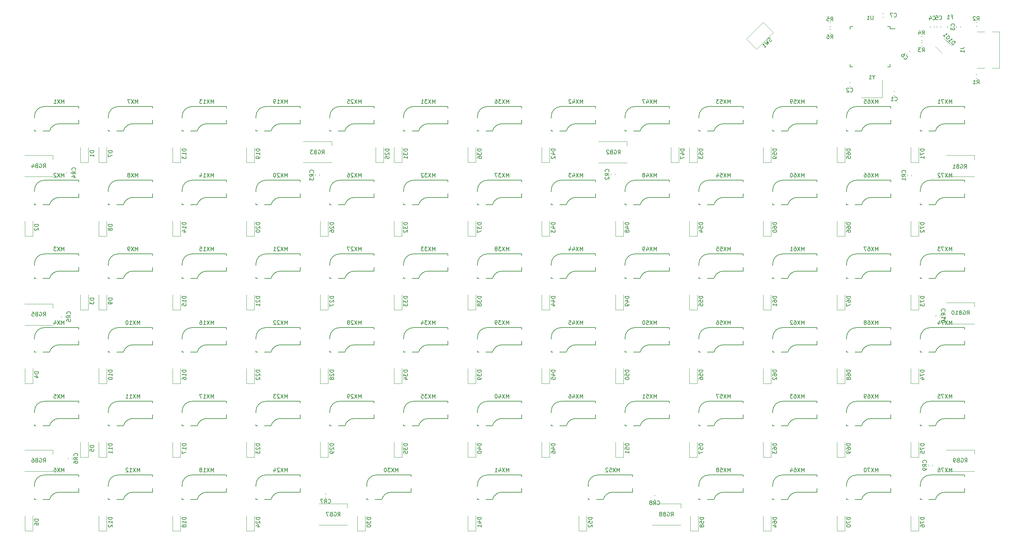
<source format=gbr>
G04 #@! TF.GenerationSoftware,KiCad,Pcbnew,(5.1.5)-3*
G04 #@! TF.CreationDate,2020-05-03T18:15:37+02:00*
G04 #@! TF.ProjectId,index-tab,696e6465-782d-4746-9162-2e6b69636164,rev?*
G04 #@! TF.SameCoordinates,Original*
G04 #@! TF.FileFunction,Legend,Bot*
G04 #@! TF.FilePolarity,Positive*
%FSLAX46Y46*%
G04 Gerber Fmt 4.6, Leading zero omitted, Abs format (unit mm)*
G04 Created by KiCad (PCBNEW (5.1.5)-3) date 2020-05-03 18:15:37*
%MOMM*%
%LPD*%
G04 APERTURE LIST*
%ADD10C,0.120000*%
%ADD11C,0.150000*%
G04 APERTURE END LIST*
D10*
X280775000Y-30800000D02*
X280775000Y-40200000D01*
X274975000Y-40200000D02*
X276975000Y-40200000D01*
X278875000Y-40200000D02*
X280775000Y-40200000D01*
X274975000Y-30800000D02*
X276975000Y-30800000D01*
X278875000Y-30800000D02*
X280775000Y-30800000D01*
X260497484Y-33003750D02*
X260840018Y-33003750D01*
X260497484Y-31983750D02*
X260840018Y-31983750D01*
X250550000Y-47900000D02*
X245150000Y-47900000D01*
X250550000Y-43400000D02*
X250550000Y-47900000D01*
X266397056Y-32436522D02*
X268483021Y-34522487D01*
X265902082Y-36325610D02*
X264205025Y-34628553D01*
X250503733Y-26090000D02*
X250846267Y-26090000D01*
X250503733Y-27110000D02*
X250846267Y-27110000D01*
X257510802Y-35759553D02*
X257753011Y-36001762D01*
X256789553Y-36480802D02*
X257031762Y-36723011D01*
X265597868Y-29403733D02*
X265597868Y-29746267D01*
X264577868Y-29403733D02*
X264577868Y-29746267D01*
X263872868Y-29403733D02*
X263872868Y-29746267D01*
X262852868Y-29403733D02*
X262852868Y-29746267D01*
X270710000Y-29403733D02*
X270710000Y-29746267D01*
X269690000Y-29403733D02*
X269690000Y-29746267D01*
X259925000Y-159850000D02*
X259925000Y-155950000D01*
X257925000Y-159850000D02*
X257925000Y-155950000D01*
X259925000Y-159850000D02*
X257925000Y-159850000D01*
X259925000Y-140800000D02*
X259925000Y-136900000D01*
X257925000Y-140800000D02*
X257925000Y-136900000D01*
X259925000Y-140800000D02*
X257925000Y-140800000D01*
X259925000Y-121750000D02*
X259925000Y-117850000D01*
X257925000Y-121750000D02*
X257925000Y-117850000D01*
X259925000Y-121750000D02*
X257925000Y-121750000D01*
X259925000Y-102700000D02*
X259925000Y-98800000D01*
X257925000Y-102700000D02*
X257925000Y-98800000D01*
X259925000Y-102700000D02*
X257925000Y-102700000D01*
X259925000Y-83650000D02*
X259925000Y-79750000D01*
X257925000Y-83650000D02*
X257925000Y-79750000D01*
X259925000Y-83650000D02*
X257925000Y-83650000D01*
X259925000Y-64600000D02*
X259925000Y-60700000D01*
X257925000Y-64600000D02*
X257925000Y-60700000D01*
X259925000Y-64600000D02*
X257925000Y-64600000D01*
X240875000Y-159850000D02*
X240875000Y-155950000D01*
X238875000Y-159850000D02*
X238875000Y-155950000D01*
X240875000Y-159850000D02*
X238875000Y-159850000D01*
X240875000Y-140800000D02*
X240875000Y-136900000D01*
X238875000Y-140800000D02*
X238875000Y-136900000D01*
X240875000Y-140800000D02*
X238875000Y-140800000D01*
X240875000Y-121750000D02*
X240875000Y-117850000D01*
X238875000Y-121750000D02*
X238875000Y-117850000D01*
X240875000Y-121750000D02*
X238875000Y-121750000D01*
X240875000Y-102700000D02*
X240875000Y-98800000D01*
X238875000Y-102700000D02*
X238875000Y-98800000D01*
X240875000Y-102700000D02*
X238875000Y-102700000D01*
X240875000Y-83650000D02*
X240875000Y-79750000D01*
X238875000Y-83650000D02*
X238875000Y-79750000D01*
X240875000Y-83650000D02*
X238875000Y-83650000D01*
X240875000Y-64600000D02*
X240875000Y-60700000D01*
X238875000Y-64600000D02*
X238875000Y-60700000D01*
X240875000Y-64600000D02*
X238875000Y-64600000D01*
X221825000Y-159850000D02*
X221825000Y-155950000D01*
X219825000Y-159850000D02*
X219825000Y-155950000D01*
X221825000Y-159850000D02*
X219825000Y-159850000D01*
X221825000Y-140800000D02*
X221825000Y-136900000D01*
X219825000Y-140800000D02*
X219825000Y-136900000D01*
X221825000Y-140800000D02*
X219825000Y-140800000D01*
X221825000Y-121750000D02*
X221825000Y-117850000D01*
X219825000Y-121750000D02*
X219825000Y-117850000D01*
X221825000Y-121750000D02*
X219825000Y-121750000D01*
X221825000Y-102700000D02*
X221825000Y-98800000D01*
X219825000Y-102700000D02*
X219825000Y-98800000D01*
X221825000Y-102700000D02*
X219825000Y-102700000D01*
X221825000Y-83650000D02*
X221825000Y-79750000D01*
X219825000Y-83650000D02*
X219825000Y-79750000D01*
X221825000Y-83650000D02*
X219825000Y-83650000D01*
X221825000Y-64600000D02*
X221825000Y-60700000D01*
X219825000Y-64600000D02*
X219825000Y-60700000D01*
X221825000Y-64600000D02*
X219825000Y-64600000D01*
X203000000Y-159850000D02*
X203000000Y-155950000D01*
X201000000Y-159850000D02*
X201000000Y-155950000D01*
X203000000Y-159850000D02*
X201000000Y-159850000D01*
X202775000Y-140800000D02*
X202775000Y-136900000D01*
X200775000Y-140800000D02*
X200775000Y-136900000D01*
X202775000Y-140800000D02*
X200775000Y-140800000D01*
X202775000Y-121750000D02*
X202775000Y-117850000D01*
X200775000Y-121750000D02*
X200775000Y-117850000D01*
X202775000Y-121750000D02*
X200775000Y-121750000D01*
X202775000Y-102700000D02*
X202775000Y-98800000D01*
X200775000Y-102700000D02*
X200775000Y-98800000D01*
X202775000Y-102700000D02*
X200775000Y-102700000D01*
X202775000Y-83650000D02*
X202775000Y-79750000D01*
X200775000Y-83650000D02*
X200775000Y-79750000D01*
X202775000Y-83650000D02*
X200775000Y-83650000D01*
X202775000Y-64600000D02*
X202775000Y-60700000D01*
X200775000Y-64600000D02*
X200775000Y-60700000D01*
X202775000Y-64600000D02*
X200775000Y-64600000D01*
X174200000Y-159850000D02*
X174200000Y-155950000D01*
X172200000Y-159850000D02*
X172200000Y-155950000D01*
X174200000Y-159850000D02*
X172200000Y-159850000D01*
X183725000Y-140800000D02*
X183725000Y-136900000D01*
X181725000Y-140800000D02*
X181725000Y-136900000D01*
X183725000Y-140800000D02*
X181725000Y-140800000D01*
X183725000Y-121750000D02*
X183725000Y-117850000D01*
X181725000Y-121750000D02*
X181725000Y-117850000D01*
X183725000Y-121750000D02*
X181725000Y-121750000D01*
X183725000Y-102700000D02*
X183725000Y-98800000D01*
X181725000Y-102700000D02*
X181725000Y-98800000D01*
X183725000Y-102700000D02*
X181725000Y-102700000D01*
X183725000Y-83650000D02*
X183725000Y-79750000D01*
X181725000Y-83650000D02*
X181725000Y-79750000D01*
X183725000Y-83650000D02*
X181725000Y-83650000D01*
X198005000Y-64600000D02*
X198005000Y-60700000D01*
X196005000Y-64600000D02*
X196005000Y-60700000D01*
X198005000Y-64600000D02*
X196005000Y-64600000D01*
X164675000Y-140800000D02*
X164675000Y-136900000D01*
X162675000Y-140800000D02*
X162675000Y-136900000D01*
X164675000Y-140800000D02*
X162675000Y-140800000D01*
X164675000Y-121750000D02*
X164675000Y-117850000D01*
X162675000Y-121750000D02*
X162675000Y-117850000D01*
X164675000Y-121750000D02*
X162675000Y-121750000D01*
X164675000Y-102700000D02*
X164675000Y-98800000D01*
X162675000Y-102700000D02*
X162675000Y-98800000D01*
X164675000Y-102700000D02*
X162675000Y-102700000D01*
X164675000Y-83650000D02*
X164675000Y-79750000D01*
X162675000Y-83650000D02*
X162675000Y-79750000D01*
X164675000Y-83650000D02*
X162675000Y-83650000D01*
X164675000Y-64600000D02*
X164675000Y-60700000D01*
X162675000Y-64600000D02*
X162675000Y-60700000D01*
X164675000Y-64600000D02*
X162675000Y-64600000D01*
X145625000Y-159850000D02*
X145625000Y-155950000D01*
X143625000Y-159850000D02*
X143625000Y-155950000D01*
X145625000Y-159850000D02*
X143625000Y-159850000D01*
X145625000Y-140800000D02*
X145625000Y-136900000D01*
X143625000Y-140800000D02*
X143625000Y-136900000D01*
X145625000Y-140800000D02*
X143625000Y-140800000D01*
X145625000Y-121750000D02*
X145625000Y-117850000D01*
X143625000Y-121750000D02*
X143625000Y-117850000D01*
X145625000Y-121750000D02*
X143625000Y-121750000D01*
X145625000Y-102700000D02*
X145625000Y-98800000D01*
X143625000Y-102700000D02*
X143625000Y-98800000D01*
X145625000Y-102700000D02*
X143625000Y-102700000D01*
X145625000Y-83650000D02*
X145625000Y-79750000D01*
X143625000Y-83650000D02*
X143625000Y-79750000D01*
X145625000Y-83650000D02*
X143625000Y-83650000D01*
X145625000Y-64600000D02*
X145625000Y-60700000D01*
X143625000Y-64600000D02*
X143625000Y-60700000D01*
X145625000Y-64600000D02*
X143625000Y-64600000D01*
X126575000Y-140800000D02*
X126575000Y-136900000D01*
X124575000Y-140800000D02*
X124575000Y-136900000D01*
X126575000Y-140800000D02*
X124575000Y-140800000D01*
X126575000Y-121750000D02*
X126575000Y-117850000D01*
X124575000Y-121750000D02*
X124575000Y-117850000D01*
X126575000Y-121750000D02*
X124575000Y-121750000D01*
X126575000Y-102700000D02*
X126575000Y-98800000D01*
X124575000Y-102700000D02*
X124575000Y-98800000D01*
X126575000Y-102700000D02*
X124575000Y-102700000D01*
X126575000Y-83650000D02*
X126575000Y-79750000D01*
X124575000Y-83650000D02*
X124575000Y-79750000D01*
X126575000Y-83650000D02*
X124575000Y-83650000D01*
X126575000Y-64600000D02*
X126575000Y-60700000D01*
X124575000Y-64600000D02*
X124575000Y-60700000D01*
X126575000Y-64600000D02*
X124575000Y-64600000D01*
X117050000Y-159850000D02*
X117050000Y-155950000D01*
X115050000Y-159850000D02*
X115050000Y-155950000D01*
X117050000Y-159850000D02*
X115050000Y-159850000D01*
X107525000Y-140800000D02*
X107525000Y-136900000D01*
X105525000Y-140800000D02*
X105525000Y-136900000D01*
X107525000Y-140800000D02*
X105525000Y-140800000D01*
X107525000Y-121750000D02*
X107525000Y-117850000D01*
X105525000Y-121750000D02*
X105525000Y-117850000D01*
X107525000Y-121750000D02*
X105525000Y-121750000D01*
X107525000Y-102700000D02*
X107525000Y-98800000D01*
X105525000Y-102700000D02*
X105525000Y-98800000D01*
X107525000Y-102700000D02*
X105525000Y-102700000D01*
X107525000Y-83650000D02*
X107525000Y-79750000D01*
X105525000Y-83650000D02*
X105525000Y-79750000D01*
X107525000Y-83650000D02*
X105525000Y-83650000D01*
X121805000Y-64600000D02*
X121805000Y-60700000D01*
X119805000Y-64600000D02*
X119805000Y-60700000D01*
X121805000Y-64600000D02*
X119805000Y-64600000D01*
X88475000Y-159850000D02*
X88475000Y-155950000D01*
X86475000Y-159850000D02*
X86475000Y-155950000D01*
X88475000Y-159850000D02*
X86475000Y-159850000D01*
X88475000Y-140800000D02*
X88475000Y-136900000D01*
X86475000Y-140800000D02*
X86475000Y-136900000D01*
X88475000Y-140800000D02*
X86475000Y-140800000D01*
X88475000Y-121750000D02*
X88475000Y-117850000D01*
X86475000Y-121750000D02*
X86475000Y-117850000D01*
X88475000Y-121750000D02*
X86475000Y-121750000D01*
X88475000Y-102700000D02*
X88475000Y-98800000D01*
X86475000Y-102700000D02*
X86475000Y-98800000D01*
X88475000Y-102700000D02*
X86475000Y-102700000D01*
X88475000Y-83650000D02*
X88475000Y-79750000D01*
X86475000Y-83650000D02*
X86475000Y-79750000D01*
X88475000Y-83650000D02*
X86475000Y-83650000D01*
X88475000Y-64600000D02*
X88475000Y-60700000D01*
X86475000Y-64600000D02*
X86475000Y-60700000D01*
X88475000Y-64600000D02*
X86475000Y-64600000D01*
X69425000Y-159850000D02*
X69425000Y-155950000D01*
X67425000Y-159850000D02*
X67425000Y-155950000D01*
X69425000Y-159850000D02*
X67425000Y-159850000D01*
X69425000Y-140800000D02*
X69425000Y-136900000D01*
X67425000Y-140800000D02*
X67425000Y-136900000D01*
X69425000Y-140800000D02*
X67425000Y-140800000D01*
X69425000Y-121750000D02*
X69425000Y-117850000D01*
X67425000Y-121750000D02*
X67425000Y-117850000D01*
X69425000Y-121750000D02*
X67425000Y-121750000D01*
X69425000Y-102700000D02*
X69425000Y-98800000D01*
X67425000Y-102700000D02*
X67425000Y-98800000D01*
X69425000Y-102700000D02*
X67425000Y-102700000D01*
X69425000Y-83650000D02*
X69425000Y-79750000D01*
X67425000Y-83650000D02*
X67425000Y-79750000D01*
X69425000Y-83650000D02*
X67425000Y-83650000D01*
X69425000Y-64600000D02*
X69425000Y-60700000D01*
X67425000Y-64600000D02*
X67425000Y-60700000D01*
X69425000Y-64600000D02*
X67425000Y-64600000D01*
X50375000Y-159850000D02*
X50375000Y-155950000D01*
X48375000Y-159850000D02*
X48375000Y-155950000D01*
X50375000Y-159850000D02*
X48375000Y-159850000D01*
X50375000Y-140800000D02*
X50375000Y-136900000D01*
X48375000Y-140800000D02*
X48375000Y-136900000D01*
X50375000Y-140800000D02*
X48375000Y-140800000D01*
X50375000Y-121750000D02*
X50375000Y-117850000D01*
X48375000Y-121750000D02*
X48375000Y-117850000D01*
X50375000Y-121750000D02*
X48375000Y-121750000D01*
X50375000Y-102700000D02*
X50375000Y-98800000D01*
X48375000Y-102700000D02*
X48375000Y-98800000D01*
X50375000Y-102700000D02*
X48375000Y-102700000D01*
X50375000Y-83650000D02*
X50375000Y-79750000D01*
X48375000Y-83650000D02*
X48375000Y-79750000D01*
X50375000Y-83650000D02*
X48375000Y-83650000D01*
X50375000Y-64600000D02*
X50375000Y-60700000D01*
X48375000Y-64600000D02*
X48375000Y-60700000D01*
X50375000Y-64600000D02*
X48375000Y-64600000D01*
X31325000Y-159850000D02*
X31325000Y-155950000D01*
X29325000Y-159850000D02*
X29325000Y-155950000D01*
X31325000Y-159850000D02*
X29325000Y-159850000D01*
X45605000Y-140800000D02*
X45605000Y-136900000D01*
X43605000Y-140800000D02*
X43605000Y-136900000D01*
X45605000Y-140800000D02*
X43605000Y-140800000D01*
X31325000Y-121750000D02*
X31325000Y-117850000D01*
X29325000Y-121750000D02*
X29325000Y-117850000D01*
X31325000Y-121750000D02*
X29325000Y-121750000D01*
X45605000Y-102700000D02*
X45605000Y-98800000D01*
X43605000Y-102700000D02*
X43605000Y-98800000D01*
X45605000Y-102700000D02*
X43605000Y-102700000D01*
X31325000Y-83650000D02*
X31325000Y-79750000D01*
X29325000Y-83650000D02*
X29325000Y-79750000D01*
X31325000Y-83650000D02*
X29325000Y-83650000D01*
X45605000Y-64600000D02*
X45605000Y-60700000D01*
X43605000Y-64600000D02*
X43605000Y-60700000D01*
X45605000Y-64600000D02*
X43605000Y-64600000D01*
X264365000Y-104421268D02*
X264365000Y-104078734D01*
X265385000Y-104421268D02*
X265385000Y-104078734D01*
X263460000Y-142728733D02*
X263460000Y-143071267D01*
X262440000Y-142728733D02*
X262440000Y-143071267D01*
X191628733Y-150690000D02*
X191971267Y-150690000D01*
X191628733Y-151710000D02*
X191971267Y-151710000D01*
X106703732Y-150290000D02*
X107046266Y-150290000D01*
X106703732Y-151310000D02*
X107046266Y-151310000D01*
X40490000Y-141296267D02*
X40490000Y-140953733D01*
X41510000Y-141296267D02*
X41510000Y-140953733D01*
X38690000Y-104646267D02*
X38690000Y-104303733D01*
X39710000Y-104646267D02*
X39710000Y-104303733D01*
X39990000Y-67446268D02*
X39990000Y-67103734D01*
X41010000Y-67446268D02*
X41010000Y-67103734D01*
X105260000Y-67703733D02*
X105260000Y-68046267D01*
X104240000Y-67703733D02*
X104240000Y-68046267D01*
X181510000Y-67528733D02*
X181510000Y-67871267D01*
X180490000Y-67528733D02*
X180490000Y-67871267D01*
X258060000Y-67778732D02*
X258060000Y-68121266D01*
X257040000Y-67778732D02*
X257040000Y-68121266D01*
X274320000Y-138922500D02*
X274320000Y-140072500D01*
X267020000Y-138922500D02*
X274320000Y-138922500D01*
X267020000Y-144422500D02*
X274320000Y-144422500D01*
X36510000Y-101170000D02*
X36510000Y-102320000D01*
X29210000Y-101170000D02*
X36510000Y-101170000D01*
X29210000Y-106670000D02*
X36510000Y-106670000D01*
X274320000Y-62722500D02*
X274320000Y-63872500D01*
X267020000Y-62722500D02*
X274320000Y-62722500D01*
X267020000Y-68222500D02*
X274320000Y-68222500D01*
X274320000Y-100822500D02*
X274320000Y-101972500D01*
X267020000Y-100822500D02*
X274320000Y-100822500D01*
X267020000Y-106322500D02*
X274320000Y-106322500D01*
X36510000Y-138922500D02*
X36510000Y-140072500D01*
X29210000Y-138922500D02*
X36510000Y-138922500D01*
X29210000Y-144422500D02*
X36510000Y-144422500D01*
X184625000Y-59165000D02*
X184625000Y-60315000D01*
X177325000Y-59165000D02*
X184625000Y-59165000D01*
X177325000Y-64665000D02*
X184625000Y-64665000D01*
X112450000Y-152837500D02*
X112450000Y-153987500D01*
X105150000Y-152837500D02*
X112450000Y-152837500D01*
X105150000Y-158337500D02*
X112450000Y-158337500D01*
X108425000Y-59162500D02*
X108425000Y-60312500D01*
X101125000Y-59162500D02*
X108425000Y-59162500D01*
X101125000Y-64662500D02*
X108425000Y-64662500D01*
X198500000Y-152837500D02*
X198500000Y-153987500D01*
X191200000Y-152837500D02*
X198500000Y-152837500D01*
X191200000Y-158337500D02*
X198500000Y-158337500D01*
X36510000Y-62722500D02*
X36510000Y-63872500D01*
X29210000Y-62722500D02*
X36510000Y-62722500D01*
X29210000Y-68222500D02*
X36510000Y-68222500D01*
D11*
X252575000Y-30100000D02*
X253850000Y-30100000D01*
X242225000Y-29525000D02*
X242900000Y-29525000D01*
X242225000Y-39875000D02*
X242900000Y-39875000D01*
X252575000Y-39875000D02*
X251900000Y-39875000D01*
X252575000Y-29525000D02*
X251900000Y-29525000D01*
X252575000Y-39875000D02*
X252575000Y-39200000D01*
X242225000Y-39875000D02*
X242225000Y-39200000D01*
X242225000Y-29525000D02*
X242225000Y-30200000D01*
X252575000Y-29525000D02*
X252575000Y-30100000D01*
X252730000Y-50165000D02*
X252730000Y-50546000D01*
X243840000Y-50165000D02*
X252730000Y-50165000D01*
X241300000Y-52705000D02*
X241300000Y-53086000D01*
X241681000Y-56515000D02*
X241300000Y-56515000D01*
X245185838Y-56515000D02*
X243459000Y-56515000D01*
X252730000Y-54610000D02*
X247650000Y-54610000D01*
X252730000Y-53594000D02*
X252730000Y-54610000D01*
X245185838Y-56533960D02*
G75*
G02X247650000Y-54610000I2464162J-616040D01*
G01*
X241300000Y-56134000D02*
X241300000Y-56515000D01*
X241300000Y-52705000D02*
G75*
G02X243840000Y-50165000I2540000J0D01*
G01*
X100330000Y-69215000D02*
X100330000Y-69596000D01*
X91440000Y-69215000D02*
X100330000Y-69215000D01*
X88900000Y-71755000D02*
X88900000Y-72136000D01*
X89281000Y-75565000D02*
X88900000Y-75565000D01*
X92785838Y-75565000D02*
X91059000Y-75565000D01*
X100330000Y-73660000D02*
X95250000Y-73660000D01*
X100330000Y-72644000D02*
X100330000Y-73660000D01*
X92785838Y-75583960D02*
G75*
G02X95250000Y-73660000I2464162J-616040D01*
G01*
X88900000Y-75184000D02*
X88900000Y-75565000D01*
X88900000Y-71755000D02*
G75*
G02X91440000Y-69215000I2540000J0D01*
G01*
X119380000Y-69215000D02*
X119380000Y-69596000D01*
X110490000Y-69215000D02*
X119380000Y-69215000D01*
X107950000Y-71755000D02*
X107950000Y-72136000D01*
X108331000Y-75565000D02*
X107950000Y-75565000D01*
X111835838Y-75565000D02*
X110109000Y-75565000D01*
X119380000Y-73660000D02*
X114300000Y-73660000D01*
X119380000Y-72644000D02*
X119380000Y-73660000D01*
X111835838Y-75583960D02*
G75*
G02X114300000Y-73660000I2464162J-616040D01*
G01*
X107950000Y-75184000D02*
X107950000Y-75565000D01*
X107950000Y-71755000D02*
G75*
G02X110490000Y-69215000I2540000J0D01*
G01*
X271780000Y-126365000D02*
X271780000Y-126746000D01*
X262890000Y-126365000D02*
X271780000Y-126365000D01*
X260350000Y-128905000D02*
X260350000Y-129286000D01*
X260731000Y-132715000D02*
X260350000Y-132715000D01*
X264235838Y-132715000D02*
X262509000Y-132715000D01*
X271780000Y-130810000D02*
X266700000Y-130810000D01*
X271780000Y-129794000D02*
X271780000Y-130810000D01*
X264235838Y-132733960D02*
G75*
G02X266700000Y-130810000I2464162J-616040D01*
G01*
X260350000Y-132334000D02*
X260350000Y-132715000D01*
X260350000Y-128905000D02*
G75*
G02X262890000Y-126365000I2540000J0D01*
G01*
D10*
X268810000Y-29313748D02*
X268810000Y-29836252D01*
X267390000Y-29313748D02*
X267390000Y-29836252D01*
X215485822Y-32697883D02*
X218102117Y-35314178D01*
X219813315Y-28370390D02*
X215485822Y-32697883D01*
X222429610Y-30986685D02*
X219813315Y-28370390D01*
X218102117Y-35314178D02*
X222429610Y-30986685D01*
X236853733Y-30190000D02*
X237196267Y-30190000D01*
X236853733Y-31210000D02*
X237196267Y-31210000D01*
X236853734Y-28490000D02*
X237196268Y-28490000D01*
X236853734Y-29510000D02*
X237196268Y-29510000D01*
X260503733Y-34578750D02*
X260846267Y-34578750D01*
X260503733Y-33558750D02*
X260846267Y-33558750D01*
X274996267Y-42860000D02*
X274653733Y-42860000D01*
X274996267Y-41840000D02*
X274653733Y-41840000D01*
X274653733Y-28365000D02*
X274996267Y-28365000D01*
X274653733Y-29385000D02*
X274996267Y-29385000D01*
X241953734Y-43990000D02*
X242296268Y-43990000D01*
X241953734Y-45010000D02*
X242296268Y-45010000D01*
X253428733Y-46290000D02*
X253771267Y-46290000D01*
X253428733Y-47310000D02*
X253771267Y-47310000D01*
D11*
X271780000Y-145415000D02*
X271780000Y-145796000D01*
X262890000Y-145415000D02*
X271780000Y-145415000D01*
X260350000Y-147955000D02*
X260350000Y-148336000D01*
X260731000Y-151765000D02*
X260350000Y-151765000D01*
X264235838Y-151765000D02*
X262509000Y-151765000D01*
X271780000Y-149860000D02*
X266700000Y-149860000D01*
X271780000Y-148844000D02*
X271780000Y-149860000D01*
X264235838Y-151783960D02*
G75*
G02X266700000Y-149860000I2464162J-616040D01*
G01*
X260350000Y-151384000D02*
X260350000Y-151765000D01*
X260350000Y-147955000D02*
G75*
G02X262890000Y-145415000I2540000J0D01*
G01*
X271780000Y-107315000D02*
X271780000Y-107696000D01*
X262890000Y-107315000D02*
X271780000Y-107315000D01*
X260350000Y-109855000D02*
X260350000Y-110236000D01*
X260731000Y-113665000D02*
X260350000Y-113665000D01*
X264235838Y-113665000D02*
X262509000Y-113665000D01*
X271780000Y-111760000D02*
X266700000Y-111760000D01*
X271780000Y-110744000D02*
X271780000Y-111760000D01*
X264235838Y-113683960D02*
G75*
G02X266700000Y-111760000I2464162J-616040D01*
G01*
X260350000Y-113284000D02*
X260350000Y-113665000D01*
X260350000Y-109855000D02*
G75*
G02X262890000Y-107315000I2540000J0D01*
G01*
X271780000Y-88265000D02*
X271780000Y-88646000D01*
X262890000Y-88265000D02*
X271780000Y-88265000D01*
X260350000Y-90805000D02*
X260350000Y-91186000D01*
X260731000Y-94615000D02*
X260350000Y-94615000D01*
X264235838Y-94615000D02*
X262509000Y-94615000D01*
X271780000Y-92710000D02*
X266700000Y-92710000D01*
X271780000Y-91694000D02*
X271780000Y-92710000D01*
X264235838Y-94633960D02*
G75*
G02X266700000Y-92710000I2464162J-616040D01*
G01*
X260350000Y-94234000D02*
X260350000Y-94615000D01*
X260350000Y-90805000D02*
G75*
G02X262890000Y-88265000I2540000J0D01*
G01*
X271780000Y-69215000D02*
X271780000Y-69596000D01*
X262890000Y-69215000D02*
X271780000Y-69215000D01*
X260350000Y-71755000D02*
X260350000Y-72136000D01*
X260731000Y-75565000D02*
X260350000Y-75565000D01*
X264235838Y-75565000D02*
X262509000Y-75565000D01*
X271780000Y-73660000D02*
X266700000Y-73660000D01*
X271780000Y-72644000D02*
X271780000Y-73660000D01*
X264235838Y-75583960D02*
G75*
G02X266700000Y-73660000I2464162J-616040D01*
G01*
X260350000Y-75184000D02*
X260350000Y-75565000D01*
X260350000Y-71755000D02*
G75*
G02X262890000Y-69215000I2540000J0D01*
G01*
X271780000Y-50165000D02*
X271780000Y-50546000D01*
X262890000Y-50165000D02*
X271780000Y-50165000D01*
X260350000Y-52705000D02*
X260350000Y-53086000D01*
X260731000Y-56515000D02*
X260350000Y-56515000D01*
X264235838Y-56515000D02*
X262509000Y-56515000D01*
X271780000Y-54610000D02*
X266700000Y-54610000D01*
X271780000Y-53594000D02*
X271780000Y-54610000D01*
X264235838Y-56533960D02*
G75*
G02X266700000Y-54610000I2464162J-616040D01*
G01*
X260350000Y-56134000D02*
X260350000Y-56515000D01*
X260350000Y-52705000D02*
G75*
G02X262890000Y-50165000I2540000J0D01*
G01*
X252730000Y-145415000D02*
X252730000Y-145796000D01*
X243840000Y-145415000D02*
X252730000Y-145415000D01*
X241300000Y-147955000D02*
X241300000Y-148336000D01*
X241681000Y-151765000D02*
X241300000Y-151765000D01*
X245185838Y-151765000D02*
X243459000Y-151765000D01*
X252730000Y-149860000D02*
X247650000Y-149860000D01*
X252730000Y-148844000D02*
X252730000Y-149860000D01*
X245185838Y-151783960D02*
G75*
G02X247650000Y-149860000I2464162J-616040D01*
G01*
X241300000Y-151384000D02*
X241300000Y-151765000D01*
X241300000Y-147955000D02*
G75*
G02X243840000Y-145415000I2540000J0D01*
G01*
X252730000Y-126365000D02*
X252730000Y-126746000D01*
X243840000Y-126365000D02*
X252730000Y-126365000D01*
X241300000Y-128905000D02*
X241300000Y-129286000D01*
X241681000Y-132715000D02*
X241300000Y-132715000D01*
X245185838Y-132715000D02*
X243459000Y-132715000D01*
X252730000Y-130810000D02*
X247650000Y-130810000D01*
X252730000Y-129794000D02*
X252730000Y-130810000D01*
X245185838Y-132733960D02*
G75*
G02X247650000Y-130810000I2464162J-616040D01*
G01*
X241300000Y-132334000D02*
X241300000Y-132715000D01*
X241300000Y-128905000D02*
G75*
G02X243840000Y-126365000I2540000J0D01*
G01*
X252730000Y-107315000D02*
X252730000Y-107696000D01*
X243840000Y-107315000D02*
X252730000Y-107315000D01*
X241300000Y-109855000D02*
X241300000Y-110236000D01*
X241681000Y-113665000D02*
X241300000Y-113665000D01*
X245185838Y-113665000D02*
X243459000Y-113665000D01*
X252730000Y-111760000D02*
X247650000Y-111760000D01*
X252730000Y-110744000D02*
X252730000Y-111760000D01*
X245185838Y-113683960D02*
G75*
G02X247650000Y-111760000I2464162J-616040D01*
G01*
X241300000Y-113284000D02*
X241300000Y-113665000D01*
X241300000Y-109855000D02*
G75*
G02X243840000Y-107315000I2540000J0D01*
G01*
X252730000Y-88265000D02*
X252730000Y-88646000D01*
X243840000Y-88265000D02*
X252730000Y-88265000D01*
X241300000Y-90805000D02*
X241300000Y-91186000D01*
X241681000Y-94615000D02*
X241300000Y-94615000D01*
X245185838Y-94615000D02*
X243459000Y-94615000D01*
X252730000Y-92710000D02*
X247650000Y-92710000D01*
X252730000Y-91694000D02*
X252730000Y-92710000D01*
X245185838Y-94633960D02*
G75*
G02X247650000Y-92710000I2464162J-616040D01*
G01*
X241300000Y-94234000D02*
X241300000Y-94615000D01*
X241300000Y-90805000D02*
G75*
G02X243840000Y-88265000I2540000J0D01*
G01*
X252730000Y-69215000D02*
X252730000Y-69596000D01*
X243840000Y-69215000D02*
X252730000Y-69215000D01*
X241300000Y-71755000D02*
X241300000Y-72136000D01*
X241681000Y-75565000D02*
X241300000Y-75565000D01*
X245185838Y-75565000D02*
X243459000Y-75565000D01*
X252730000Y-73660000D02*
X247650000Y-73660000D01*
X252730000Y-72644000D02*
X252730000Y-73660000D01*
X245185838Y-75583960D02*
G75*
G02X247650000Y-73660000I2464162J-616040D01*
G01*
X241300000Y-75184000D02*
X241300000Y-75565000D01*
X241300000Y-71755000D02*
G75*
G02X243840000Y-69215000I2540000J0D01*
G01*
X233680000Y-145415000D02*
X233680000Y-145796000D01*
X224790000Y-145415000D02*
X233680000Y-145415000D01*
X222250000Y-147955000D02*
X222250000Y-148336000D01*
X222631000Y-151765000D02*
X222250000Y-151765000D01*
X226135838Y-151765000D02*
X224409000Y-151765000D01*
X233680000Y-149860000D02*
X228600000Y-149860000D01*
X233680000Y-148844000D02*
X233680000Y-149860000D01*
X226135838Y-151783960D02*
G75*
G02X228600000Y-149860000I2464162J-616040D01*
G01*
X222250000Y-151384000D02*
X222250000Y-151765000D01*
X222250000Y-147955000D02*
G75*
G02X224790000Y-145415000I2540000J0D01*
G01*
X233680000Y-126365000D02*
X233680000Y-126746000D01*
X224790000Y-126365000D02*
X233680000Y-126365000D01*
X222250000Y-128905000D02*
X222250000Y-129286000D01*
X222631000Y-132715000D02*
X222250000Y-132715000D01*
X226135838Y-132715000D02*
X224409000Y-132715000D01*
X233680000Y-130810000D02*
X228600000Y-130810000D01*
X233680000Y-129794000D02*
X233680000Y-130810000D01*
X226135838Y-132733960D02*
G75*
G02X228600000Y-130810000I2464162J-616040D01*
G01*
X222250000Y-132334000D02*
X222250000Y-132715000D01*
X222250000Y-128905000D02*
G75*
G02X224790000Y-126365000I2540000J0D01*
G01*
X233680000Y-107315000D02*
X233680000Y-107696000D01*
X224790000Y-107315000D02*
X233680000Y-107315000D01*
X222250000Y-109855000D02*
X222250000Y-110236000D01*
X222631000Y-113665000D02*
X222250000Y-113665000D01*
X226135838Y-113665000D02*
X224409000Y-113665000D01*
X233680000Y-111760000D02*
X228600000Y-111760000D01*
X233680000Y-110744000D02*
X233680000Y-111760000D01*
X226135838Y-113683960D02*
G75*
G02X228600000Y-111760000I2464162J-616040D01*
G01*
X222250000Y-113284000D02*
X222250000Y-113665000D01*
X222250000Y-109855000D02*
G75*
G02X224790000Y-107315000I2540000J0D01*
G01*
X233680000Y-88265000D02*
X233680000Y-88646000D01*
X224790000Y-88265000D02*
X233680000Y-88265000D01*
X222250000Y-90805000D02*
X222250000Y-91186000D01*
X222631000Y-94615000D02*
X222250000Y-94615000D01*
X226135838Y-94615000D02*
X224409000Y-94615000D01*
X233680000Y-92710000D02*
X228600000Y-92710000D01*
X233680000Y-91694000D02*
X233680000Y-92710000D01*
X226135838Y-94633960D02*
G75*
G02X228600000Y-92710000I2464162J-616040D01*
G01*
X222250000Y-94234000D02*
X222250000Y-94615000D01*
X222250000Y-90805000D02*
G75*
G02X224790000Y-88265000I2540000J0D01*
G01*
X233680000Y-69215000D02*
X233680000Y-69596000D01*
X224790000Y-69215000D02*
X233680000Y-69215000D01*
X222250000Y-71755000D02*
X222250000Y-72136000D01*
X222631000Y-75565000D02*
X222250000Y-75565000D01*
X226135838Y-75565000D02*
X224409000Y-75565000D01*
X233680000Y-73660000D02*
X228600000Y-73660000D01*
X233680000Y-72644000D02*
X233680000Y-73660000D01*
X226135838Y-75583960D02*
G75*
G02X228600000Y-73660000I2464162J-616040D01*
G01*
X222250000Y-75184000D02*
X222250000Y-75565000D01*
X222250000Y-71755000D02*
G75*
G02X224790000Y-69215000I2540000J0D01*
G01*
X233680000Y-50165000D02*
X233680000Y-50546000D01*
X224790000Y-50165000D02*
X233680000Y-50165000D01*
X222250000Y-52705000D02*
X222250000Y-53086000D01*
X222631000Y-56515000D02*
X222250000Y-56515000D01*
X226135838Y-56515000D02*
X224409000Y-56515000D01*
X233680000Y-54610000D02*
X228600000Y-54610000D01*
X233680000Y-53594000D02*
X233680000Y-54610000D01*
X226135838Y-56533960D02*
G75*
G02X228600000Y-54610000I2464162J-616040D01*
G01*
X222250000Y-56134000D02*
X222250000Y-56515000D01*
X222250000Y-52705000D02*
G75*
G02X224790000Y-50165000I2540000J0D01*
G01*
X214630000Y-145415000D02*
X214630000Y-145796000D01*
X205740000Y-145415000D02*
X214630000Y-145415000D01*
X203200000Y-147955000D02*
X203200000Y-148336000D01*
X203581000Y-151765000D02*
X203200000Y-151765000D01*
X207085838Y-151765000D02*
X205359000Y-151765000D01*
X214630000Y-149860000D02*
X209550000Y-149860000D01*
X214630000Y-148844000D02*
X214630000Y-149860000D01*
X207085838Y-151783960D02*
G75*
G02X209550000Y-149860000I2464162J-616040D01*
G01*
X203200000Y-151384000D02*
X203200000Y-151765000D01*
X203200000Y-147955000D02*
G75*
G02X205740000Y-145415000I2540000J0D01*
G01*
X214630000Y-126365000D02*
X214630000Y-126746000D01*
X205740000Y-126365000D02*
X214630000Y-126365000D01*
X203200000Y-128905000D02*
X203200000Y-129286000D01*
X203581000Y-132715000D02*
X203200000Y-132715000D01*
X207085838Y-132715000D02*
X205359000Y-132715000D01*
X214630000Y-130810000D02*
X209550000Y-130810000D01*
X214630000Y-129794000D02*
X214630000Y-130810000D01*
X207085838Y-132733960D02*
G75*
G02X209550000Y-130810000I2464162J-616040D01*
G01*
X203200000Y-132334000D02*
X203200000Y-132715000D01*
X203200000Y-128905000D02*
G75*
G02X205740000Y-126365000I2540000J0D01*
G01*
X214630000Y-107315000D02*
X214630000Y-107696000D01*
X205740000Y-107315000D02*
X214630000Y-107315000D01*
X203200000Y-109855000D02*
X203200000Y-110236000D01*
X203581000Y-113665000D02*
X203200000Y-113665000D01*
X207085838Y-113665000D02*
X205359000Y-113665000D01*
X214630000Y-111760000D02*
X209550000Y-111760000D01*
X214630000Y-110744000D02*
X214630000Y-111760000D01*
X207085838Y-113683960D02*
G75*
G02X209550000Y-111760000I2464162J-616040D01*
G01*
X203200000Y-113284000D02*
X203200000Y-113665000D01*
X203200000Y-109855000D02*
G75*
G02X205740000Y-107315000I2540000J0D01*
G01*
X214630000Y-88265000D02*
X214630000Y-88646000D01*
X205740000Y-88265000D02*
X214630000Y-88265000D01*
X203200000Y-90805000D02*
X203200000Y-91186000D01*
X203581000Y-94615000D02*
X203200000Y-94615000D01*
X207085838Y-94615000D02*
X205359000Y-94615000D01*
X214630000Y-92710000D02*
X209550000Y-92710000D01*
X214630000Y-91694000D02*
X214630000Y-92710000D01*
X207085838Y-94633960D02*
G75*
G02X209550000Y-92710000I2464162J-616040D01*
G01*
X203200000Y-94234000D02*
X203200000Y-94615000D01*
X203200000Y-90805000D02*
G75*
G02X205740000Y-88265000I2540000J0D01*
G01*
X214630000Y-69215000D02*
X214630000Y-69596000D01*
X205740000Y-69215000D02*
X214630000Y-69215000D01*
X203200000Y-71755000D02*
X203200000Y-72136000D01*
X203581000Y-75565000D02*
X203200000Y-75565000D01*
X207085838Y-75565000D02*
X205359000Y-75565000D01*
X214630000Y-73660000D02*
X209550000Y-73660000D01*
X214630000Y-72644000D02*
X214630000Y-73660000D01*
X207085838Y-75583960D02*
G75*
G02X209550000Y-73660000I2464162J-616040D01*
G01*
X203200000Y-75184000D02*
X203200000Y-75565000D01*
X203200000Y-71755000D02*
G75*
G02X205740000Y-69215000I2540000J0D01*
G01*
X214630000Y-50165000D02*
X214630000Y-50546000D01*
X205740000Y-50165000D02*
X214630000Y-50165000D01*
X203200000Y-52705000D02*
X203200000Y-53086000D01*
X203581000Y-56515000D02*
X203200000Y-56515000D01*
X207085838Y-56515000D02*
X205359000Y-56515000D01*
X214630000Y-54610000D02*
X209550000Y-54610000D01*
X214630000Y-53594000D02*
X214630000Y-54610000D01*
X207085838Y-56533960D02*
G75*
G02X209550000Y-54610000I2464162J-616040D01*
G01*
X203200000Y-56134000D02*
X203200000Y-56515000D01*
X203200000Y-52705000D02*
G75*
G02X205740000Y-50165000I2540000J0D01*
G01*
X186055000Y-145415000D02*
X186055000Y-145796000D01*
X177165000Y-145415000D02*
X186055000Y-145415000D01*
X174625000Y-147955000D02*
X174625000Y-148336000D01*
X175006000Y-151765000D02*
X174625000Y-151765000D01*
X178510838Y-151765000D02*
X176784000Y-151765000D01*
X186055000Y-149860000D02*
X180975000Y-149860000D01*
X186055000Y-148844000D02*
X186055000Y-149860000D01*
X178510838Y-151783960D02*
G75*
G02X180975000Y-149860000I2464162J-616040D01*
G01*
X174625000Y-151384000D02*
X174625000Y-151765000D01*
X174625000Y-147955000D02*
G75*
G02X177165000Y-145415000I2540000J0D01*
G01*
X195580000Y-126365000D02*
X195580000Y-126746000D01*
X186690000Y-126365000D02*
X195580000Y-126365000D01*
X184150000Y-128905000D02*
X184150000Y-129286000D01*
X184531000Y-132715000D02*
X184150000Y-132715000D01*
X188035838Y-132715000D02*
X186309000Y-132715000D01*
X195580000Y-130810000D02*
X190500000Y-130810000D01*
X195580000Y-129794000D02*
X195580000Y-130810000D01*
X188035838Y-132733960D02*
G75*
G02X190500000Y-130810000I2464162J-616040D01*
G01*
X184150000Y-132334000D02*
X184150000Y-132715000D01*
X184150000Y-128905000D02*
G75*
G02X186690000Y-126365000I2540000J0D01*
G01*
X195580000Y-107315000D02*
X195580000Y-107696000D01*
X186690000Y-107315000D02*
X195580000Y-107315000D01*
X184150000Y-109855000D02*
X184150000Y-110236000D01*
X184531000Y-113665000D02*
X184150000Y-113665000D01*
X188035838Y-113665000D02*
X186309000Y-113665000D01*
X195580000Y-111760000D02*
X190500000Y-111760000D01*
X195580000Y-110744000D02*
X195580000Y-111760000D01*
X188035838Y-113683960D02*
G75*
G02X190500000Y-111760000I2464162J-616040D01*
G01*
X184150000Y-113284000D02*
X184150000Y-113665000D01*
X184150000Y-109855000D02*
G75*
G02X186690000Y-107315000I2540000J0D01*
G01*
X195580000Y-88265000D02*
X195580000Y-88646000D01*
X186690000Y-88265000D02*
X195580000Y-88265000D01*
X184150000Y-90805000D02*
X184150000Y-91186000D01*
X184531000Y-94615000D02*
X184150000Y-94615000D01*
X188035838Y-94615000D02*
X186309000Y-94615000D01*
X195580000Y-92710000D02*
X190500000Y-92710000D01*
X195580000Y-91694000D02*
X195580000Y-92710000D01*
X188035838Y-94633960D02*
G75*
G02X190500000Y-92710000I2464162J-616040D01*
G01*
X184150000Y-94234000D02*
X184150000Y-94615000D01*
X184150000Y-90805000D02*
G75*
G02X186690000Y-88265000I2540000J0D01*
G01*
X195580000Y-69215000D02*
X195580000Y-69596000D01*
X186690000Y-69215000D02*
X195580000Y-69215000D01*
X184150000Y-71755000D02*
X184150000Y-72136000D01*
X184531000Y-75565000D02*
X184150000Y-75565000D01*
X188035838Y-75565000D02*
X186309000Y-75565000D01*
X195580000Y-73660000D02*
X190500000Y-73660000D01*
X195580000Y-72644000D02*
X195580000Y-73660000D01*
X188035838Y-75583960D02*
G75*
G02X190500000Y-73660000I2464162J-616040D01*
G01*
X184150000Y-75184000D02*
X184150000Y-75565000D01*
X184150000Y-71755000D02*
G75*
G02X186690000Y-69215000I2540000J0D01*
G01*
X195580000Y-50165000D02*
X195580000Y-50546000D01*
X186690000Y-50165000D02*
X195580000Y-50165000D01*
X184150000Y-52705000D02*
X184150000Y-53086000D01*
X184531000Y-56515000D02*
X184150000Y-56515000D01*
X188035838Y-56515000D02*
X186309000Y-56515000D01*
X195580000Y-54610000D02*
X190500000Y-54610000D01*
X195580000Y-53594000D02*
X195580000Y-54610000D01*
X188035838Y-56533960D02*
G75*
G02X190500000Y-54610000I2464162J-616040D01*
G01*
X184150000Y-56134000D02*
X184150000Y-56515000D01*
X184150000Y-52705000D02*
G75*
G02X186690000Y-50165000I2540000J0D01*
G01*
X176530000Y-126365000D02*
X176530000Y-126746000D01*
X167640000Y-126365000D02*
X176530000Y-126365000D01*
X165100000Y-128905000D02*
X165100000Y-129286000D01*
X165481000Y-132715000D02*
X165100000Y-132715000D01*
X168985838Y-132715000D02*
X167259000Y-132715000D01*
X176530000Y-130810000D02*
X171450000Y-130810000D01*
X176530000Y-129794000D02*
X176530000Y-130810000D01*
X168985838Y-132733960D02*
G75*
G02X171450000Y-130810000I2464162J-616040D01*
G01*
X165100000Y-132334000D02*
X165100000Y-132715000D01*
X165100000Y-128905000D02*
G75*
G02X167640000Y-126365000I2540000J0D01*
G01*
X176530000Y-107315000D02*
X176530000Y-107696000D01*
X167640000Y-107315000D02*
X176530000Y-107315000D01*
X165100000Y-109855000D02*
X165100000Y-110236000D01*
X165481000Y-113665000D02*
X165100000Y-113665000D01*
X168985838Y-113665000D02*
X167259000Y-113665000D01*
X176530000Y-111760000D02*
X171450000Y-111760000D01*
X176530000Y-110744000D02*
X176530000Y-111760000D01*
X168985838Y-113683960D02*
G75*
G02X171450000Y-111760000I2464162J-616040D01*
G01*
X165100000Y-113284000D02*
X165100000Y-113665000D01*
X165100000Y-109855000D02*
G75*
G02X167640000Y-107315000I2540000J0D01*
G01*
X176530000Y-88265000D02*
X176530000Y-88646000D01*
X167640000Y-88265000D02*
X176530000Y-88265000D01*
X165100000Y-90805000D02*
X165100000Y-91186000D01*
X165481000Y-94615000D02*
X165100000Y-94615000D01*
X168985838Y-94615000D02*
X167259000Y-94615000D01*
X176530000Y-92710000D02*
X171450000Y-92710000D01*
X176530000Y-91694000D02*
X176530000Y-92710000D01*
X168985838Y-94633960D02*
G75*
G02X171450000Y-92710000I2464162J-616040D01*
G01*
X165100000Y-94234000D02*
X165100000Y-94615000D01*
X165100000Y-90805000D02*
G75*
G02X167640000Y-88265000I2540000J0D01*
G01*
X176530000Y-69215000D02*
X176530000Y-69596000D01*
X167640000Y-69215000D02*
X176530000Y-69215000D01*
X165100000Y-71755000D02*
X165100000Y-72136000D01*
X165481000Y-75565000D02*
X165100000Y-75565000D01*
X168985838Y-75565000D02*
X167259000Y-75565000D01*
X176530000Y-73660000D02*
X171450000Y-73660000D01*
X176530000Y-72644000D02*
X176530000Y-73660000D01*
X168985838Y-75583960D02*
G75*
G02X171450000Y-73660000I2464162J-616040D01*
G01*
X165100000Y-75184000D02*
X165100000Y-75565000D01*
X165100000Y-71755000D02*
G75*
G02X167640000Y-69215000I2540000J0D01*
G01*
X176530000Y-50165000D02*
X176530000Y-50546000D01*
X167640000Y-50165000D02*
X176530000Y-50165000D01*
X165100000Y-52705000D02*
X165100000Y-53086000D01*
X165481000Y-56515000D02*
X165100000Y-56515000D01*
X168985838Y-56515000D02*
X167259000Y-56515000D01*
X176530000Y-54610000D02*
X171450000Y-54610000D01*
X176530000Y-53594000D02*
X176530000Y-54610000D01*
X168985838Y-56533960D02*
G75*
G02X171450000Y-54610000I2464162J-616040D01*
G01*
X165100000Y-56134000D02*
X165100000Y-56515000D01*
X165100000Y-52705000D02*
G75*
G02X167640000Y-50165000I2540000J0D01*
G01*
X157480000Y-145415000D02*
X157480000Y-145796000D01*
X148590000Y-145415000D02*
X157480000Y-145415000D01*
X146050000Y-147955000D02*
X146050000Y-148336000D01*
X146431000Y-151765000D02*
X146050000Y-151765000D01*
X149935838Y-151765000D02*
X148209000Y-151765000D01*
X157480000Y-149860000D02*
X152400000Y-149860000D01*
X157480000Y-148844000D02*
X157480000Y-149860000D01*
X149935838Y-151783960D02*
G75*
G02X152400000Y-149860000I2464162J-616040D01*
G01*
X146050000Y-151384000D02*
X146050000Y-151765000D01*
X146050000Y-147955000D02*
G75*
G02X148590000Y-145415000I2540000J0D01*
G01*
X157480000Y-126365000D02*
X157480000Y-126746000D01*
X148590000Y-126365000D02*
X157480000Y-126365000D01*
X146050000Y-128905000D02*
X146050000Y-129286000D01*
X146431000Y-132715000D02*
X146050000Y-132715000D01*
X149935838Y-132715000D02*
X148209000Y-132715000D01*
X157480000Y-130810000D02*
X152400000Y-130810000D01*
X157480000Y-129794000D02*
X157480000Y-130810000D01*
X149935838Y-132733960D02*
G75*
G02X152400000Y-130810000I2464162J-616040D01*
G01*
X146050000Y-132334000D02*
X146050000Y-132715000D01*
X146050000Y-128905000D02*
G75*
G02X148590000Y-126365000I2540000J0D01*
G01*
X157480000Y-107315000D02*
X157480000Y-107696000D01*
X148590000Y-107315000D02*
X157480000Y-107315000D01*
X146050000Y-109855000D02*
X146050000Y-110236000D01*
X146431000Y-113665000D02*
X146050000Y-113665000D01*
X149935838Y-113665000D02*
X148209000Y-113665000D01*
X157480000Y-111760000D02*
X152400000Y-111760000D01*
X157480000Y-110744000D02*
X157480000Y-111760000D01*
X149935838Y-113683960D02*
G75*
G02X152400000Y-111760000I2464162J-616040D01*
G01*
X146050000Y-113284000D02*
X146050000Y-113665000D01*
X146050000Y-109855000D02*
G75*
G02X148590000Y-107315000I2540000J0D01*
G01*
X157480000Y-88265000D02*
X157480000Y-88646000D01*
X148590000Y-88265000D02*
X157480000Y-88265000D01*
X146050000Y-90805000D02*
X146050000Y-91186000D01*
X146431000Y-94615000D02*
X146050000Y-94615000D01*
X149935838Y-94615000D02*
X148209000Y-94615000D01*
X157480000Y-92710000D02*
X152400000Y-92710000D01*
X157480000Y-91694000D02*
X157480000Y-92710000D01*
X149935838Y-94633960D02*
G75*
G02X152400000Y-92710000I2464162J-616040D01*
G01*
X146050000Y-94234000D02*
X146050000Y-94615000D01*
X146050000Y-90805000D02*
G75*
G02X148590000Y-88265000I2540000J0D01*
G01*
X157480000Y-69215000D02*
X157480000Y-69596000D01*
X148590000Y-69215000D02*
X157480000Y-69215000D01*
X146050000Y-71755000D02*
X146050000Y-72136000D01*
X146431000Y-75565000D02*
X146050000Y-75565000D01*
X149935838Y-75565000D02*
X148209000Y-75565000D01*
X157480000Y-73660000D02*
X152400000Y-73660000D01*
X157480000Y-72644000D02*
X157480000Y-73660000D01*
X149935838Y-75583960D02*
G75*
G02X152400000Y-73660000I2464162J-616040D01*
G01*
X146050000Y-75184000D02*
X146050000Y-75565000D01*
X146050000Y-71755000D02*
G75*
G02X148590000Y-69215000I2540000J0D01*
G01*
X157480000Y-50165000D02*
X157480000Y-50546000D01*
X148590000Y-50165000D02*
X157480000Y-50165000D01*
X146050000Y-52705000D02*
X146050000Y-53086000D01*
X146431000Y-56515000D02*
X146050000Y-56515000D01*
X149935838Y-56515000D02*
X148209000Y-56515000D01*
X157480000Y-54610000D02*
X152400000Y-54610000D01*
X157480000Y-53594000D02*
X157480000Y-54610000D01*
X149935838Y-56533960D02*
G75*
G02X152400000Y-54610000I2464162J-616040D01*
G01*
X146050000Y-56134000D02*
X146050000Y-56515000D01*
X146050000Y-52705000D02*
G75*
G02X148590000Y-50165000I2540000J0D01*
G01*
X138430000Y-126365000D02*
X138430000Y-126746000D01*
X129540000Y-126365000D02*
X138430000Y-126365000D01*
X127000000Y-128905000D02*
X127000000Y-129286000D01*
X127381000Y-132715000D02*
X127000000Y-132715000D01*
X130885838Y-132715000D02*
X129159000Y-132715000D01*
X138430000Y-130810000D02*
X133350000Y-130810000D01*
X138430000Y-129794000D02*
X138430000Y-130810000D01*
X130885838Y-132733960D02*
G75*
G02X133350000Y-130810000I2464162J-616040D01*
G01*
X127000000Y-132334000D02*
X127000000Y-132715000D01*
X127000000Y-128905000D02*
G75*
G02X129540000Y-126365000I2540000J0D01*
G01*
X138430000Y-107315000D02*
X138430000Y-107696000D01*
X129540000Y-107315000D02*
X138430000Y-107315000D01*
X127000000Y-109855000D02*
X127000000Y-110236000D01*
X127381000Y-113665000D02*
X127000000Y-113665000D01*
X130885838Y-113665000D02*
X129159000Y-113665000D01*
X138430000Y-111760000D02*
X133350000Y-111760000D01*
X138430000Y-110744000D02*
X138430000Y-111760000D01*
X130885838Y-113683960D02*
G75*
G02X133350000Y-111760000I2464162J-616040D01*
G01*
X127000000Y-113284000D02*
X127000000Y-113665000D01*
X127000000Y-109855000D02*
G75*
G02X129540000Y-107315000I2540000J0D01*
G01*
X138430000Y-88265000D02*
X138430000Y-88646000D01*
X129540000Y-88265000D02*
X138430000Y-88265000D01*
X127000000Y-90805000D02*
X127000000Y-91186000D01*
X127381000Y-94615000D02*
X127000000Y-94615000D01*
X130885838Y-94615000D02*
X129159000Y-94615000D01*
X138430000Y-92710000D02*
X133350000Y-92710000D01*
X138430000Y-91694000D02*
X138430000Y-92710000D01*
X130885838Y-94633960D02*
G75*
G02X133350000Y-92710000I2464162J-616040D01*
G01*
X127000000Y-94234000D02*
X127000000Y-94615000D01*
X127000000Y-90805000D02*
G75*
G02X129540000Y-88265000I2540000J0D01*
G01*
X138430000Y-69215000D02*
X138430000Y-69596000D01*
X129540000Y-69215000D02*
X138430000Y-69215000D01*
X127000000Y-71755000D02*
X127000000Y-72136000D01*
X127381000Y-75565000D02*
X127000000Y-75565000D01*
X130885838Y-75565000D02*
X129159000Y-75565000D01*
X138430000Y-73660000D02*
X133350000Y-73660000D01*
X138430000Y-72644000D02*
X138430000Y-73660000D01*
X130885838Y-75583960D02*
G75*
G02X133350000Y-73660000I2464162J-616040D01*
G01*
X127000000Y-75184000D02*
X127000000Y-75565000D01*
X127000000Y-71755000D02*
G75*
G02X129540000Y-69215000I2540000J0D01*
G01*
X138430000Y-50165000D02*
X138430000Y-50546000D01*
X129540000Y-50165000D02*
X138430000Y-50165000D01*
X127000000Y-52705000D02*
X127000000Y-53086000D01*
X127381000Y-56515000D02*
X127000000Y-56515000D01*
X130885838Y-56515000D02*
X129159000Y-56515000D01*
X138430000Y-54610000D02*
X133350000Y-54610000D01*
X138430000Y-53594000D02*
X138430000Y-54610000D01*
X130885838Y-56533960D02*
G75*
G02X133350000Y-54610000I2464162J-616040D01*
G01*
X127000000Y-56134000D02*
X127000000Y-56515000D01*
X127000000Y-52705000D02*
G75*
G02X129540000Y-50165000I2540000J0D01*
G01*
X128905000Y-145415000D02*
X128905000Y-145796000D01*
X120015000Y-145415000D02*
X128905000Y-145415000D01*
X117475000Y-147955000D02*
X117475000Y-148336000D01*
X117856000Y-151765000D02*
X117475000Y-151765000D01*
X121360838Y-151765000D02*
X119634000Y-151765000D01*
X128905000Y-149860000D02*
X123825000Y-149860000D01*
X128905000Y-148844000D02*
X128905000Y-149860000D01*
X121360838Y-151783960D02*
G75*
G02X123825000Y-149860000I2464162J-616040D01*
G01*
X117475000Y-151384000D02*
X117475000Y-151765000D01*
X117475000Y-147955000D02*
G75*
G02X120015000Y-145415000I2540000J0D01*
G01*
X119380000Y-126365000D02*
X119380000Y-126746000D01*
X110490000Y-126365000D02*
X119380000Y-126365000D01*
X107950000Y-128905000D02*
X107950000Y-129286000D01*
X108331000Y-132715000D02*
X107950000Y-132715000D01*
X111835838Y-132715000D02*
X110109000Y-132715000D01*
X119380000Y-130810000D02*
X114300000Y-130810000D01*
X119380000Y-129794000D02*
X119380000Y-130810000D01*
X111835838Y-132733960D02*
G75*
G02X114300000Y-130810000I2464162J-616040D01*
G01*
X107950000Y-132334000D02*
X107950000Y-132715000D01*
X107950000Y-128905000D02*
G75*
G02X110490000Y-126365000I2540000J0D01*
G01*
X119380000Y-107315000D02*
X119380000Y-107696000D01*
X110490000Y-107315000D02*
X119380000Y-107315000D01*
X107950000Y-109855000D02*
X107950000Y-110236000D01*
X108331000Y-113665000D02*
X107950000Y-113665000D01*
X111835838Y-113665000D02*
X110109000Y-113665000D01*
X119380000Y-111760000D02*
X114300000Y-111760000D01*
X119380000Y-110744000D02*
X119380000Y-111760000D01*
X111835838Y-113683960D02*
G75*
G02X114300000Y-111760000I2464162J-616040D01*
G01*
X107950000Y-113284000D02*
X107950000Y-113665000D01*
X107950000Y-109855000D02*
G75*
G02X110490000Y-107315000I2540000J0D01*
G01*
X119380000Y-88265000D02*
X119380000Y-88646000D01*
X110490000Y-88265000D02*
X119380000Y-88265000D01*
X107950000Y-90805000D02*
X107950000Y-91186000D01*
X108331000Y-94615000D02*
X107950000Y-94615000D01*
X111835838Y-94615000D02*
X110109000Y-94615000D01*
X119380000Y-92710000D02*
X114300000Y-92710000D01*
X119380000Y-91694000D02*
X119380000Y-92710000D01*
X111835838Y-94633960D02*
G75*
G02X114300000Y-92710000I2464162J-616040D01*
G01*
X107950000Y-94234000D02*
X107950000Y-94615000D01*
X107950000Y-90805000D02*
G75*
G02X110490000Y-88265000I2540000J0D01*
G01*
X119380000Y-50165000D02*
X119380000Y-50546000D01*
X110490000Y-50165000D02*
X119380000Y-50165000D01*
X107950000Y-52705000D02*
X107950000Y-53086000D01*
X108331000Y-56515000D02*
X107950000Y-56515000D01*
X111835838Y-56515000D02*
X110109000Y-56515000D01*
X119380000Y-54610000D02*
X114300000Y-54610000D01*
X119380000Y-53594000D02*
X119380000Y-54610000D01*
X111835838Y-56533960D02*
G75*
G02X114300000Y-54610000I2464162J-616040D01*
G01*
X107950000Y-56134000D02*
X107950000Y-56515000D01*
X107950000Y-52705000D02*
G75*
G02X110490000Y-50165000I2540000J0D01*
G01*
X100330000Y-145415000D02*
X100330000Y-145796000D01*
X91440000Y-145415000D02*
X100330000Y-145415000D01*
X88900000Y-147955000D02*
X88900000Y-148336000D01*
X89281000Y-151765000D02*
X88900000Y-151765000D01*
X92785838Y-151765000D02*
X91059000Y-151765000D01*
X100330000Y-149860000D02*
X95250000Y-149860000D01*
X100330000Y-148844000D02*
X100330000Y-149860000D01*
X92785838Y-151783960D02*
G75*
G02X95250000Y-149860000I2464162J-616040D01*
G01*
X88900000Y-151384000D02*
X88900000Y-151765000D01*
X88900000Y-147955000D02*
G75*
G02X91440000Y-145415000I2540000J0D01*
G01*
X100330000Y-126365000D02*
X100330000Y-126746000D01*
X91440000Y-126365000D02*
X100330000Y-126365000D01*
X88900000Y-128905000D02*
X88900000Y-129286000D01*
X89281000Y-132715000D02*
X88900000Y-132715000D01*
X92785838Y-132715000D02*
X91059000Y-132715000D01*
X100330000Y-130810000D02*
X95250000Y-130810000D01*
X100330000Y-129794000D02*
X100330000Y-130810000D01*
X92785838Y-132733960D02*
G75*
G02X95250000Y-130810000I2464162J-616040D01*
G01*
X88900000Y-132334000D02*
X88900000Y-132715000D01*
X88900000Y-128905000D02*
G75*
G02X91440000Y-126365000I2540000J0D01*
G01*
X100330000Y-107315000D02*
X100330000Y-107696000D01*
X91440000Y-107315000D02*
X100330000Y-107315000D01*
X88900000Y-109855000D02*
X88900000Y-110236000D01*
X89281000Y-113665000D02*
X88900000Y-113665000D01*
X92785838Y-113665000D02*
X91059000Y-113665000D01*
X100330000Y-111760000D02*
X95250000Y-111760000D01*
X100330000Y-110744000D02*
X100330000Y-111760000D01*
X92785838Y-113683960D02*
G75*
G02X95250000Y-111760000I2464162J-616040D01*
G01*
X88900000Y-113284000D02*
X88900000Y-113665000D01*
X88900000Y-109855000D02*
G75*
G02X91440000Y-107315000I2540000J0D01*
G01*
X100330000Y-88265000D02*
X100330000Y-88646000D01*
X91440000Y-88265000D02*
X100330000Y-88265000D01*
X88900000Y-90805000D02*
X88900000Y-91186000D01*
X89281000Y-94615000D02*
X88900000Y-94615000D01*
X92785838Y-94615000D02*
X91059000Y-94615000D01*
X100330000Y-92710000D02*
X95250000Y-92710000D01*
X100330000Y-91694000D02*
X100330000Y-92710000D01*
X92785838Y-94633960D02*
G75*
G02X95250000Y-92710000I2464162J-616040D01*
G01*
X88900000Y-94234000D02*
X88900000Y-94615000D01*
X88900000Y-90805000D02*
G75*
G02X91440000Y-88265000I2540000J0D01*
G01*
X100330000Y-50165000D02*
X100330000Y-50546000D01*
X91440000Y-50165000D02*
X100330000Y-50165000D01*
X88900000Y-52705000D02*
X88900000Y-53086000D01*
X89281000Y-56515000D02*
X88900000Y-56515000D01*
X92785838Y-56515000D02*
X91059000Y-56515000D01*
X100330000Y-54610000D02*
X95250000Y-54610000D01*
X100330000Y-53594000D02*
X100330000Y-54610000D01*
X92785838Y-56533960D02*
G75*
G02X95250000Y-54610000I2464162J-616040D01*
G01*
X88900000Y-56134000D02*
X88900000Y-56515000D01*
X88900000Y-52705000D02*
G75*
G02X91440000Y-50165000I2540000J0D01*
G01*
X81280000Y-145415000D02*
X81280000Y-145796000D01*
X72390000Y-145415000D02*
X81280000Y-145415000D01*
X69850000Y-147955000D02*
X69850000Y-148336000D01*
X70231000Y-151765000D02*
X69850000Y-151765000D01*
X73735838Y-151765000D02*
X72009000Y-151765000D01*
X81280000Y-149860000D02*
X76200000Y-149860000D01*
X81280000Y-148844000D02*
X81280000Y-149860000D01*
X73735838Y-151783960D02*
G75*
G02X76200000Y-149860000I2464162J-616040D01*
G01*
X69850000Y-151384000D02*
X69850000Y-151765000D01*
X69850000Y-147955000D02*
G75*
G02X72390000Y-145415000I2540000J0D01*
G01*
X81280000Y-126365000D02*
X81280000Y-126746000D01*
X72390000Y-126365000D02*
X81280000Y-126365000D01*
X69850000Y-128905000D02*
X69850000Y-129286000D01*
X70231000Y-132715000D02*
X69850000Y-132715000D01*
X73735838Y-132715000D02*
X72009000Y-132715000D01*
X81280000Y-130810000D02*
X76200000Y-130810000D01*
X81280000Y-129794000D02*
X81280000Y-130810000D01*
X73735838Y-132733960D02*
G75*
G02X76200000Y-130810000I2464162J-616040D01*
G01*
X69850000Y-132334000D02*
X69850000Y-132715000D01*
X69850000Y-128905000D02*
G75*
G02X72390000Y-126365000I2540000J0D01*
G01*
X81280000Y-107315000D02*
X81280000Y-107696000D01*
X72390000Y-107315000D02*
X81280000Y-107315000D01*
X69850000Y-109855000D02*
X69850000Y-110236000D01*
X70231000Y-113665000D02*
X69850000Y-113665000D01*
X73735838Y-113665000D02*
X72009000Y-113665000D01*
X81280000Y-111760000D02*
X76200000Y-111760000D01*
X81280000Y-110744000D02*
X81280000Y-111760000D01*
X73735838Y-113683960D02*
G75*
G02X76200000Y-111760000I2464162J-616040D01*
G01*
X69850000Y-113284000D02*
X69850000Y-113665000D01*
X69850000Y-109855000D02*
G75*
G02X72390000Y-107315000I2540000J0D01*
G01*
X81280000Y-88265000D02*
X81280000Y-88646000D01*
X72390000Y-88265000D02*
X81280000Y-88265000D01*
X69850000Y-90805000D02*
X69850000Y-91186000D01*
X70231000Y-94615000D02*
X69850000Y-94615000D01*
X73735838Y-94615000D02*
X72009000Y-94615000D01*
X81280000Y-92710000D02*
X76200000Y-92710000D01*
X81280000Y-91694000D02*
X81280000Y-92710000D01*
X73735838Y-94633960D02*
G75*
G02X76200000Y-92710000I2464162J-616040D01*
G01*
X69850000Y-94234000D02*
X69850000Y-94615000D01*
X69850000Y-90805000D02*
G75*
G02X72390000Y-88265000I2540000J0D01*
G01*
X81280000Y-69215000D02*
X81280000Y-69596000D01*
X72390000Y-69215000D02*
X81280000Y-69215000D01*
X69850000Y-71755000D02*
X69850000Y-72136000D01*
X70231000Y-75565000D02*
X69850000Y-75565000D01*
X73735838Y-75565000D02*
X72009000Y-75565000D01*
X81280000Y-73660000D02*
X76200000Y-73660000D01*
X81280000Y-72644000D02*
X81280000Y-73660000D01*
X73735838Y-75583960D02*
G75*
G02X76200000Y-73660000I2464162J-616040D01*
G01*
X69850000Y-75184000D02*
X69850000Y-75565000D01*
X69850000Y-71755000D02*
G75*
G02X72390000Y-69215000I2540000J0D01*
G01*
X81280000Y-50165000D02*
X81280000Y-50546000D01*
X72390000Y-50165000D02*
X81280000Y-50165000D01*
X69850000Y-52705000D02*
X69850000Y-53086000D01*
X70231000Y-56515000D02*
X69850000Y-56515000D01*
X73735838Y-56515000D02*
X72009000Y-56515000D01*
X81280000Y-54610000D02*
X76200000Y-54610000D01*
X81280000Y-53594000D02*
X81280000Y-54610000D01*
X73735838Y-56533960D02*
G75*
G02X76200000Y-54610000I2464162J-616040D01*
G01*
X69850000Y-56134000D02*
X69850000Y-56515000D01*
X69850000Y-52705000D02*
G75*
G02X72390000Y-50165000I2540000J0D01*
G01*
X62230000Y-145415000D02*
X62230000Y-145796000D01*
X53340000Y-145415000D02*
X62230000Y-145415000D01*
X50800000Y-147955000D02*
X50800000Y-148336000D01*
X51181000Y-151765000D02*
X50800000Y-151765000D01*
X54685838Y-151765000D02*
X52959000Y-151765000D01*
X62230000Y-149860000D02*
X57150000Y-149860000D01*
X62230000Y-148844000D02*
X62230000Y-149860000D01*
X54685838Y-151783960D02*
G75*
G02X57150000Y-149860000I2464162J-616040D01*
G01*
X50800000Y-151384000D02*
X50800000Y-151765000D01*
X50800000Y-147955000D02*
G75*
G02X53340000Y-145415000I2540000J0D01*
G01*
X62230000Y-126365000D02*
X62230000Y-126746000D01*
X53340000Y-126365000D02*
X62230000Y-126365000D01*
X50800000Y-128905000D02*
X50800000Y-129286000D01*
X51181000Y-132715000D02*
X50800000Y-132715000D01*
X54685838Y-132715000D02*
X52959000Y-132715000D01*
X62230000Y-130810000D02*
X57150000Y-130810000D01*
X62230000Y-129794000D02*
X62230000Y-130810000D01*
X54685838Y-132733960D02*
G75*
G02X57150000Y-130810000I2464162J-616040D01*
G01*
X50800000Y-132334000D02*
X50800000Y-132715000D01*
X50800000Y-128905000D02*
G75*
G02X53340000Y-126365000I2540000J0D01*
G01*
X62230000Y-107315000D02*
X62230000Y-107696000D01*
X53340000Y-107315000D02*
X62230000Y-107315000D01*
X50800000Y-109855000D02*
X50800000Y-110236000D01*
X51181000Y-113665000D02*
X50800000Y-113665000D01*
X54685838Y-113665000D02*
X52959000Y-113665000D01*
X62230000Y-111760000D02*
X57150000Y-111760000D01*
X62230000Y-110744000D02*
X62230000Y-111760000D01*
X54685838Y-113683960D02*
G75*
G02X57150000Y-111760000I2464162J-616040D01*
G01*
X50800000Y-113284000D02*
X50800000Y-113665000D01*
X50800000Y-109855000D02*
G75*
G02X53340000Y-107315000I2540000J0D01*
G01*
X62230000Y-88265000D02*
X62230000Y-88646000D01*
X53340000Y-88265000D02*
X62230000Y-88265000D01*
X50800000Y-90805000D02*
X50800000Y-91186000D01*
X51181000Y-94615000D02*
X50800000Y-94615000D01*
X54685838Y-94615000D02*
X52959000Y-94615000D01*
X62230000Y-92710000D02*
X57150000Y-92710000D01*
X62230000Y-91694000D02*
X62230000Y-92710000D01*
X54685838Y-94633960D02*
G75*
G02X57150000Y-92710000I2464162J-616040D01*
G01*
X50800000Y-94234000D02*
X50800000Y-94615000D01*
X50800000Y-90805000D02*
G75*
G02X53340000Y-88265000I2540000J0D01*
G01*
X62230000Y-69215000D02*
X62230000Y-69596000D01*
X53340000Y-69215000D02*
X62230000Y-69215000D01*
X50800000Y-71755000D02*
X50800000Y-72136000D01*
X51181000Y-75565000D02*
X50800000Y-75565000D01*
X54685838Y-75565000D02*
X52959000Y-75565000D01*
X62230000Y-73660000D02*
X57150000Y-73660000D01*
X62230000Y-72644000D02*
X62230000Y-73660000D01*
X54685838Y-75583960D02*
G75*
G02X57150000Y-73660000I2464162J-616040D01*
G01*
X50800000Y-75184000D02*
X50800000Y-75565000D01*
X50800000Y-71755000D02*
G75*
G02X53340000Y-69215000I2540000J0D01*
G01*
X62230000Y-50165000D02*
X62230000Y-50546000D01*
X53340000Y-50165000D02*
X62230000Y-50165000D01*
X50800000Y-52705000D02*
X50800000Y-53086000D01*
X51181000Y-56515000D02*
X50800000Y-56515000D01*
X54685838Y-56515000D02*
X52959000Y-56515000D01*
X62230000Y-54610000D02*
X57150000Y-54610000D01*
X62230000Y-53594000D02*
X62230000Y-54610000D01*
X54685838Y-56533960D02*
G75*
G02X57150000Y-54610000I2464162J-616040D01*
G01*
X50800000Y-56134000D02*
X50800000Y-56515000D01*
X50800000Y-52705000D02*
G75*
G02X53340000Y-50165000I2540000J0D01*
G01*
X43180000Y-145415000D02*
X43180000Y-145796000D01*
X34290000Y-145415000D02*
X43180000Y-145415000D01*
X31750000Y-147955000D02*
X31750000Y-148336000D01*
X32131000Y-151765000D02*
X31750000Y-151765000D01*
X35635838Y-151765000D02*
X33909000Y-151765000D01*
X43180000Y-149860000D02*
X38100000Y-149860000D01*
X43180000Y-148844000D02*
X43180000Y-149860000D01*
X35635838Y-151783960D02*
G75*
G02X38100000Y-149860000I2464162J-616040D01*
G01*
X31750000Y-151384000D02*
X31750000Y-151765000D01*
X31750000Y-147955000D02*
G75*
G02X34290000Y-145415000I2540000J0D01*
G01*
X43180000Y-126365000D02*
X43180000Y-126746000D01*
X34290000Y-126365000D02*
X43180000Y-126365000D01*
X31750000Y-128905000D02*
X31750000Y-129286000D01*
X32131000Y-132715000D02*
X31750000Y-132715000D01*
X35635838Y-132715000D02*
X33909000Y-132715000D01*
X43180000Y-130810000D02*
X38100000Y-130810000D01*
X43180000Y-129794000D02*
X43180000Y-130810000D01*
X35635838Y-132733960D02*
G75*
G02X38100000Y-130810000I2464162J-616040D01*
G01*
X31750000Y-132334000D02*
X31750000Y-132715000D01*
X31750000Y-128905000D02*
G75*
G02X34290000Y-126365000I2540000J0D01*
G01*
X43180000Y-107315000D02*
X43180000Y-107696000D01*
X34290000Y-107315000D02*
X43180000Y-107315000D01*
X31750000Y-109855000D02*
X31750000Y-110236000D01*
X32131000Y-113665000D02*
X31750000Y-113665000D01*
X35635838Y-113665000D02*
X33909000Y-113665000D01*
X43180000Y-111760000D02*
X38100000Y-111760000D01*
X43180000Y-110744000D02*
X43180000Y-111760000D01*
X35635838Y-113683960D02*
G75*
G02X38100000Y-111760000I2464162J-616040D01*
G01*
X31750000Y-113284000D02*
X31750000Y-113665000D01*
X31750000Y-109855000D02*
G75*
G02X34290000Y-107315000I2540000J0D01*
G01*
X43180000Y-88265000D02*
X43180000Y-88646000D01*
X34290000Y-88265000D02*
X43180000Y-88265000D01*
X31750000Y-90805000D02*
X31750000Y-91186000D01*
X32131000Y-94615000D02*
X31750000Y-94615000D01*
X35635838Y-94615000D02*
X33909000Y-94615000D01*
X43180000Y-92710000D02*
X38100000Y-92710000D01*
X43180000Y-91694000D02*
X43180000Y-92710000D01*
X35635838Y-94633960D02*
G75*
G02X38100000Y-92710000I2464162J-616040D01*
G01*
X31750000Y-94234000D02*
X31750000Y-94615000D01*
X31750000Y-90805000D02*
G75*
G02X34290000Y-88265000I2540000J0D01*
G01*
X43180000Y-69215000D02*
X43180000Y-69596000D01*
X34290000Y-69215000D02*
X43180000Y-69215000D01*
X31750000Y-71755000D02*
X31750000Y-72136000D01*
X32131000Y-75565000D02*
X31750000Y-75565000D01*
X35635838Y-75565000D02*
X33909000Y-75565000D01*
X43180000Y-73660000D02*
X38100000Y-73660000D01*
X43180000Y-72644000D02*
X43180000Y-73660000D01*
X35635838Y-75583960D02*
G75*
G02X38100000Y-73660000I2464162J-616040D01*
G01*
X31750000Y-75184000D02*
X31750000Y-75565000D01*
X31750000Y-71755000D02*
G75*
G02X34290000Y-69215000I2540000J0D01*
G01*
X43180000Y-50165000D02*
X43180000Y-50546000D01*
X34290000Y-50165000D02*
X43180000Y-50165000D01*
X31750000Y-52705000D02*
X31750000Y-53086000D01*
X32131000Y-56515000D02*
X31750000Y-56515000D01*
X35635838Y-56515000D02*
X33909000Y-56515000D01*
X43180000Y-54610000D02*
X38100000Y-54610000D01*
X43180000Y-53594000D02*
X43180000Y-54610000D01*
X35635838Y-56533960D02*
G75*
G02X38100000Y-54610000I2464162J-616040D01*
G01*
X31750000Y-56134000D02*
X31750000Y-56515000D01*
X31750000Y-52705000D02*
G75*
G02X34290000Y-50165000I2540000J0D01*
G01*
X270682380Y-35166666D02*
X271396666Y-35166666D01*
X271539523Y-35119047D01*
X271634761Y-35023809D01*
X271682380Y-34880952D01*
X271682380Y-34785714D01*
X271682380Y-36166666D02*
X271682380Y-35595238D01*
X271682380Y-35880952D02*
X270682380Y-35880952D01*
X270825238Y-35785714D01*
X270920476Y-35690476D01*
X270968095Y-35595238D01*
X260810417Y-31546130D02*
X261143751Y-31069940D01*
X261381846Y-31546130D02*
X261381846Y-30546130D01*
X261000893Y-30546130D01*
X260905655Y-30593750D01*
X260858036Y-30641369D01*
X260810417Y-30736607D01*
X260810417Y-30879464D01*
X260858036Y-30974702D01*
X260905655Y-31022321D01*
X261000893Y-31069940D01*
X261381846Y-31069940D01*
X259953274Y-30879464D02*
X259953274Y-31546130D01*
X260191370Y-30498511D02*
X260429465Y-31212797D01*
X259810417Y-31212797D01*
X248326190Y-42576190D02*
X248326190Y-43052380D01*
X248659523Y-42052380D02*
X248326190Y-42576190D01*
X247992857Y-42052380D01*
X247135714Y-43052380D02*
X247707142Y-43052380D01*
X247421428Y-43052380D02*
X247421428Y-42052380D01*
X247516666Y-42195238D01*
X247611904Y-42290476D01*
X247707142Y-42338095D01*
X268693806Y-34199238D02*
X269400913Y-33492132D01*
X269232554Y-33323773D01*
X269097867Y-33256429D01*
X268963180Y-33256429D01*
X268862165Y-33290101D01*
X268693806Y-33391116D01*
X268592791Y-33492132D01*
X268491776Y-33660490D01*
X268458104Y-33761506D01*
X268458104Y-33896193D01*
X268525447Y-34030880D01*
X268693806Y-34199238D01*
X267616310Y-33121742D02*
X268020371Y-33525803D01*
X267818341Y-33323773D02*
X268525447Y-32616666D01*
X268491776Y-32785025D01*
X268491776Y-32919712D01*
X268525447Y-33020727D01*
X267885684Y-31976903D02*
X267818341Y-31909559D01*
X267717325Y-31875887D01*
X267649982Y-31875887D01*
X267548966Y-31909559D01*
X267380608Y-32010574D01*
X267212249Y-32178933D01*
X267111234Y-32347292D01*
X267077562Y-32448307D01*
X267077562Y-32515651D01*
X267111234Y-32616666D01*
X267178577Y-32684009D01*
X267279592Y-32717681D01*
X267346936Y-32717681D01*
X267447951Y-32684009D01*
X267616310Y-32582994D01*
X267784669Y-32414635D01*
X267885684Y-32246277D01*
X267919356Y-32145261D01*
X267919356Y-32077918D01*
X267885684Y-31976903D01*
X266269440Y-31774872D02*
X266673501Y-32178933D01*
X266471470Y-31976903D02*
X267178577Y-31269796D01*
X267144905Y-31438155D01*
X267144905Y-31572842D01*
X267178577Y-31673857D01*
X253566666Y-26957142D02*
X253614285Y-27004761D01*
X253757142Y-27052380D01*
X253852380Y-27052380D01*
X253995238Y-27004761D01*
X254090476Y-26909523D01*
X254138095Y-26814285D01*
X254185714Y-26623809D01*
X254185714Y-26480952D01*
X254138095Y-26290476D01*
X254090476Y-26195238D01*
X253995238Y-26100000D01*
X253852380Y-26052380D01*
X253757142Y-26052380D01*
X253614285Y-26100000D01*
X253566666Y-26147619D01*
X253233333Y-26052380D02*
X252566666Y-26052380D01*
X252995238Y-27052380D01*
X256125431Y-37622834D02*
X256125431Y-37690177D01*
X256192775Y-37824864D01*
X256260119Y-37892208D01*
X256394806Y-37959551D01*
X256529493Y-37959551D01*
X256630508Y-37925880D01*
X256798867Y-37824864D01*
X256899882Y-37723849D01*
X257000897Y-37555490D01*
X257034569Y-37454475D01*
X257034569Y-37319788D01*
X256967225Y-37185101D01*
X256899882Y-37117757D01*
X256765195Y-37050414D01*
X256697851Y-37050414D01*
X256159103Y-36376979D02*
X256293790Y-36511666D01*
X256327462Y-36612681D01*
X256327462Y-36680025D01*
X256293790Y-36848383D01*
X256192775Y-37016742D01*
X255923401Y-37286116D01*
X255822386Y-37319788D01*
X255755042Y-37319788D01*
X255654027Y-37286116D01*
X255519340Y-37151429D01*
X255485668Y-37050414D01*
X255485668Y-36983070D01*
X255519340Y-36882055D01*
X255687699Y-36713696D01*
X255788714Y-36680025D01*
X255856057Y-36680025D01*
X255957073Y-36713696D01*
X256091760Y-36848383D01*
X256125431Y-36949399D01*
X256125431Y-37016742D01*
X256091760Y-37117757D01*
X265266666Y-27607142D02*
X265314285Y-27654761D01*
X265457142Y-27702380D01*
X265552380Y-27702380D01*
X265695238Y-27654761D01*
X265790476Y-27559523D01*
X265838095Y-27464285D01*
X265885714Y-27273809D01*
X265885714Y-27130952D01*
X265838095Y-26940476D01*
X265790476Y-26845238D01*
X265695238Y-26750000D01*
X265552380Y-26702380D01*
X265457142Y-26702380D01*
X265314285Y-26750000D01*
X265266666Y-26797619D01*
X264361904Y-26702380D02*
X264838095Y-26702380D01*
X264885714Y-27178571D01*
X264838095Y-27130952D01*
X264742857Y-27083333D01*
X264504761Y-27083333D01*
X264409523Y-27130952D01*
X264361904Y-27178571D01*
X264314285Y-27273809D01*
X264314285Y-27511904D01*
X264361904Y-27607142D01*
X264409523Y-27654761D01*
X264504761Y-27702380D01*
X264742857Y-27702380D01*
X264838095Y-27654761D01*
X264885714Y-27607142D01*
X263566666Y-27657142D02*
X263614285Y-27704761D01*
X263757142Y-27752380D01*
X263852380Y-27752380D01*
X263995238Y-27704761D01*
X264090476Y-27609523D01*
X264138095Y-27514285D01*
X264185714Y-27323809D01*
X264185714Y-27180952D01*
X264138095Y-26990476D01*
X264090476Y-26895238D01*
X263995238Y-26800000D01*
X263852380Y-26752380D01*
X263757142Y-26752380D01*
X263614285Y-26800000D01*
X263566666Y-26847619D01*
X262709523Y-27085714D02*
X262709523Y-27752380D01*
X262947619Y-26704761D02*
X263185714Y-27419047D01*
X262566666Y-27419047D01*
X269127142Y-29408333D02*
X269174761Y-29360714D01*
X269222380Y-29217857D01*
X269222380Y-29122619D01*
X269174761Y-28979761D01*
X269079523Y-28884523D01*
X268984285Y-28836904D01*
X268793809Y-28789285D01*
X268650952Y-28789285D01*
X268460476Y-28836904D01*
X268365238Y-28884523D01*
X268270000Y-28979761D01*
X268222380Y-29122619D01*
X268222380Y-29217857D01*
X268270000Y-29360714D01*
X268317619Y-29408333D01*
X268222380Y-29741666D02*
X268222380Y-30360714D01*
X268603333Y-30027380D01*
X268603333Y-30170238D01*
X268650952Y-30265476D01*
X268698571Y-30313095D01*
X268793809Y-30360714D01*
X269031904Y-30360714D01*
X269127142Y-30313095D01*
X269174761Y-30265476D01*
X269222380Y-30170238D01*
X269222380Y-29884523D01*
X269174761Y-29789285D01*
X269127142Y-29741666D01*
X261377380Y-156385714D02*
X260377380Y-156385714D01*
X260377380Y-156623809D01*
X260425000Y-156766666D01*
X260520238Y-156861904D01*
X260615476Y-156909523D01*
X260805952Y-156957142D01*
X260948809Y-156957142D01*
X261139285Y-156909523D01*
X261234523Y-156861904D01*
X261329761Y-156766666D01*
X261377380Y-156623809D01*
X261377380Y-156385714D01*
X260377380Y-157290476D02*
X260377380Y-157957142D01*
X261377380Y-157528571D01*
X260377380Y-158766666D02*
X260377380Y-158576190D01*
X260425000Y-158480952D01*
X260472619Y-158433333D01*
X260615476Y-158338095D01*
X260805952Y-158290476D01*
X261186904Y-158290476D01*
X261282142Y-158338095D01*
X261329761Y-158385714D01*
X261377380Y-158480952D01*
X261377380Y-158671428D01*
X261329761Y-158766666D01*
X261282142Y-158814285D01*
X261186904Y-158861904D01*
X260948809Y-158861904D01*
X260853571Y-158814285D01*
X260805952Y-158766666D01*
X260758333Y-158671428D01*
X260758333Y-158480952D01*
X260805952Y-158385714D01*
X260853571Y-158338095D01*
X260948809Y-158290476D01*
X261377380Y-137335714D02*
X260377380Y-137335714D01*
X260377380Y-137573809D01*
X260425000Y-137716666D01*
X260520238Y-137811904D01*
X260615476Y-137859523D01*
X260805952Y-137907142D01*
X260948809Y-137907142D01*
X261139285Y-137859523D01*
X261234523Y-137811904D01*
X261329761Y-137716666D01*
X261377380Y-137573809D01*
X261377380Y-137335714D01*
X260377380Y-138240476D02*
X260377380Y-138907142D01*
X261377380Y-138478571D01*
X260377380Y-139764285D02*
X260377380Y-139288095D01*
X260853571Y-139240476D01*
X260805952Y-139288095D01*
X260758333Y-139383333D01*
X260758333Y-139621428D01*
X260805952Y-139716666D01*
X260853571Y-139764285D01*
X260948809Y-139811904D01*
X261186904Y-139811904D01*
X261282142Y-139764285D01*
X261329761Y-139716666D01*
X261377380Y-139621428D01*
X261377380Y-139383333D01*
X261329761Y-139288095D01*
X261282142Y-139240476D01*
X261377380Y-118285714D02*
X260377380Y-118285714D01*
X260377380Y-118523809D01*
X260425000Y-118666666D01*
X260520238Y-118761904D01*
X260615476Y-118809523D01*
X260805952Y-118857142D01*
X260948809Y-118857142D01*
X261139285Y-118809523D01*
X261234523Y-118761904D01*
X261329761Y-118666666D01*
X261377380Y-118523809D01*
X261377380Y-118285714D01*
X260377380Y-119190476D02*
X260377380Y-119857142D01*
X261377380Y-119428571D01*
X260710714Y-120666666D02*
X261377380Y-120666666D01*
X260329761Y-120428571D02*
X261044047Y-120190476D01*
X261044047Y-120809523D01*
X261377380Y-99235714D02*
X260377380Y-99235714D01*
X260377380Y-99473809D01*
X260425000Y-99616666D01*
X260520238Y-99711904D01*
X260615476Y-99759523D01*
X260805952Y-99807142D01*
X260948809Y-99807142D01*
X261139285Y-99759523D01*
X261234523Y-99711904D01*
X261329761Y-99616666D01*
X261377380Y-99473809D01*
X261377380Y-99235714D01*
X260377380Y-100140476D02*
X260377380Y-100807142D01*
X261377380Y-100378571D01*
X260377380Y-101092857D02*
X260377380Y-101711904D01*
X260758333Y-101378571D01*
X260758333Y-101521428D01*
X260805952Y-101616666D01*
X260853571Y-101664285D01*
X260948809Y-101711904D01*
X261186904Y-101711904D01*
X261282142Y-101664285D01*
X261329761Y-101616666D01*
X261377380Y-101521428D01*
X261377380Y-101235714D01*
X261329761Y-101140476D01*
X261282142Y-101092857D01*
X261377380Y-80185714D02*
X260377380Y-80185714D01*
X260377380Y-80423809D01*
X260425000Y-80566666D01*
X260520238Y-80661904D01*
X260615476Y-80709523D01*
X260805952Y-80757142D01*
X260948809Y-80757142D01*
X261139285Y-80709523D01*
X261234523Y-80661904D01*
X261329761Y-80566666D01*
X261377380Y-80423809D01*
X261377380Y-80185714D01*
X260377380Y-81090476D02*
X260377380Y-81757142D01*
X261377380Y-81328571D01*
X260472619Y-82090476D02*
X260425000Y-82138095D01*
X260377380Y-82233333D01*
X260377380Y-82471428D01*
X260425000Y-82566666D01*
X260472619Y-82614285D01*
X260567857Y-82661904D01*
X260663095Y-82661904D01*
X260805952Y-82614285D01*
X261377380Y-82042857D01*
X261377380Y-82661904D01*
X261377380Y-61135714D02*
X260377380Y-61135714D01*
X260377380Y-61373809D01*
X260425000Y-61516666D01*
X260520238Y-61611904D01*
X260615476Y-61659523D01*
X260805952Y-61707142D01*
X260948809Y-61707142D01*
X261139285Y-61659523D01*
X261234523Y-61611904D01*
X261329761Y-61516666D01*
X261377380Y-61373809D01*
X261377380Y-61135714D01*
X260377380Y-62040476D02*
X260377380Y-62707142D01*
X261377380Y-62278571D01*
X261377380Y-63611904D02*
X261377380Y-63040476D01*
X261377380Y-63326190D02*
X260377380Y-63326190D01*
X260520238Y-63230952D01*
X260615476Y-63135714D01*
X260663095Y-63040476D01*
X242327380Y-156385714D02*
X241327380Y-156385714D01*
X241327380Y-156623809D01*
X241375000Y-156766666D01*
X241470238Y-156861904D01*
X241565476Y-156909523D01*
X241755952Y-156957142D01*
X241898809Y-156957142D01*
X242089285Y-156909523D01*
X242184523Y-156861904D01*
X242279761Y-156766666D01*
X242327380Y-156623809D01*
X242327380Y-156385714D01*
X241327380Y-157290476D02*
X241327380Y-157957142D01*
X242327380Y-157528571D01*
X241327380Y-158528571D02*
X241327380Y-158623809D01*
X241375000Y-158719047D01*
X241422619Y-158766666D01*
X241517857Y-158814285D01*
X241708333Y-158861904D01*
X241946428Y-158861904D01*
X242136904Y-158814285D01*
X242232142Y-158766666D01*
X242279761Y-158719047D01*
X242327380Y-158623809D01*
X242327380Y-158528571D01*
X242279761Y-158433333D01*
X242232142Y-158385714D01*
X242136904Y-158338095D01*
X241946428Y-158290476D01*
X241708333Y-158290476D01*
X241517857Y-158338095D01*
X241422619Y-158385714D01*
X241375000Y-158433333D01*
X241327380Y-158528571D01*
X242327380Y-137335714D02*
X241327380Y-137335714D01*
X241327380Y-137573809D01*
X241375000Y-137716666D01*
X241470238Y-137811904D01*
X241565476Y-137859523D01*
X241755952Y-137907142D01*
X241898809Y-137907142D01*
X242089285Y-137859523D01*
X242184523Y-137811904D01*
X242279761Y-137716666D01*
X242327380Y-137573809D01*
X242327380Y-137335714D01*
X241327380Y-138764285D02*
X241327380Y-138573809D01*
X241375000Y-138478571D01*
X241422619Y-138430952D01*
X241565476Y-138335714D01*
X241755952Y-138288095D01*
X242136904Y-138288095D01*
X242232142Y-138335714D01*
X242279761Y-138383333D01*
X242327380Y-138478571D01*
X242327380Y-138669047D01*
X242279761Y-138764285D01*
X242232142Y-138811904D01*
X242136904Y-138859523D01*
X241898809Y-138859523D01*
X241803571Y-138811904D01*
X241755952Y-138764285D01*
X241708333Y-138669047D01*
X241708333Y-138478571D01*
X241755952Y-138383333D01*
X241803571Y-138335714D01*
X241898809Y-138288095D01*
X242327380Y-139335714D02*
X242327380Y-139526190D01*
X242279761Y-139621428D01*
X242232142Y-139669047D01*
X242089285Y-139764285D01*
X241898809Y-139811904D01*
X241517857Y-139811904D01*
X241422619Y-139764285D01*
X241375000Y-139716666D01*
X241327380Y-139621428D01*
X241327380Y-139430952D01*
X241375000Y-139335714D01*
X241422619Y-139288095D01*
X241517857Y-139240476D01*
X241755952Y-139240476D01*
X241851190Y-139288095D01*
X241898809Y-139335714D01*
X241946428Y-139430952D01*
X241946428Y-139621428D01*
X241898809Y-139716666D01*
X241851190Y-139764285D01*
X241755952Y-139811904D01*
X242327380Y-118285714D02*
X241327380Y-118285714D01*
X241327380Y-118523809D01*
X241375000Y-118666666D01*
X241470238Y-118761904D01*
X241565476Y-118809523D01*
X241755952Y-118857142D01*
X241898809Y-118857142D01*
X242089285Y-118809523D01*
X242184523Y-118761904D01*
X242279761Y-118666666D01*
X242327380Y-118523809D01*
X242327380Y-118285714D01*
X241327380Y-119714285D02*
X241327380Y-119523809D01*
X241375000Y-119428571D01*
X241422619Y-119380952D01*
X241565476Y-119285714D01*
X241755952Y-119238095D01*
X242136904Y-119238095D01*
X242232142Y-119285714D01*
X242279761Y-119333333D01*
X242327380Y-119428571D01*
X242327380Y-119619047D01*
X242279761Y-119714285D01*
X242232142Y-119761904D01*
X242136904Y-119809523D01*
X241898809Y-119809523D01*
X241803571Y-119761904D01*
X241755952Y-119714285D01*
X241708333Y-119619047D01*
X241708333Y-119428571D01*
X241755952Y-119333333D01*
X241803571Y-119285714D01*
X241898809Y-119238095D01*
X241755952Y-120380952D02*
X241708333Y-120285714D01*
X241660714Y-120238095D01*
X241565476Y-120190476D01*
X241517857Y-120190476D01*
X241422619Y-120238095D01*
X241375000Y-120285714D01*
X241327380Y-120380952D01*
X241327380Y-120571428D01*
X241375000Y-120666666D01*
X241422619Y-120714285D01*
X241517857Y-120761904D01*
X241565476Y-120761904D01*
X241660714Y-120714285D01*
X241708333Y-120666666D01*
X241755952Y-120571428D01*
X241755952Y-120380952D01*
X241803571Y-120285714D01*
X241851190Y-120238095D01*
X241946428Y-120190476D01*
X242136904Y-120190476D01*
X242232142Y-120238095D01*
X242279761Y-120285714D01*
X242327380Y-120380952D01*
X242327380Y-120571428D01*
X242279761Y-120666666D01*
X242232142Y-120714285D01*
X242136904Y-120761904D01*
X241946428Y-120761904D01*
X241851190Y-120714285D01*
X241803571Y-120666666D01*
X241755952Y-120571428D01*
X242327380Y-99235714D02*
X241327380Y-99235714D01*
X241327380Y-99473809D01*
X241375000Y-99616666D01*
X241470238Y-99711904D01*
X241565476Y-99759523D01*
X241755952Y-99807142D01*
X241898809Y-99807142D01*
X242089285Y-99759523D01*
X242184523Y-99711904D01*
X242279761Y-99616666D01*
X242327380Y-99473809D01*
X242327380Y-99235714D01*
X241327380Y-100664285D02*
X241327380Y-100473809D01*
X241375000Y-100378571D01*
X241422619Y-100330952D01*
X241565476Y-100235714D01*
X241755952Y-100188095D01*
X242136904Y-100188095D01*
X242232142Y-100235714D01*
X242279761Y-100283333D01*
X242327380Y-100378571D01*
X242327380Y-100569047D01*
X242279761Y-100664285D01*
X242232142Y-100711904D01*
X242136904Y-100759523D01*
X241898809Y-100759523D01*
X241803571Y-100711904D01*
X241755952Y-100664285D01*
X241708333Y-100569047D01*
X241708333Y-100378571D01*
X241755952Y-100283333D01*
X241803571Y-100235714D01*
X241898809Y-100188095D01*
X241327380Y-101092857D02*
X241327380Y-101759523D01*
X242327380Y-101330952D01*
X242327380Y-80185714D02*
X241327380Y-80185714D01*
X241327380Y-80423809D01*
X241375000Y-80566666D01*
X241470238Y-80661904D01*
X241565476Y-80709523D01*
X241755952Y-80757142D01*
X241898809Y-80757142D01*
X242089285Y-80709523D01*
X242184523Y-80661904D01*
X242279761Y-80566666D01*
X242327380Y-80423809D01*
X242327380Y-80185714D01*
X241327380Y-81614285D02*
X241327380Y-81423809D01*
X241375000Y-81328571D01*
X241422619Y-81280952D01*
X241565476Y-81185714D01*
X241755952Y-81138095D01*
X242136904Y-81138095D01*
X242232142Y-81185714D01*
X242279761Y-81233333D01*
X242327380Y-81328571D01*
X242327380Y-81519047D01*
X242279761Y-81614285D01*
X242232142Y-81661904D01*
X242136904Y-81709523D01*
X241898809Y-81709523D01*
X241803571Y-81661904D01*
X241755952Y-81614285D01*
X241708333Y-81519047D01*
X241708333Y-81328571D01*
X241755952Y-81233333D01*
X241803571Y-81185714D01*
X241898809Y-81138095D01*
X241327380Y-82566666D02*
X241327380Y-82376190D01*
X241375000Y-82280952D01*
X241422619Y-82233333D01*
X241565476Y-82138095D01*
X241755952Y-82090476D01*
X242136904Y-82090476D01*
X242232142Y-82138095D01*
X242279761Y-82185714D01*
X242327380Y-82280952D01*
X242327380Y-82471428D01*
X242279761Y-82566666D01*
X242232142Y-82614285D01*
X242136904Y-82661904D01*
X241898809Y-82661904D01*
X241803571Y-82614285D01*
X241755952Y-82566666D01*
X241708333Y-82471428D01*
X241708333Y-82280952D01*
X241755952Y-82185714D01*
X241803571Y-82138095D01*
X241898809Y-82090476D01*
X242327380Y-61135714D02*
X241327380Y-61135714D01*
X241327380Y-61373809D01*
X241375000Y-61516666D01*
X241470238Y-61611904D01*
X241565476Y-61659523D01*
X241755952Y-61707142D01*
X241898809Y-61707142D01*
X242089285Y-61659523D01*
X242184523Y-61611904D01*
X242279761Y-61516666D01*
X242327380Y-61373809D01*
X242327380Y-61135714D01*
X241327380Y-62564285D02*
X241327380Y-62373809D01*
X241375000Y-62278571D01*
X241422619Y-62230952D01*
X241565476Y-62135714D01*
X241755952Y-62088095D01*
X242136904Y-62088095D01*
X242232142Y-62135714D01*
X242279761Y-62183333D01*
X242327380Y-62278571D01*
X242327380Y-62469047D01*
X242279761Y-62564285D01*
X242232142Y-62611904D01*
X242136904Y-62659523D01*
X241898809Y-62659523D01*
X241803571Y-62611904D01*
X241755952Y-62564285D01*
X241708333Y-62469047D01*
X241708333Y-62278571D01*
X241755952Y-62183333D01*
X241803571Y-62135714D01*
X241898809Y-62088095D01*
X241327380Y-63564285D02*
X241327380Y-63088095D01*
X241803571Y-63040476D01*
X241755952Y-63088095D01*
X241708333Y-63183333D01*
X241708333Y-63421428D01*
X241755952Y-63516666D01*
X241803571Y-63564285D01*
X241898809Y-63611904D01*
X242136904Y-63611904D01*
X242232142Y-63564285D01*
X242279761Y-63516666D01*
X242327380Y-63421428D01*
X242327380Y-63183333D01*
X242279761Y-63088095D01*
X242232142Y-63040476D01*
X223277380Y-156385714D02*
X222277380Y-156385714D01*
X222277380Y-156623809D01*
X222325000Y-156766666D01*
X222420238Y-156861904D01*
X222515476Y-156909523D01*
X222705952Y-156957142D01*
X222848809Y-156957142D01*
X223039285Y-156909523D01*
X223134523Y-156861904D01*
X223229761Y-156766666D01*
X223277380Y-156623809D01*
X223277380Y-156385714D01*
X222277380Y-157814285D02*
X222277380Y-157623809D01*
X222325000Y-157528571D01*
X222372619Y-157480952D01*
X222515476Y-157385714D01*
X222705952Y-157338095D01*
X223086904Y-157338095D01*
X223182142Y-157385714D01*
X223229761Y-157433333D01*
X223277380Y-157528571D01*
X223277380Y-157719047D01*
X223229761Y-157814285D01*
X223182142Y-157861904D01*
X223086904Y-157909523D01*
X222848809Y-157909523D01*
X222753571Y-157861904D01*
X222705952Y-157814285D01*
X222658333Y-157719047D01*
X222658333Y-157528571D01*
X222705952Y-157433333D01*
X222753571Y-157385714D01*
X222848809Y-157338095D01*
X222610714Y-158766666D02*
X223277380Y-158766666D01*
X222229761Y-158528571D02*
X222944047Y-158290476D01*
X222944047Y-158909523D01*
X223277380Y-137335714D02*
X222277380Y-137335714D01*
X222277380Y-137573809D01*
X222325000Y-137716666D01*
X222420238Y-137811904D01*
X222515476Y-137859523D01*
X222705952Y-137907142D01*
X222848809Y-137907142D01*
X223039285Y-137859523D01*
X223134523Y-137811904D01*
X223229761Y-137716666D01*
X223277380Y-137573809D01*
X223277380Y-137335714D01*
X222277380Y-138764285D02*
X222277380Y-138573809D01*
X222325000Y-138478571D01*
X222372619Y-138430952D01*
X222515476Y-138335714D01*
X222705952Y-138288095D01*
X223086904Y-138288095D01*
X223182142Y-138335714D01*
X223229761Y-138383333D01*
X223277380Y-138478571D01*
X223277380Y-138669047D01*
X223229761Y-138764285D01*
X223182142Y-138811904D01*
X223086904Y-138859523D01*
X222848809Y-138859523D01*
X222753571Y-138811904D01*
X222705952Y-138764285D01*
X222658333Y-138669047D01*
X222658333Y-138478571D01*
X222705952Y-138383333D01*
X222753571Y-138335714D01*
X222848809Y-138288095D01*
X222277380Y-139192857D02*
X222277380Y-139811904D01*
X222658333Y-139478571D01*
X222658333Y-139621428D01*
X222705952Y-139716666D01*
X222753571Y-139764285D01*
X222848809Y-139811904D01*
X223086904Y-139811904D01*
X223182142Y-139764285D01*
X223229761Y-139716666D01*
X223277380Y-139621428D01*
X223277380Y-139335714D01*
X223229761Y-139240476D01*
X223182142Y-139192857D01*
X223277380Y-118285714D02*
X222277380Y-118285714D01*
X222277380Y-118523809D01*
X222325000Y-118666666D01*
X222420238Y-118761904D01*
X222515476Y-118809523D01*
X222705952Y-118857142D01*
X222848809Y-118857142D01*
X223039285Y-118809523D01*
X223134523Y-118761904D01*
X223229761Y-118666666D01*
X223277380Y-118523809D01*
X223277380Y-118285714D01*
X222277380Y-119714285D02*
X222277380Y-119523809D01*
X222325000Y-119428571D01*
X222372619Y-119380952D01*
X222515476Y-119285714D01*
X222705952Y-119238095D01*
X223086904Y-119238095D01*
X223182142Y-119285714D01*
X223229761Y-119333333D01*
X223277380Y-119428571D01*
X223277380Y-119619047D01*
X223229761Y-119714285D01*
X223182142Y-119761904D01*
X223086904Y-119809523D01*
X222848809Y-119809523D01*
X222753571Y-119761904D01*
X222705952Y-119714285D01*
X222658333Y-119619047D01*
X222658333Y-119428571D01*
X222705952Y-119333333D01*
X222753571Y-119285714D01*
X222848809Y-119238095D01*
X222372619Y-120190476D02*
X222325000Y-120238095D01*
X222277380Y-120333333D01*
X222277380Y-120571428D01*
X222325000Y-120666666D01*
X222372619Y-120714285D01*
X222467857Y-120761904D01*
X222563095Y-120761904D01*
X222705952Y-120714285D01*
X223277380Y-120142857D01*
X223277380Y-120761904D01*
X223277380Y-99235714D02*
X222277380Y-99235714D01*
X222277380Y-99473809D01*
X222325000Y-99616666D01*
X222420238Y-99711904D01*
X222515476Y-99759523D01*
X222705952Y-99807142D01*
X222848809Y-99807142D01*
X223039285Y-99759523D01*
X223134523Y-99711904D01*
X223229761Y-99616666D01*
X223277380Y-99473809D01*
X223277380Y-99235714D01*
X222277380Y-100664285D02*
X222277380Y-100473809D01*
X222325000Y-100378571D01*
X222372619Y-100330952D01*
X222515476Y-100235714D01*
X222705952Y-100188095D01*
X223086904Y-100188095D01*
X223182142Y-100235714D01*
X223229761Y-100283333D01*
X223277380Y-100378571D01*
X223277380Y-100569047D01*
X223229761Y-100664285D01*
X223182142Y-100711904D01*
X223086904Y-100759523D01*
X222848809Y-100759523D01*
X222753571Y-100711904D01*
X222705952Y-100664285D01*
X222658333Y-100569047D01*
X222658333Y-100378571D01*
X222705952Y-100283333D01*
X222753571Y-100235714D01*
X222848809Y-100188095D01*
X223277380Y-101711904D02*
X223277380Y-101140476D01*
X223277380Y-101426190D02*
X222277380Y-101426190D01*
X222420238Y-101330952D01*
X222515476Y-101235714D01*
X222563095Y-101140476D01*
X223277380Y-80185714D02*
X222277380Y-80185714D01*
X222277380Y-80423809D01*
X222325000Y-80566666D01*
X222420238Y-80661904D01*
X222515476Y-80709523D01*
X222705952Y-80757142D01*
X222848809Y-80757142D01*
X223039285Y-80709523D01*
X223134523Y-80661904D01*
X223229761Y-80566666D01*
X223277380Y-80423809D01*
X223277380Y-80185714D01*
X222277380Y-81614285D02*
X222277380Y-81423809D01*
X222325000Y-81328571D01*
X222372619Y-81280952D01*
X222515476Y-81185714D01*
X222705952Y-81138095D01*
X223086904Y-81138095D01*
X223182142Y-81185714D01*
X223229761Y-81233333D01*
X223277380Y-81328571D01*
X223277380Y-81519047D01*
X223229761Y-81614285D01*
X223182142Y-81661904D01*
X223086904Y-81709523D01*
X222848809Y-81709523D01*
X222753571Y-81661904D01*
X222705952Y-81614285D01*
X222658333Y-81519047D01*
X222658333Y-81328571D01*
X222705952Y-81233333D01*
X222753571Y-81185714D01*
X222848809Y-81138095D01*
X222277380Y-82328571D02*
X222277380Y-82423809D01*
X222325000Y-82519047D01*
X222372619Y-82566666D01*
X222467857Y-82614285D01*
X222658333Y-82661904D01*
X222896428Y-82661904D01*
X223086904Y-82614285D01*
X223182142Y-82566666D01*
X223229761Y-82519047D01*
X223277380Y-82423809D01*
X223277380Y-82328571D01*
X223229761Y-82233333D01*
X223182142Y-82185714D01*
X223086904Y-82138095D01*
X222896428Y-82090476D01*
X222658333Y-82090476D01*
X222467857Y-82138095D01*
X222372619Y-82185714D01*
X222325000Y-82233333D01*
X222277380Y-82328571D01*
X223277380Y-61135714D02*
X222277380Y-61135714D01*
X222277380Y-61373809D01*
X222325000Y-61516666D01*
X222420238Y-61611904D01*
X222515476Y-61659523D01*
X222705952Y-61707142D01*
X222848809Y-61707142D01*
X223039285Y-61659523D01*
X223134523Y-61611904D01*
X223229761Y-61516666D01*
X223277380Y-61373809D01*
X223277380Y-61135714D01*
X222277380Y-62611904D02*
X222277380Y-62135714D01*
X222753571Y-62088095D01*
X222705952Y-62135714D01*
X222658333Y-62230952D01*
X222658333Y-62469047D01*
X222705952Y-62564285D01*
X222753571Y-62611904D01*
X222848809Y-62659523D01*
X223086904Y-62659523D01*
X223182142Y-62611904D01*
X223229761Y-62564285D01*
X223277380Y-62469047D01*
X223277380Y-62230952D01*
X223229761Y-62135714D01*
X223182142Y-62088095D01*
X223277380Y-63135714D02*
X223277380Y-63326190D01*
X223229761Y-63421428D01*
X223182142Y-63469047D01*
X223039285Y-63564285D01*
X222848809Y-63611904D01*
X222467857Y-63611904D01*
X222372619Y-63564285D01*
X222325000Y-63516666D01*
X222277380Y-63421428D01*
X222277380Y-63230952D01*
X222325000Y-63135714D01*
X222372619Y-63088095D01*
X222467857Y-63040476D01*
X222705952Y-63040476D01*
X222801190Y-63088095D01*
X222848809Y-63135714D01*
X222896428Y-63230952D01*
X222896428Y-63421428D01*
X222848809Y-63516666D01*
X222801190Y-63564285D01*
X222705952Y-63611904D01*
X204452380Y-156385714D02*
X203452380Y-156385714D01*
X203452380Y-156623809D01*
X203500000Y-156766666D01*
X203595238Y-156861904D01*
X203690476Y-156909523D01*
X203880952Y-156957142D01*
X204023809Y-156957142D01*
X204214285Y-156909523D01*
X204309523Y-156861904D01*
X204404761Y-156766666D01*
X204452380Y-156623809D01*
X204452380Y-156385714D01*
X203452380Y-157861904D02*
X203452380Y-157385714D01*
X203928571Y-157338095D01*
X203880952Y-157385714D01*
X203833333Y-157480952D01*
X203833333Y-157719047D01*
X203880952Y-157814285D01*
X203928571Y-157861904D01*
X204023809Y-157909523D01*
X204261904Y-157909523D01*
X204357142Y-157861904D01*
X204404761Y-157814285D01*
X204452380Y-157719047D01*
X204452380Y-157480952D01*
X204404761Y-157385714D01*
X204357142Y-157338095D01*
X203880952Y-158480952D02*
X203833333Y-158385714D01*
X203785714Y-158338095D01*
X203690476Y-158290476D01*
X203642857Y-158290476D01*
X203547619Y-158338095D01*
X203500000Y-158385714D01*
X203452380Y-158480952D01*
X203452380Y-158671428D01*
X203500000Y-158766666D01*
X203547619Y-158814285D01*
X203642857Y-158861904D01*
X203690476Y-158861904D01*
X203785714Y-158814285D01*
X203833333Y-158766666D01*
X203880952Y-158671428D01*
X203880952Y-158480952D01*
X203928571Y-158385714D01*
X203976190Y-158338095D01*
X204071428Y-158290476D01*
X204261904Y-158290476D01*
X204357142Y-158338095D01*
X204404761Y-158385714D01*
X204452380Y-158480952D01*
X204452380Y-158671428D01*
X204404761Y-158766666D01*
X204357142Y-158814285D01*
X204261904Y-158861904D01*
X204071428Y-158861904D01*
X203976190Y-158814285D01*
X203928571Y-158766666D01*
X203880952Y-158671428D01*
X204227380Y-137335714D02*
X203227380Y-137335714D01*
X203227380Y-137573809D01*
X203275000Y-137716666D01*
X203370238Y-137811904D01*
X203465476Y-137859523D01*
X203655952Y-137907142D01*
X203798809Y-137907142D01*
X203989285Y-137859523D01*
X204084523Y-137811904D01*
X204179761Y-137716666D01*
X204227380Y-137573809D01*
X204227380Y-137335714D01*
X203227380Y-138811904D02*
X203227380Y-138335714D01*
X203703571Y-138288095D01*
X203655952Y-138335714D01*
X203608333Y-138430952D01*
X203608333Y-138669047D01*
X203655952Y-138764285D01*
X203703571Y-138811904D01*
X203798809Y-138859523D01*
X204036904Y-138859523D01*
X204132142Y-138811904D01*
X204179761Y-138764285D01*
X204227380Y-138669047D01*
X204227380Y-138430952D01*
X204179761Y-138335714D01*
X204132142Y-138288095D01*
X203227380Y-139192857D02*
X203227380Y-139859523D01*
X204227380Y-139430952D01*
X204227380Y-118285714D02*
X203227380Y-118285714D01*
X203227380Y-118523809D01*
X203275000Y-118666666D01*
X203370238Y-118761904D01*
X203465476Y-118809523D01*
X203655952Y-118857142D01*
X203798809Y-118857142D01*
X203989285Y-118809523D01*
X204084523Y-118761904D01*
X204179761Y-118666666D01*
X204227380Y-118523809D01*
X204227380Y-118285714D01*
X203227380Y-119761904D02*
X203227380Y-119285714D01*
X203703571Y-119238095D01*
X203655952Y-119285714D01*
X203608333Y-119380952D01*
X203608333Y-119619047D01*
X203655952Y-119714285D01*
X203703571Y-119761904D01*
X203798809Y-119809523D01*
X204036904Y-119809523D01*
X204132142Y-119761904D01*
X204179761Y-119714285D01*
X204227380Y-119619047D01*
X204227380Y-119380952D01*
X204179761Y-119285714D01*
X204132142Y-119238095D01*
X203227380Y-120666666D02*
X203227380Y-120476190D01*
X203275000Y-120380952D01*
X203322619Y-120333333D01*
X203465476Y-120238095D01*
X203655952Y-120190476D01*
X204036904Y-120190476D01*
X204132142Y-120238095D01*
X204179761Y-120285714D01*
X204227380Y-120380952D01*
X204227380Y-120571428D01*
X204179761Y-120666666D01*
X204132142Y-120714285D01*
X204036904Y-120761904D01*
X203798809Y-120761904D01*
X203703571Y-120714285D01*
X203655952Y-120666666D01*
X203608333Y-120571428D01*
X203608333Y-120380952D01*
X203655952Y-120285714D01*
X203703571Y-120238095D01*
X203798809Y-120190476D01*
X204227380Y-99235714D02*
X203227380Y-99235714D01*
X203227380Y-99473809D01*
X203275000Y-99616666D01*
X203370238Y-99711904D01*
X203465476Y-99759523D01*
X203655952Y-99807142D01*
X203798809Y-99807142D01*
X203989285Y-99759523D01*
X204084523Y-99711904D01*
X204179761Y-99616666D01*
X204227380Y-99473809D01*
X204227380Y-99235714D01*
X203227380Y-100711904D02*
X203227380Y-100235714D01*
X203703571Y-100188095D01*
X203655952Y-100235714D01*
X203608333Y-100330952D01*
X203608333Y-100569047D01*
X203655952Y-100664285D01*
X203703571Y-100711904D01*
X203798809Y-100759523D01*
X204036904Y-100759523D01*
X204132142Y-100711904D01*
X204179761Y-100664285D01*
X204227380Y-100569047D01*
X204227380Y-100330952D01*
X204179761Y-100235714D01*
X204132142Y-100188095D01*
X203227380Y-101664285D02*
X203227380Y-101188095D01*
X203703571Y-101140476D01*
X203655952Y-101188095D01*
X203608333Y-101283333D01*
X203608333Y-101521428D01*
X203655952Y-101616666D01*
X203703571Y-101664285D01*
X203798809Y-101711904D01*
X204036904Y-101711904D01*
X204132142Y-101664285D01*
X204179761Y-101616666D01*
X204227380Y-101521428D01*
X204227380Y-101283333D01*
X204179761Y-101188095D01*
X204132142Y-101140476D01*
X204227380Y-80185714D02*
X203227380Y-80185714D01*
X203227380Y-80423809D01*
X203275000Y-80566666D01*
X203370238Y-80661904D01*
X203465476Y-80709523D01*
X203655952Y-80757142D01*
X203798809Y-80757142D01*
X203989285Y-80709523D01*
X204084523Y-80661904D01*
X204179761Y-80566666D01*
X204227380Y-80423809D01*
X204227380Y-80185714D01*
X203227380Y-81661904D02*
X203227380Y-81185714D01*
X203703571Y-81138095D01*
X203655952Y-81185714D01*
X203608333Y-81280952D01*
X203608333Y-81519047D01*
X203655952Y-81614285D01*
X203703571Y-81661904D01*
X203798809Y-81709523D01*
X204036904Y-81709523D01*
X204132142Y-81661904D01*
X204179761Y-81614285D01*
X204227380Y-81519047D01*
X204227380Y-81280952D01*
X204179761Y-81185714D01*
X204132142Y-81138095D01*
X203560714Y-82566666D02*
X204227380Y-82566666D01*
X203179761Y-82328571D02*
X203894047Y-82090476D01*
X203894047Y-82709523D01*
X204227380Y-61135714D02*
X203227380Y-61135714D01*
X203227380Y-61373809D01*
X203275000Y-61516666D01*
X203370238Y-61611904D01*
X203465476Y-61659523D01*
X203655952Y-61707142D01*
X203798809Y-61707142D01*
X203989285Y-61659523D01*
X204084523Y-61611904D01*
X204179761Y-61516666D01*
X204227380Y-61373809D01*
X204227380Y-61135714D01*
X203227380Y-62611904D02*
X203227380Y-62135714D01*
X203703571Y-62088095D01*
X203655952Y-62135714D01*
X203608333Y-62230952D01*
X203608333Y-62469047D01*
X203655952Y-62564285D01*
X203703571Y-62611904D01*
X203798809Y-62659523D01*
X204036904Y-62659523D01*
X204132142Y-62611904D01*
X204179761Y-62564285D01*
X204227380Y-62469047D01*
X204227380Y-62230952D01*
X204179761Y-62135714D01*
X204132142Y-62088095D01*
X203227380Y-62992857D02*
X203227380Y-63611904D01*
X203608333Y-63278571D01*
X203608333Y-63421428D01*
X203655952Y-63516666D01*
X203703571Y-63564285D01*
X203798809Y-63611904D01*
X204036904Y-63611904D01*
X204132142Y-63564285D01*
X204179761Y-63516666D01*
X204227380Y-63421428D01*
X204227380Y-63135714D01*
X204179761Y-63040476D01*
X204132142Y-62992857D01*
X175652380Y-156385714D02*
X174652380Y-156385714D01*
X174652380Y-156623809D01*
X174700000Y-156766666D01*
X174795238Y-156861904D01*
X174890476Y-156909523D01*
X175080952Y-156957142D01*
X175223809Y-156957142D01*
X175414285Y-156909523D01*
X175509523Y-156861904D01*
X175604761Y-156766666D01*
X175652380Y-156623809D01*
X175652380Y-156385714D01*
X174652380Y-157861904D02*
X174652380Y-157385714D01*
X175128571Y-157338095D01*
X175080952Y-157385714D01*
X175033333Y-157480952D01*
X175033333Y-157719047D01*
X175080952Y-157814285D01*
X175128571Y-157861904D01*
X175223809Y-157909523D01*
X175461904Y-157909523D01*
X175557142Y-157861904D01*
X175604761Y-157814285D01*
X175652380Y-157719047D01*
X175652380Y-157480952D01*
X175604761Y-157385714D01*
X175557142Y-157338095D01*
X174747619Y-158290476D02*
X174700000Y-158338095D01*
X174652380Y-158433333D01*
X174652380Y-158671428D01*
X174700000Y-158766666D01*
X174747619Y-158814285D01*
X174842857Y-158861904D01*
X174938095Y-158861904D01*
X175080952Y-158814285D01*
X175652380Y-158242857D01*
X175652380Y-158861904D01*
X185177380Y-137335714D02*
X184177380Y-137335714D01*
X184177380Y-137573809D01*
X184225000Y-137716666D01*
X184320238Y-137811904D01*
X184415476Y-137859523D01*
X184605952Y-137907142D01*
X184748809Y-137907142D01*
X184939285Y-137859523D01*
X185034523Y-137811904D01*
X185129761Y-137716666D01*
X185177380Y-137573809D01*
X185177380Y-137335714D01*
X184177380Y-138811904D02*
X184177380Y-138335714D01*
X184653571Y-138288095D01*
X184605952Y-138335714D01*
X184558333Y-138430952D01*
X184558333Y-138669047D01*
X184605952Y-138764285D01*
X184653571Y-138811904D01*
X184748809Y-138859523D01*
X184986904Y-138859523D01*
X185082142Y-138811904D01*
X185129761Y-138764285D01*
X185177380Y-138669047D01*
X185177380Y-138430952D01*
X185129761Y-138335714D01*
X185082142Y-138288095D01*
X185177380Y-139811904D02*
X185177380Y-139240476D01*
X185177380Y-139526190D02*
X184177380Y-139526190D01*
X184320238Y-139430952D01*
X184415476Y-139335714D01*
X184463095Y-139240476D01*
X185177380Y-118285714D02*
X184177380Y-118285714D01*
X184177380Y-118523809D01*
X184225000Y-118666666D01*
X184320238Y-118761904D01*
X184415476Y-118809523D01*
X184605952Y-118857142D01*
X184748809Y-118857142D01*
X184939285Y-118809523D01*
X185034523Y-118761904D01*
X185129761Y-118666666D01*
X185177380Y-118523809D01*
X185177380Y-118285714D01*
X184177380Y-119761904D02*
X184177380Y-119285714D01*
X184653571Y-119238095D01*
X184605952Y-119285714D01*
X184558333Y-119380952D01*
X184558333Y-119619047D01*
X184605952Y-119714285D01*
X184653571Y-119761904D01*
X184748809Y-119809523D01*
X184986904Y-119809523D01*
X185082142Y-119761904D01*
X185129761Y-119714285D01*
X185177380Y-119619047D01*
X185177380Y-119380952D01*
X185129761Y-119285714D01*
X185082142Y-119238095D01*
X184177380Y-120428571D02*
X184177380Y-120523809D01*
X184225000Y-120619047D01*
X184272619Y-120666666D01*
X184367857Y-120714285D01*
X184558333Y-120761904D01*
X184796428Y-120761904D01*
X184986904Y-120714285D01*
X185082142Y-120666666D01*
X185129761Y-120619047D01*
X185177380Y-120523809D01*
X185177380Y-120428571D01*
X185129761Y-120333333D01*
X185082142Y-120285714D01*
X184986904Y-120238095D01*
X184796428Y-120190476D01*
X184558333Y-120190476D01*
X184367857Y-120238095D01*
X184272619Y-120285714D01*
X184225000Y-120333333D01*
X184177380Y-120428571D01*
X185177380Y-99235714D02*
X184177380Y-99235714D01*
X184177380Y-99473809D01*
X184225000Y-99616666D01*
X184320238Y-99711904D01*
X184415476Y-99759523D01*
X184605952Y-99807142D01*
X184748809Y-99807142D01*
X184939285Y-99759523D01*
X185034523Y-99711904D01*
X185129761Y-99616666D01*
X185177380Y-99473809D01*
X185177380Y-99235714D01*
X184510714Y-100664285D02*
X185177380Y-100664285D01*
X184129761Y-100426190D02*
X184844047Y-100188095D01*
X184844047Y-100807142D01*
X185177380Y-101235714D02*
X185177380Y-101426190D01*
X185129761Y-101521428D01*
X185082142Y-101569047D01*
X184939285Y-101664285D01*
X184748809Y-101711904D01*
X184367857Y-101711904D01*
X184272619Y-101664285D01*
X184225000Y-101616666D01*
X184177380Y-101521428D01*
X184177380Y-101330952D01*
X184225000Y-101235714D01*
X184272619Y-101188095D01*
X184367857Y-101140476D01*
X184605952Y-101140476D01*
X184701190Y-101188095D01*
X184748809Y-101235714D01*
X184796428Y-101330952D01*
X184796428Y-101521428D01*
X184748809Y-101616666D01*
X184701190Y-101664285D01*
X184605952Y-101711904D01*
X185177380Y-80185714D02*
X184177380Y-80185714D01*
X184177380Y-80423809D01*
X184225000Y-80566666D01*
X184320238Y-80661904D01*
X184415476Y-80709523D01*
X184605952Y-80757142D01*
X184748809Y-80757142D01*
X184939285Y-80709523D01*
X185034523Y-80661904D01*
X185129761Y-80566666D01*
X185177380Y-80423809D01*
X185177380Y-80185714D01*
X184510714Y-81614285D02*
X185177380Y-81614285D01*
X184129761Y-81376190D02*
X184844047Y-81138095D01*
X184844047Y-81757142D01*
X184605952Y-82280952D02*
X184558333Y-82185714D01*
X184510714Y-82138095D01*
X184415476Y-82090476D01*
X184367857Y-82090476D01*
X184272619Y-82138095D01*
X184225000Y-82185714D01*
X184177380Y-82280952D01*
X184177380Y-82471428D01*
X184225000Y-82566666D01*
X184272619Y-82614285D01*
X184367857Y-82661904D01*
X184415476Y-82661904D01*
X184510714Y-82614285D01*
X184558333Y-82566666D01*
X184605952Y-82471428D01*
X184605952Y-82280952D01*
X184653571Y-82185714D01*
X184701190Y-82138095D01*
X184796428Y-82090476D01*
X184986904Y-82090476D01*
X185082142Y-82138095D01*
X185129761Y-82185714D01*
X185177380Y-82280952D01*
X185177380Y-82471428D01*
X185129761Y-82566666D01*
X185082142Y-82614285D01*
X184986904Y-82661904D01*
X184796428Y-82661904D01*
X184701190Y-82614285D01*
X184653571Y-82566666D01*
X184605952Y-82471428D01*
X199457380Y-61135714D02*
X198457380Y-61135714D01*
X198457380Y-61373809D01*
X198505000Y-61516666D01*
X198600238Y-61611904D01*
X198695476Y-61659523D01*
X198885952Y-61707142D01*
X199028809Y-61707142D01*
X199219285Y-61659523D01*
X199314523Y-61611904D01*
X199409761Y-61516666D01*
X199457380Y-61373809D01*
X199457380Y-61135714D01*
X198790714Y-62564285D02*
X199457380Y-62564285D01*
X198409761Y-62326190D02*
X199124047Y-62088095D01*
X199124047Y-62707142D01*
X198457380Y-62992857D02*
X198457380Y-63659523D01*
X199457380Y-63230952D01*
X166127380Y-137335714D02*
X165127380Y-137335714D01*
X165127380Y-137573809D01*
X165175000Y-137716666D01*
X165270238Y-137811904D01*
X165365476Y-137859523D01*
X165555952Y-137907142D01*
X165698809Y-137907142D01*
X165889285Y-137859523D01*
X165984523Y-137811904D01*
X166079761Y-137716666D01*
X166127380Y-137573809D01*
X166127380Y-137335714D01*
X165460714Y-138764285D02*
X166127380Y-138764285D01*
X165079761Y-138526190D02*
X165794047Y-138288095D01*
X165794047Y-138907142D01*
X165127380Y-139716666D02*
X165127380Y-139526190D01*
X165175000Y-139430952D01*
X165222619Y-139383333D01*
X165365476Y-139288095D01*
X165555952Y-139240476D01*
X165936904Y-139240476D01*
X166032142Y-139288095D01*
X166079761Y-139335714D01*
X166127380Y-139430952D01*
X166127380Y-139621428D01*
X166079761Y-139716666D01*
X166032142Y-139764285D01*
X165936904Y-139811904D01*
X165698809Y-139811904D01*
X165603571Y-139764285D01*
X165555952Y-139716666D01*
X165508333Y-139621428D01*
X165508333Y-139430952D01*
X165555952Y-139335714D01*
X165603571Y-139288095D01*
X165698809Y-139240476D01*
X166127380Y-118285714D02*
X165127380Y-118285714D01*
X165127380Y-118523809D01*
X165175000Y-118666666D01*
X165270238Y-118761904D01*
X165365476Y-118809523D01*
X165555952Y-118857142D01*
X165698809Y-118857142D01*
X165889285Y-118809523D01*
X165984523Y-118761904D01*
X166079761Y-118666666D01*
X166127380Y-118523809D01*
X166127380Y-118285714D01*
X165460714Y-119714285D02*
X166127380Y-119714285D01*
X165079761Y-119476190D02*
X165794047Y-119238095D01*
X165794047Y-119857142D01*
X165127380Y-120714285D02*
X165127380Y-120238095D01*
X165603571Y-120190476D01*
X165555952Y-120238095D01*
X165508333Y-120333333D01*
X165508333Y-120571428D01*
X165555952Y-120666666D01*
X165603571Y-120714285D01*
X165698809Y-120761904D01*
X165936904Y-120761904D01*
X166032142Y-120714285D01*
X166079761Y-120666666D01*
X166127380Y-120571428D01*
X166127380Y-120333333D01*
X166079761Y-120238095D01*
X166032142Y-120190476D01*
X166127380Y-99235714D02*
X165127380Y-99235714D01*
X165127380Y-99473809D01*
X165175000Y-99616666D01*
X165270238Y-99711904D01*
X165365476Y-99759523D01*
X165555952Y-99807142D01*
X165698809Y-99807142D01*
X165889285Y-99759523D01*
X165984523Y-99711904D01*
X166079761Y-99616666D01*
X166127380Y-99473809D01*
X166127380Y-99235714D01*
X165460714Y-100664285D02*
X166127380Y-100664285D01*
X165079761Y-100426190D02*
X165794047Y-100188095D01*
X165794047Y-100807142D01*
X165460714Y-101616666D02*
X166127380Y-101616666D01*
X165079761Y-101378571D02*
X165794047Y-101140476D01*
X165794047Y-101759523D01*
X166127380Y-80185714D02*
X165127380Y-80185714D01*
X165127380Y-80423809D01*
X165175000Y-80566666D01*
X165270238Y-80661904D01*
X165365476Y-80709523D01*
X165555952Y-80757142D01*
X165698809Y-80757142D01*
X165889285Y-80709523D01*
X165984523Y-80661904D01*
X166079761Y-80566666D01*
X166127380Y-80423809D01*
X166127380Y-80185714D01*
X165460714Y-81614285D02*
X166127380Y-81614285D01*
X165079761Y-81376190D02*
X165794047Y-81138095D01*
X165794047Y-81757142D01*
X165127380Y-82042857D02*
X165127380Y-82661904D01*
X165508333Y-82328571D01*
X165508333Y-82471428D01*
X165555952Y-82566666D01*
X165603571Y-82614285D01*
X165698809Y-82661904D01*
X165936904Y-82661904D01*
X166032142Y-82614285D01*
X166079761Y-82566666D01*
X166127380Y-82471428D01*
X166127380Y-82185714D01*
X166079761Y-82090476D01*
X166032142Y-82042857D01*
X166127380Y-61135714D02*
X165127380Y-61135714D01*
X165127380Y-61373809D01*
X165175000Y-61516666D01*
X165270238Y-61611904D01*
X165365476Y-61659523D01*
X165555952Y-61707142D01*
X165698809Y-61707142D01*
X165889285Y-61659523D01*
X165984523Y-61611904D01*
X166079761Y-61516666D01*
X166127380Y-61373809D01*
X166127380Y-61135714D01*
X165460714Y-62564285D02*
X166127380Y-62564285D01*
X165079761Y-62326190D02*
X165794047Y-62088095D01*
X165794047Y-62707142D01*
X165222619Y-63040476D02*
X165175000Y-63088095D01*
X165127380Y-63183333D01*
X165127380Y-63421428D01*
X165175000Y-63516666D01*
X165222619Y-63564285D01*
X165317857Y-63611904D01*
X165413095Y-63611904D01*
X165555952Y-63564285D01*
X166127380Y-62992857D01*
X166127380Y-63611904D01*
X147077380Y-156385714D02*
X146077380Y-156385714D01*
X146077380Y-156623809D01*
X146125000Y-156766666D01*
X146220238Y-156861904D01*
X146315476Y-156909523D01*
X146505952Y-156957142D01*
X146648809Y-156957142D01*
X146839285Y-156909523D01*
X146934523Y-156861904D01*
X147029761Y-156766666D01*
X147077380Y-156623809D01*
X147077380Y-156385714D01*
X146410714Y-157814285D02*
X147077380Y-157814285D01*
X146029761Y-157576190D02*
X146744047Y-157338095D01*
X146744047Y-157957142D01*
X147077380Y-158861904D02*
X147077380Y-158290476D01*
X147077380Y-158576190D02*
X146077380Y-158576190D01*
X146220238Y-158480952D01*
X146315476Y-158385714D01*
X146363095Y-158290476D01*
X147077380Y-137335714D02*
X146077380Y-137335714D01*
X146077380Y-137573809D01*
X146125000Y-137716666D01*
X146220238Y-137811904D01*
X146315476Y-137859523D01*
X146505952Y-137907142D01*
X146648809Y-137907142D01*
X146839285Y-137859523D01*
X146934523Y-137811904D01*
X147029761Y-137716666D01*
X147077380Y-137573809D01*
X147077380Y-137335714D01*
X146410714Y-138764285D02*
X147077380Y-138764285D01*
X146029761Y-138526190D02*
X146744047Y-138288095D01*
X146744047Y-138907142D01*
X146077380Y-139478571D02*
X146077380Y-139573809D01*
X146125000Y-139669047D01*
X146172619Y-139716666D01*
X146267857Y-139764285D01*
X146458333Y-139811904D01*
X146696428Y-139811904D01*
X146886904Y-139764285D01*
X146982142Y-139716666D01*
X147029761Y-139669047D01*
X147077380Y-139573809D01*
X147077380Y-139478571D01*
X147029761Y-139383333D01*
X146982142Y-139335714D01*
X146886904Y-139288095D01*
X146696428Y-139240476D01*
X146458333Y-139240476D01*
X146267857Y-139288095D01*
X146172619Y-139335714D01*
X146125000Y-139383333D01*
X146077380Y-139478571D01*
X147077380Y-118285714D02*
X146077380Y-118285714D01*
X146077380Y-118523809D01*
X146125000Y-118666666D01*
X146220238Y-118761904D01*
X146315476Y-118809523D01*
X146505952Y-118857142D01*
X146648809Y-118857142D01*
X146839285Y-118809523D01*
X146934523Y-118761904D01*
X147029761Y-118666666D01*
X147077380Y-118523809D01*
X147077380Y-118285714D01*
X146077380Y-119190476D02*
X146077380Y-119809523D01*
X146458333Y-119476190D01*
X146458333Y-119619047D01*
X146505952Y-119714285D01*
X146553571Y-119761904D01*
X146648809Y-119809523D01*
X146886904Y-119809523D01*
X146982142Y-119761904D01*
X147029761Y-119714285D01*
X147077380Y-119619047D01*
X147077380Y-119333333D01*
X147029761Y-119238095D01*
X146982142Y-119190476D01*
X147077380Y-120285714D02*
X147077380Y-120476190D01*
X147029761Y-120571428D01*
X146982142Y-120619047D01*
X146839285Y-120714285D01*
X146648809Y-120761904D01*
X146267857Y-120761904D01*
X146172619Y-120714285D01*
X146125000Y-120666666D01*
X146077380Y-120571428D01*
X146077380Y-120380952D01*
X146125000Y-120285714D01*
X146172619Y-120238095D01*
X146267857Y-120190476D01*
X146505952Y-120190476D01*
X146601190Y-120238095D01*
X146648809Y-120285714D01*
X146696428Y-120380952D01*
X146696428Y-120571428D01*
X146648809Y-120666666D01*
X146601190Y-120714285D01*
X146505952Y-120761904D01*
X147077380Y-99235714D02*
X146077380Y-99235714D01*
X146077380Y-99473809D01*
X146125000Y-99616666D01*
X146220238Y-99711904D01*
X146315476Y-99759523D01*
X146505952Y-99807142D01*
X146648809Y-99807142D01*
X146839285Y-99759523D01*
X146934523Y-99711904D01*
X147029761Y-99616666D01*
X147077380Y-99473809D01*
X147077380Y-99235714D01*
X146077380Y-100140476D02*
X146077380Y-100759523D01*
X146458333Y-100426190D01*
X146458333Y-100569047D01*
X146505952Y-100664285D01*
X146553571Y-100711904D01*
X146648809Y-100759523D01*
X146886904Y-100759523D01*
X146982142Y-100711904D01*
X147029761Y-100664285D01*
X147077380Y-100569047D01*
X147077380Y-100283333D01*
X147029761Y-100188095D01*
X146982142Y-100140476D01*
X146505952Y-101330952D02*
X146458333Y-101235714D01*
X146410714Y-101188095D01*
X146315476Y-101140476D01*
X146267857Y-101140476D01*
X146172619Y-101188095D01*
X146125000Y-101235714D01*
X146077380Y-101330952D01*
X146077380Y-101521428D01*
X146125000Y-101616666D01*
X146172619Y-101664285D01*
X146267857Y-101711904D01*
X146315476Y-101711904D01*
X146410714Y-101664285D01*
X146458333Y-101616666D01*
X146505952Y-101521428D01*
X146505952Y-101330952D01*
X146553571Y-101235714D01*
X146601190Y-101188095D01*
X146696428Y-101140476D01*
X146886904Y-101140476D01*
X146982142Y-101188095D01*
X147029761Y-101235714D01*
X147077380Y-101330952D01*
X147077380Y-101521428D01*
X147029761Y-101616666D01*
X146982142Y-101664285D01*
X146886904Y-101711904D01*
X146696428Y-101711904D01*
X146601190Y-101664285D01*
X146553571Y-101616666D01*
X146505952Y-101521428D01*
X147077380Y-80185714D02*
X146077380Y-80185714D01*
X146077380Y-80423809D01*
X146125000Y-80566666D01*
X146220238Y-80661904D01*
X146315476Y-80709523D01*
X146505952Y-80757142D01*
X146648809Y-80757142D01*
X146839285Y-80709523D01*
X146934523Y-80661904D01*
X147029761Y-80566666D01*
X147077380Y-80423809D01*
X147077380Y-80185714D01*
X146077380Y-81090476D02*
X146077380Y-81709523D01*
X146458333Y-81376190D01*
X146458333Y-81519047D01*
X146505952Y-81614285D01*
X146553571Y-81661904D01*
X146648809Y-81709523D01*
X146886904Y-81709523D01*
X146982142Y-81661904D01*
X147029761Y-81614285D01*
X147077380Y-81519047D01*
X147077380Y-81233333D01*
X147029761Y-81138095D01*
X146982142Y-81090476D01*
X146077380Y-82042857D02*
X146077380Y-82709523D01*
X147077380Y-82280952D01*
X147077380Y-61135714D02*
X146077380Y-61135714D01*
X146077380Y-61373809D01*
X146125000Y-61516666D01*
X146220238Y-61611904D01*
X146315476Y-61659523D01*
X146505952Y-61707142D01*
X146648809Y-61707142D01*
X146839285Y-61659523D01*
X146934523Y-61611904D01*
X147029761Y-61516666D01*
X147077380Y-61373809D01*
X147077380Y-61135714D01*
X146077380Y-62040476D02*
X146077380Y-62659523D01*
X146458333Y-62326190D01*
X146458333Y-62469047D01*
X146505952Y-62564285D01*
X146553571Y-62611904D01*
X146648809Y-62659523D01*
X146886904Y-62659523D01*
X146982142Y-62611904D01*
X147029761Y-62564285D01*
X147077380Y-62469047D01*
X147077380Y-62183333D01*
X147029761Y-62088095D01*
X146982142Y-62040476D01*
X146077380Y-63516666D02*
X146077380Y-63326190D01*
X146125000Y-63230952D01*
X146172619Y-63183333D01*
X146315476Y-63088095D01*
X146505952Y-63040476D01*
X146886904Y-63040476D01*
X146982142Y-63088095D01*
X147029761Y-63135714D01*
X147077380Y-63230952D01*
X147077380Y-63421428D01*
X147029761Y-63516666D01*
X146982142Y-63564285D01*
X146886904Y-63611904D01*
X146648809Y-63611904D01*
X146553571Y-63564285D01*
X146505952Y-63516666D01*
X146458333Y-63421428D01*
X146458333Y-63230952D01*
X146505952Y-63135714D01*
X146553571Y-63088095D01*
X146648809Y-63040476D01*
X128027380Y-137335714D02*
X127027380Y-137335714D01*
X127027380Y-137573809D01*
X127075000Y-137716666D01*
X127170238Y-137811904D01*
X127265476Y-137859523D01*
X127455952Y-137907142D01*
X127598809Y-137907142D01*
X127789285Y-137859523D01*
X127884523Y-137811904D01*
X127979761Y-137716666D01*
X128027380Y-137573809D01*
X128027380Y-137335714D01*
X127027380Y-138240476D02*
X127027380Y-138859523D01*
X127408333Y-138526190D01*
X127408333Y-138669047D01*
X127455952Y-138764285D01*
X127503571Y-138811904D01*
X127598809Y-138859523D01*
X127836904Y-138859523D01*
X127932142Y-138811904D01*
X127979761Y-138764285D01*
X128027380Y-138669047D01*
X128027380Y-138383333D01*
X127979761Y-138288095D01*
X127932142Y-138240476D01*
X127027380Y-139764285D02*
X127027380Y-139288095D01*
X127503571Y-139240476D01*
X127455952Y-139288095D01*
X127408333Y-139383333D01*
X127408333Y-139621428D01*
X127455952Y-139716666D01*
X127503571Y-139764285D01*
X127598809Y-139811904D01*
X127836904Y-139811904D01*
X127932142Y-139764285D01*
X127979761Y-139716666D01*
X128027380Y-139621428D01*
X128027380Y-139383333D01*
X127979761Y-139288095D01*
X127932142Y-139240476D01*
X128027380Y-118285714D02*
X127027380Y-118285714D01*
X127027380Y-118523809D01*
X127075000Y-118666666D01*
X127170238Y-118761904D01*
X127265476Y-118809523D01*
X127455952Y-118857142D01*
X127598809Y-118857142D01*
X127789285Y-118809523D01*
X127884523Y-118761904D01*
X127979761Y-118666666D01*
X128027380Y-118523809D01*
X128027380Y-118285714D01*
X127027380Y-119190476D02*
X127027380Y-119809523D01*
X127408333Y-119476190D01*
X127408333Y-119619047D01*
X127455952Y-119714285D01*
X127503571Y-119761904D01*
X127598809Y-119809523D01*
X127836904Y-119809523D01*
X127932142Y-119761904D01*
X127979761Y-119714285D01*
X128027380Y-119619047D01*
X128027380Y-119333333D01*
X127979761Y-119238095D01*
X127932142Y-119190476D01*
X127360714Y-120666666D02*
X128027380Y-120666666D01*
X126979761Y-120428571D02*
X127694047Y-120190476D01*
X127694047Y-120809523D01*
X128027380Y-99235714D02*
X127027380Y-99235714D01*
X127027380Y-99473809D01*
X127075000Y-99616666D01*
X127170238Y-99711904D01*
X127265476Y-99759523D01*
X127455952Y-99807142D01*
X127598809Y-99807142D01*
X127789285Y-99759523D01*
X127884523Y-99711904D01*
X127979761Y-99616666D01*
X128027380Y-99473809D01*
X128027380Y-99235714D01*
X127027380Y-100140476D02*
X127027380Y-100759523D01*
X127408333Y-100426190D01*
X127408333Y-100569047D01*
X127455952Y-100664285D01*
X127503571Y-100711904D01*
X127598809Y-100759523D01*
X127836904Y-100759523D01*
X127932142Y-100711904D01*
X127979761Y-100664285D01*
X128027380Y-100569047D01*
X128027380Y-100283333D01*
X127979761Y-100188095D01*
X127932142Y-100140476D01*
X127027380Y-101092857D02*
X127027380Y-101711904D01*
X127408333Y-101378571D01*
X127408333Y-101521428D01*
X127455952Y-101616666D01*
X127503571Y-101664285D01*
X127598809Y-101711904D01*
X127836904Y-101711904D01*
X127932142Y-101664285D01*
X127979761Y-101616666D01*
X128027380Y-101521428D01*
X128027380Y-101235714D01*
X127979761Y-101140476D01*
X127932142Y-101092857D01*
X128027380Y-80185714D02*
X127027380Y-80185714D01*
X127027380Y-80423809D01*
X127075000Y-80566666D01*
X127170238Y-80661904D01*
X127265476Y-80709523D01*
X127455952Y-80757142D01*
X127598809Y-80757142D01*
X127789285Y-80709523D01*
X127884523Y-80661904D01*
X127979761Y-80566666D01*
X128027380Y-80423809D01*
X128027380Y-80185714D01*
X127027380Y-81090476D02*
X127027380Y-81709523D01*
X127408333Y-81376190D01*
X127408333Y-81519047D01*
X127455952Y-81614285D01*
X127503571Y-81661904D01*
X127598809Y-81709523D01*
X127836904Y-81709523D01*
X127932142Y-81661904D01*
X127979761Y-81614285D01*
X128027380Y-81519047D01*
X128027380Y-81233333D01*
X127979761Y-81138095D01*
X127932142Y-81090476D01*
X127122619Y-82090476D02*
X127075000Y-82138095D01*
X127027380Y-82233333D01*
X127027380Y-82471428D01*
X127075000Y-82566666D01*
X127122619Y-82614285D01*
X127217857Y-82661904D01*
X127313095Y-82661904D01*
X127455952Y-82614285D01*
X128027380Y-82042857D01*
X128027380Y-82661904D01*
X128027380Y-61135714D02*
X127027380Y-61135714D01*
X127027380Y-61373809D01*
X127075000Y-61516666D01*
X127170238Y-61611904D01*
X127265476Y-61659523D01*
X127455952Y-61707142D01*
X127598809Y-61707142D01*
X127789285Y-61659523D01*
X127884523Y-61611904D01*
X127979761Y-61516666D01*
X128027380Y-61373809D01*
X128027380Y-61135714D01*
X127027380Y-62040476D02*
X127027380Y-62659523D01*
X127408333Y-62326190D01*
X127408333Y-62469047D01*
X127455952Y-62564285D01*
X127503571Y-62611904D01*
X127598809Y-62659523D01*
X127836904Y-62659523D01*
X127932142Y-62611904D01*
X127979761Y-62564285D01*
X128027380Y-62469047D01*
X128027380Y-62183333D01*
X127979761Y-62088095D01*
X127932142Y-62040476D01*
X128027380Y-63611904D02*
X128027380Y-63040476D01*
X128027380Y-63326190D02*
X127027380Y-63326190D01*
X127170238Y-63230952D01*
X127265476Y-63135714D01*
X127313095Y-63040476D01*
X118502380Y-156385714D02*
X117502380Y-156385714D01*
X117502380Y-156623809D01*
X117550000Y-156766666D01*
X117645238Y-156861904D01*
X117740476Y-156909523D01*
X117930952Y-156957142D01*
X118073809Y-156957142D01*
X118264285Y-156909523D01*
X118359523Y-156861904D01*
X118454761Y-156766666D01*
X118502380Y-156623809D01*
X118502380Y-156385714D01*
X117502380Y-157290476D02*
X117502380Y-157909523D01*
X117883333Y-157576190D01*
X117883333Y-157719047D01*
X117930952Y-157814285D01*
X117978571Y-157861904D01*
X118073809Y-157909523D01*
X118311904Y-157909523D01*
X118407142Y-157861904D01*
X118454761Y-157814285D01*
X118502380Y-157719047D01*
X118502380Y-157433333D01*
X118454761Y-157338095D01*
X118407142Y-157290476D01*
X117502380Y-158528571D02*
X117502380Y-158623809D01*
X117550000Y-158719047D01*
X117597619Y-158766666D01*
X117692857Y-158814285D01*
X117883333Y-158861904D01*
X118121428Y-158861904D01*
X118311904Y-158814285D01*
X118407142Y-158766666D01*
X118454761Y-158719047D01*
X118502380Y-158623809D01*
X118502380Y-158528571D01*
X118454761Y-158433333D01*
X118407142Y-158385714D01*
X118311904Y-158338095D01*
X118121428Y-158290476D01*
X117883333Y-158290476D01*
X117692857Y-158338095D01*
X117597619Y-158385714D01*
X117550000Y-158433333D01*
X117502380Y-158528571D01*
X108977380Y-137335714D02*
X107977380Y-137335714D01*
X107977380Y-137573809D01*
X108025000Y-137716666D01*
X108120238Y-137811904D01*
X108215476Y-137859523D01*
X108405952Y-137907142D01*
X108548809Y-137907142D01*
X108739285Y-137859523D01*
X108834523Y-137811904D01*
X108929761Y-137716666D01*
X108977380Y-137573809D01*
X108977380Y-137335714D01*
X108072619Y-138288095D02*
X108025000Y-138335714D01*
X107977380Y-138430952D01*
X107977380Y-138669047D01*
X108025000Y-138764285D01*
X108072619Y-138811904D01*
X108167857Y-138859523D01*
X108263095Y-138859523D01*
X108405952Y-138811904D01*
X108977380Y-138240476D01*
X108977380Y-138859523D01*
X108977380Y-139335714D02*
X108977380Y-139526190D01*
X108929761Y-139621428D01*
X108882142Y-139669047D01*
X108739285Y-139764285D01*
X108548809Y-139811904D01*
X108167857Y-139811904D01*
X108072619Y-139764285D01*
X108025000Y-139716666D01*
X107977380Y-139621428D01*
X107977380Y-139430952D01*
X108025000Y-139335714D01*
X108072619Y-139288095D01*
X108167857Y-139240476D01*
X108405952Y-139240476D01*
X108501190Y-139288095D01*
X108548809Y-139335714D01*
X108596428Y-139430952D01*
X108596428Y-139621428D01*
X108548809Y-139716666D01*
X108501190Y-139764285D01*
X108405952Y-139811904D01*
X108977380Y-118285714D02*
X107977380Y-118285714D01*
X107977380Y-118523809D01*
X108025000Y-118666666D01*
X108120238Y-118761904D01*
X108215476Y-118809523D01*
X108405952Y-118857142D01*
X108548809Y-118857142D01*
X108739285Y-118809523D01*
X108834523Y-118761904D01*
X108929761Y-118666666D01*
X108977380Y-118523809D01*
X108977380Y-118285714D01*
X108072619Y-119238095D02*
X108025000Y-119285714D01*
X107977380Y-119380952D01*
X107977380Y-119619047D01*
X108025000Y-119714285D01*
X108072619Y-119761904D01*
X108167857Y-119809523D01*
X108263095Y-119809523D01*
X108405952Y-119761904D01*
X108977380Y-119190476D01*
X108977380Y-119809523D01*
X108405952Y-120380952D02*
X108358333Y-120285714D01*
X108310714Y-120238095D01*
X108215476Y-120190476D01*
X108167857Y-120190476D01*
X108072619Y-120238095D01*
X108025000Y-120285714D01*
X107977380Y-120380952D01*
X107977380Y-120571428D01*
X108025000Y-120666666D01*
X108072619Y-120714285D01*
X108167857Y-120761904D01*
X108215476Y-120761904D01*
X108310714Y-120714285D01*
X108358333Y-120666666D01*
X108405952Y-120571428D01*
X108405952Y-120380952D01*
X108453571Y-120285714D01*
X108501190Y-120238095D01*
X108596428Y-120190476D01*
X108786904Y-120190476D01*
X108882142Y-120238095D01*
X108929761Y-120285714D01*
X108977380Y-120380952D01*
X108977380Y-120571428D01*
X108929761Y-120666666D01*
X108882142Y-120714285D01*
X108786904Y-120761904D01*
X108596428Y-120761904D01*
X108501190Y-120714285D01*
X108453571Y-120666666D01*
X108405952Y-120571428D01*
X108977380Y-99235714D02*
X107977380Y-99235714D01*
X107977380Y-99473809D01*
X108025000Y-99616666D01*
X108120238Y-99711904D01*
X108215476Y-99759523D01*
X108405952Y-99807142D01*
X108548809Y-99807142D01*
X108739285Y-99759523D01*
X108834523Y-99711904D01*
X108929761Y-99616666D01*
X108977380Y-99473809D01*
X108977380Y-99235714D01*
X108072619Y-100188095D02*
X108025000Y-100235714D01*
X107977380Y-100330952D01*
X107977380Y-100569047D01*
X108025000Y-100664285D01*
X108072619Y-100711904D01*
X108167857Y-100759523D01*
X108263095Y-100759523D01*
X108405952Y-100711904D01*
X108977380Y-100140476D01*
X108977380Y-100759523D01*
X107977380Y-101092857D02*
X107977380Y-101759523D01*
X108977380Y-101330952D01*
X108977380Y-80185714D02*
X107977380Y-80185714D01*
X107977380Y-80423809D01*
X108025000Y-80566666D01*
X108120238Y-80661904D01*
X108215476Y-80709523D01*
X108405952Y-80757142D01*
X108548809Y-80757142D01*
X108739285Y-80709523D01*
X108834523Y-80661904D01*
X108929761Y-80566666D01*
X108977380Y-80423809D01*
X108977380Y-80185714D01*
X108072619Y-81138095D02*
X108025000Y-81185714D01*
X107977380Y-81280952D01*
X107977380Y-81519047D01*
X108025000Y-81614285D01*
X108072619Y-81661904D01*
X108167857Y-81709523D01*
X108263095Y-81709523D01*
X108405952Y-81661904D01*
X108977380Y-81090476D01*
X108977380Y-81709523D01*
X107977380Y-82566666D02*
X107977380Y-82376190D01*
X108025000Y-82280952D01*
X108072619Y-82233333D01*
X108215476Y-82138095D01*
X108405952Y-82090476D01*
X108786904Y-82090476D01*
X108882142Y-82138095D01*
X108929761Y-82185714D01*
X108977380Y-82280952D01*
X108977380Y-82471428D01*
X108929761Y-82566666D01*
X108882142Y-82614285D01*
X108786904Y-82661904D01*
X108548809Y-82661904D01*
X108453571Y-82614285D01*
X108405952Y-82566666D01*
X108358333Y-82471428D01*
X108358333Y-82280952D01*
X108405952Y-82185714D01*
X108453571Y-82138095D01*
X108548809Y-82090476D01*
X123257380Y-61135714D02*
X122257380Y-61135714D01*
X122257380Y-61373809D01*
X122305000Y-61516666D01*
X122400238Y-61611904D01*
X122495476Y-61659523D01*
X122685952Y-61707142D01*
X122828809Y-61707142D01*
X123019285Y-61659523D01*
X123114523Y-61611904D01*
X123209761Y-61516666D01*
X123257380Y-61373809D01*
X123257380Y-61135714D01*
X122352619Y-62088095D02*
X122305000Y-62135714D01*
X122257380Y-62230952D01*
X122257380Y-62469047D01*
X122305000Y-62564285D01*
X122352619Y-62611904D01*
X122447857Y-62659523D01*
X122543095Y-62659523D01*
X122685952Y-62611904D01*
X123257380Y-62040476D01*
X123257380Y-62659523D01*
X122257380Y-63564285D02*
X122257380Y-63088095D01*
X122733571Y-63040476D01*
X122685952Y-63088095D01*
X122638333Y-63183333D01*
X122638333Y-63421428D01*
X122685952Y-63516666D01*
X122733571Y-63564285D01*
X122828809Y-63611904D01*
X123066904Y-63611904D01*
X123162142Y-63564285D01*
X123209761Y-63516666D01*
X123257380Y-63421428D01*
X123257380Y-63183333D01*
X123209761Y-63088095D01*
X123162142Y-63040476D01*
X89927380Y-156385714D02*
X88927380Y-156385714D01*
X88927380Y-156623809D01*
X88975000Y-156766666D01*
X89070238Y-156861904D01*
X89165476Y-156909523D01*
X89355952Y-156957142D01*
X89498809Y-156957142D01*
X89689285Y-156909523D01*
X89784523Y-156861904D01*
X89879761Y-156766666D01*
X89927380Y-156623809D01*
X89927380Y-156385714D01*
X89022619Y-157338095D02*
X88975000Y-157385714D01*
X88927380Y-157480952D01*
X88927380Y-157719047D01*
X88975000Y-157814285D01*
X89022619Y-157861904D01*
X89117857Y-157909523D01*
X89213095Y-157909523D01*
X89355952Y-157861904D01*
X89927380Y-157290476D01*
X89927380Y-157909523D01*
X89260714Y-158766666D02*
X89927380Y-158766666D01*
X88879761Y-158528571D02*
X89594047Y-158290476D01*
X89594047Y-158909523D01*
X89927380Y-137335714D02*
X88927380Y-137335714D01*
X88927380Y-137573809D01*
X88975000Y-137716666D01*
X89070238Y-137811904D01*
X89165476Y-137859523D01*
X89355952Y-137907142D01*
X89498809Y-137907142D01*
X89689285Y-137859523D01*
X89784523Y-137811904D01*
X89879761Y-137716666D01*
X89927380Y-137573809D01*
X89927380Y-137335714D01*
X89022619Y-138288095D02*
X88975000Y-138335714D01*
X88927380Y-138430952D01*
X88927380Y-138669047D01*
X88975000Y-138764285D01*
X89022619Y-138811904D01*
X89117857Y-138859523D01*
X89213095Y-138859523D01*
X89355952Y-138811904D01*
X89927380Y-138240476D01*
X89927380Y-138859523D01*
X88927380Y-139192857D02*
X88927380Y-139811904D01*
X89308333Y-139478571D01*
X89308333Y-139621428D01*
X89355952Y-139716666D01*
X89403571Y-139764285D01*
X89498809Y-139811904D01*
X89736904Y-139811904D01*
X89832142Y-139764285D01*
X89879761Y-139716666D01*
X89927380Y-139621428D01*
X89927380Y-139335714D01*
X89879761Y-139240476D01*
X89832142Y-139192857D01*
X89927380Y-118285714D02*
X88927380Y-118285714D01*
X88927380Y-118523809D01*
X88975000Y-118666666D01*
X89070238Y-118761904D01*
X89165476Y-118809523D01*
X89355952Y-118857142D01*
X89498809Y-118857142D01*
X89689285Y-118809523D01*
X89784523Y-118761904D01*
X89879761Y-118666666D01*
X89927380Y-118523809D01*
X89927380Y-118285714D01*
X89022619Y-119238095D02*
X88975000Y-119285714D01*
X88927380Y-119380952D01*
X88927380Y-119619047D01*
X88975000Y-119714285D01*
X89022619Y-119761904D01*
X89117857Y-119809523D01*
X89213095Y-119809523D01*
X89355952Y-119761904D01*
X89927380Y-119190476D01*
X89927380Y-119809523D01*
X89022619Y-120190476D02*
X88975000Y-120238095D01*
X88927380Y-120333333D01*
X88927380Y-120571428D01*
X88975000Y-120666666D01*
X89022619Y-120714285D01*
X89117857Y-120761904D01*
X89213095Y-120761904D01*
X89355952Y-120714285D01*
X89927380Y-120142857D01*
X89927380Y-120761904D01*
X89927380Y-99235714D02*
X88927380Y-99235714D01*
X88927380Y-99473809D01*
X88975000Y-99616666D01*
X89070238Y-99711904D01*
X89165476Y-99759523D01*
X89355952Y-99807142D01*
X89498809Y-99807142D01*
X89689285Y-99759523D01*
X89784523Y-99711904D01*
X89879761Y-99616666D01*
X89927380Y-99473809D01*
X89927380Y-99235714D01*
X89022619Y-100188095D02*
X88975000Y-100235714D01*
X88927380Y-100330952D01*
X88927380Y-100569047D01*
X88975000Y-100664285D01*
X89022619Y-100711904D01*
X89117857Y-100759523D01*
X89213095Y-100759523D01*
X89355952Y-100711904D01*
X89927380Y-100140476D01*
X89927380Y-100759523D01*
X89927380Y-101711904D02*
X89927380Y-101140476D01*
X89927380Y-101426190D02*
X88927380Y-101426190D01*
X89070238Y-101330952D01*
X89165476Y-101235714D01*
X89213095Y-101140476D01*
X89927380Y-80185714D02*
X88927380Y-80185714D01*
X88927380Y-80423809D01*
X88975000Y-80566666D01*
X89070238Y-80661904D01*
X89165476Y-80709523D01*
X89355952Y-80757142D01*
X89498809Y-80757142D01*
X89689285Y-80709523D01*
X89784523Y-80661904D01*
X89879761Y-80566666D01*
X89927380Y-80423809D01*
X89927380Y-80185714D01*
X89022619Y-81138095D02*
X88975000Y-81185714D01*
X88927380Y-81280952D01*
X88927380Y-81519047D01*
X88975000Y-81614285D01*
X89022619Y-81661904D01*
X89117857Y-81709523D01*
X89213095Y-81709523D01*
X89355952Y-81661904D01*
X89927380Y-81090476D01*
X89927380Y-81709523D01*
X88927380Y-82328571D02*
X88927380Y-82423809D01*
X88975000Y-82519047D01*
X89022619Y-82566666D01*
X89117857Y-82614285D01*
X89308333Y-82661904D01*
X89546428Y-82661904D01*
X89736904Y-82614285D01*
X89832142Y-82566666D01*
X89879761Y-82519047D01*
X89927380Y-82423809D01*
X89927380Y-82328571D01*
X89879761Y-82233333D01*
X89832142Y-82185714D01*
X89736904Y-82138095D01*
X89546428Y-82090476D01*
X89308333Y-82090476D01*
X89117857Y-82138095D01*
X89022619Y-82185714D01*
X88975000Y-82233333D01*
X88927380Y-82328571D01*
X89927380Y-61135714D02*
X88927380Y-61135714D01*
X88927380Y-61373809D01*
X88975000Y-61516666D01*
X89070238Y-61611904D01*
X89165476Y-61659523D01*
X89355952Y-61707142D01*
X89498809Y-61707142D01*
X89689285Y-61659523D01*
X89784523Y-61611904D01*
X89879761Y-61516666D01*
X89927380Y-61373809D01*
X89927380Y-61135714D01*
X89927380Y-62659523D02*
X89927380Y-62088095D01*
X89927380Y-62373809D02*
X88927380Y-62373809D01*
X89070238Y-62278571D01*
X89165476Y-62183333D01*
X89213095Y-62088095D01*
X89927380Y-63135714D02*
X89927380Y-63326190D01*
X89879761Y-63421428D01*
X89832142Y-63469047D01*
X89689285Y-63564285D01*
X89498809Y-63611904D01*
X89117857Y-63611904D01*
X89022619Y-63564285D01*
X88975000Y-63516666D01*
X88927380Y-63421428D01*
X88927380Y-63230952D01*
X88975000Y-63135714D01*
X89022619Y-63088095D01*
X89117857Y-63040476D01*
X89355952Y-63040476D01*
X89451190Y-63088095D01*
X89498809Y-63135714D01*
X89546428Y-63230952D01*
X89546428Y-63421428D01*
X89498809Y-63516666D01*
X89451190Y-63564285D01*
X89355952Y-63611904D01*
X70877380Y-156385714D02*
X69877380Y-156385714D01*
X69877380Y-156623809D01*
X69925000Y-156766666D01*
X70020238Y-156861904D01*
X70115476Y-156909523D01*
X70305952Y-156957142D01*
X70448809Y-156957142D01*
X70639285Y-156909523D01*
X70734523Y-156861904D01*
X70829761Y-156766666D01*
X70877380Y-156623809D01*
X70877380Y-156385714D01*
X70877380Y-157909523D02*
X70877380Y-157338095D01*
X70877380Y-157623809D02*
X69877380Y-157623809D01*
X70020238Y-157528571D01*
X70115476Y-157433333D01*
X70163095Y-157338095D01*
X70305952Y-158480952D02*
X70258333Y-158385714D01*
X70210714Y-158338095D01*
X70115476Y-158290476D01*
X70067857Y-158290476D01*
X69972619Y-158338095D01*
X69925000Y-158385714D01*
X69877380Y-158480952D01*
X69877380Y-158671428D01*
X69925000Y-158766666D01*
X69972619Y-158814285D01*
X70067857Y-158861904D01*
X70115476Y-158861904D01*
X70210714Y-158814285D01*
X70258333Y-158766666D01*
X70305952Y-158671428D01*
X70305952Y-158480952D01*
X70353571Y-158385714D01*
X70401190Y-158338095D01*
X70496428Y-158290476D01*
X70686904Y-158290476D01*
X70782142Y-158338095D01*
X70829761Y-158385714D01*
X70877380Y-158480952D01*
X70877380Y-158671428D01*
X70829761Y-158766666D01*
X70782142Y-158814285D01*
X70686904Y-158861904D01*
X70496428Y-158861904D01*
X70401190Y-158814285D01*
X70353571Y-158766666D01*
X70305952Y-158671428D01*
X70877380Y-137335714D02*
X69877380Y-137335714D01*
X69877380Y-137573809D01*
X69925000Y-137716666D01*
X70020238Y-137811904D01*
X70115476Y-137859523D01*
X70305952Y-137907142D01*
X70448809Y-137907142D01*
X70639285Y-137859523D01*
X70734523Y-137811904D01*
X70829761Y-137716666D01*
X70877380Y-137573809D01*
X70877380Y-137335714D01*
X70877380Y-138859523D02*
X70877380Y-138288095D01*
X70877380Y-138573809D02*
X69877380Y-138573809D01*
X70020238Y-138478571D01*
X70115476Y-138383333D01*
X70163095Y-138288095D01*
X69877380Y-139192857D02*
X69877380Y-139859523D01*
X70877380Y-139430952D01*
X70877380Y-118285714D02*
X69877380Y-118285714D01*
X69877380Y-118523809D01*
X69925000Y-118666666D01*
X70020238Y-118761904D01*
X70115476Y-118809523D01*
X70305952Y-118857142D01*
X70448809Y-118857142D01*
X70639285Y-118809523D01*
X70734523Y-118761904D01*
X70829761Y-118666666D01*
X70877380Y-118523809D01*
X70877380Y-118285714D01*
X70877380Y-119809523D02*
X70877380Y-119238095D01*
X70877380Y-119523809D02*
X69877380Y-119523809D01*
X70020238Y-119428571D01*
X70115476Y-119333333D01*
X70163095Y-119238095D01*
X69877380Y-120666666D02*
X69877380Y-120476190D01*
X69925000Y-120380952D01*
X69972619Y-120333333D01*
X70115476Y-120238095D01*
X70305952Y-120190476D01*
X70686904Y-120190476D01*
X70782142Y-120238095D01*
X70829761Y-120285714D01*
X70877380Y-120380952D01*
X70877380Y-120571428D01*
X70829761Y-120666666D01*
X70782142Y-120714285D01*
X70686904Y-120761904D01*
X70448809Y-120761904D01*
X70353571Y-120714285D01*
X70305952Y-120666666D01*
X70258333Y-120571428D01*
X70258333Y-120380952D01*
X70305952Y-120285714D01*
X70353571Y-120238095D01*
X70448809Y-120190476D01*
X70877380Y-99235714D02*
X69877380Y-99235714D01*
X69877380Y-99473809D01*
X69925000Y-99616666D01*
X70020238Y-99711904D01*
X70115476Y-99759523D01*
X70305952Y-99807142D01*
X70448809Y-99807142D01*
X70639285Y-99759523D01*
X70734523Y-99711904D01*
X70829761Y-99616666D01*
X70877380Y-99473809D01*
X70877380Y-99235714D01*
X70877380Y-100759523D02*
X70877380Y-100188095D01*
X70877380Y-100473809D02*
X69877380Y-100473809D01*
X70020238Y-100378571D01*
X70115476Y-100283333D01*
X70163095Y-100188095D01*
X69877380Y-101664285D02*
X69877380Y-101188095D01*
X70353571Y-101140476D01*
X70305952Y-101188095D01*
X70258333Y-101283333D01*
X70258333Y-101521428D01*
X70305952Y-101616666D01*
X70353571Y-101664285D01*
X70448809Y-101711904D01*
X70686904Y-101711904D01*
X70782142Y-101664285D01*
X70829761Y-101616666D01*
X70877380Y-101521428D01*
X70877380Y-101283333D01*
X70829761Y-101188095D01*
X70782142Y-101140476D01*
X70877380Y-80185714D02*
X69877380Y-80185714D01*
X69877380Y-80423809D01*
X69925000Y-80566666D01*
X70020238Y-80661904D01*
X70115476Y-80709523D01*
X70305952Y-80757142D01*
X70448809Y-80757142D01*
X70639285Y-80709523D01*
X70734523Y-80661904D01*
X70829761Y-80566666D01*
X70877380Y-80423809D01*
X70877380Y-80185714D01*
X70877380Y-81709523D02*
X70877380Y-81138095D01*
X70877380Y-81423809D02*
X69877380Y-81423809D01*
X70020238Y-81328571D01*
X70115476Y-81233333D01*
X70163095Y-81138095D01*
X70210714Y-82566666D02*
X70877380Y-82566666D01*
X69829761Y-82328571D02*
X70544047Y-82090476D01*
X70544047Y-82709523D01*
X70877380Y-61135714D02*
X69877380Y-61135714D01*
X69877380Y-61373809D01*
X69925000Y-61516666D01*
X70020238Y-61611904D01*
X70115476Y-61659523D01*
X70305952Y-61707142D01*
X70448809Y-61707142D01*
X70639285Y-61659523D01*
X70734523Y-61611904D01*
X70829761Y-61516666D01*
X70877380Y-61373809D01*
X70877380Y-61135714D01*
X70877380Y-62659523D02*
X70877380Y-62088095D01*
X70877380Y-62373809D02*
X69877380Y-62373809D01*
X70020238Y-62278571D01*
X70115476Y-62183333D01*
X70163095Y-62088095D01*
X69877380Y-62992857D02*
X69877380Y-63611904D01*
X70258333Y-63278571D01*
X70258333Y-63421428D01*
X70305952Y-63516666D01*
X70353571Y-63564285D01*
X70448809Y-63611904D01*
X70686904Y-63611904D01*
X70782142Y-63564285D01*
X70829761Y-63516666D01*
X70877380Y-63421428D01*
X70877380Y-63135714D01*
X70829761Y-63040476D01*
X70782142Y-62992857D01*
X51827380Y-156385714D02*
X50827380Y-156385714D01*
X50827380Y-156623809D01*
X50875000Y-156766666D01*
X50970238Y-156861904D01*
X51065476Y-156909523D01*
X51255952Y-156957142D01*
X51398809Y-156957142D01*
X51589285Y-156909523D01*
X51684523Y-156861904D01*
X51779761Y-156766666D01*
X51827380Y-156623809D01*
X51827380Y-156385714D01*
X51827380Y-157909523D02*
X51827380Y-157338095D01*
X51827380Y-157623809D02*
X50827380Y-157623809D01*
X50970238Y-157528571D01*
X51065476Y-157433333D01*
X51113095Y-157338095D01*
X50922619Y-158290476D02*
X50875000Y-158338095D01*
X50827380Y-158433333D01*
X50827380Y-158671428D01*
X50875000Y-158766666D01*
X50922619Y-158814285D01*
X51017857Y-158861904D01*
X51113095Y-158861904D01*
X51255952Y-158814285D01*
X51827380Y-158242857D01*
X51827380Y-158861904D01*
X51827380Y-137335714D02*
X50827380Y-137335714D01*
X50827380Y-137573809D01*
X50875000Y-137716666D01*
X50970238Y-137811904D01*
X51065476Y-137859523D01*
X51255952Y-137907142D01*
X51398809Y-137907142D01*
X51589285Y-137859523D01*
X51684523Y-137811904D01*
X51779761Y-137716666D01*
X51827380Y-137573809D01*
X51827380Y-137335714D01*
X51827380Y-138859523D02*
X51827380Y-138288095D01*
X51827380Y-138573809D02*
X50827380Y-138573809D01*
X50970238Y-138478571D01*
X51065476Y-138383333D01*
X51113095Y-138288095D01*
X51827380Y-139811904D02*
X51827380Y-139240476D01*
X51827380Y-139526190D02*
X50827380Y-139526190D01*
X50970238Y-139430952D01*
X51065476Y-139335714D01*
X51113095Y-139240476D01*
X51827380Y-118285714D02*
X50827380Y-118285714D01*
X50827380Y-118523809D01*
X50875000Y-118666666D01*
X50970238Y-118761904D01*
X51065476Y-118809523D01*
X51255952Y-118857142D01*
X51398809Y-118857142D01*
X51589285Y-118809523D01*
X51684523Y-118761904D01*
X51779761Y-118666666D01*
X51827380Y-118523809D01*
X51827380Y-118285714D01*
X51827380Y-119809523D02*
X51827380Y-119238095D01*
X51827380Y-119523809D02*
X50827380Y-119523809D01*
X50970238Y-119428571D01*
X51065476Y-119333333D01*
X51113095Y-119238095D01*
X50827380Y-120428571D02*
X50827380Y-120523809D01*
X50875000Y-120619047D01*
X50922619Y-120666666D01*
X51017857Y-120714285D01*
X51208333Y-120761904D01*
X51446428Y-120761904D01*
X51636904Y-120714285D01*
X51732142Y-120666666D01*
X51779761Y-120619047D01*
X51827380Y-120523809D01*
X51827380Y-120428571D01*
X51779761Y-120333333D01*
X51732142Y-120285714D01*
X51636904Y-120238095D01*
X51446428Y-120190476D01*
X51208333Y-120190476D01*
X51017857Y-120238095D01*
X50922619Y-120285714D01*
X50875000Y-120333333D01*
X50827380Y-120428571D01*
X51827380Y-99711904D02*
X50827380Y-99711904D01*
X50827380Y-99950000D01*
X50875000Y-100092857D01*
X50970238Y-100188095D01*
X51065476Y-100235714D01*
X51255952Y-100283333D01*
X51398809Y-100283333D01*
X51589285Y-100235714D01*
X51684523Y-100188095D01*
X51779761Y-100092857D01*
X51827380Y-99950000D01*
X51827380Y-99711904D01*
X51827380Y-100759523D02*
X51827380Y-100950000D01*
X51779761Y-101045238D01*
X51732142Y-101092857D01*
X51589285Y-101188095D01*
X51398809Y-101235714D01*
X51017857Y-101235714D01*
X50922619Y-101188095D01*
X50875000Y-101140476D01*
X50827380Y-101045238D01*
X50827380Y-100854761D01*
X50875000Y-100759523D01*
X50922619Y-100711904D01*
X51017857Y-100664285D01*
X51255952Y-100664285D01*
X51351190Y-100711904D01*
X51398809Y-100759523D01*
X51446428Y-100854761D01*
X51446428Y-101045238D01*
X51398809Y-101140476D01*
X51351190Y-101188095D01*
X51255952Y-101235714D01*
X51827380Y-80661904D02*
X50827380Y-80661904D01*
X50827380Y-80900000D01*
X50875000Y-81042857D01*
X50970238Y-81138095D01*
X51065476Y-81185714D01*
X51255952Y-81233333D01*
X51398809Y-81233333D01*
X51589285Y-81185714D01*
X51684523Y-81138095D01*
X51779761Y-81042857D01*
X51827380Y-80900000D01*
X51827380Y-80661904D01*
X51255952Y-81804761D02*
X51208333Y-81709523D01*
X51160714Y-81661904D01*
X51065476Y-81614285D01*
X51017857Y-81614285D01*
X50922619Y-81661904D01*
X50875000Y-81709523D01*
X50827380Y-81804761D01*
X50827380Y-81995238D01*
X50875000Y-82090476D01*
X50922619Y-82138095D01*
X51017857Y-82185714D01*
X51065476Y-82185714D01*
X51160714Y-82138095D01*
X51208333Y-82090476D01*
X51255952Y-81995238D01*
X51255952Y-81804761D01*
X51303571Y-81709523D01*
X51351190Y-81661904D01*
X51446428Y-81614285D01*
X51636904Y-81614285D01*
X51732142Y-81661904D01*
X51779761Y-81709523D01*
X51827380Y-81804761D01*
X51827380Y-81995238D01*
X51779761Y-82090476D01*
X51732142Y-82138095D01*
X51636904Y-82185714D01*
X51446428Y-82185714D01*
X51351190Y-82138095D01*
X51303571Y-82090476D01*
X51255952Y-81995238D01*
X51827380Y-61611904D02*
X50827380Y-61611904D01*
X50827380Y-61850000D01*
X50875000Y-61992857D01*
X50970238Y-62088095D01*
X51065476Y-62135714D01*
X51255952Y-62183333D01*
X51398809Y-62183333D01*
X51589285Y-62135714D01*
X51684523Y-62088095D01*
X51779761Y-61992857D01*
X51827380Y-61850000D01*
X51827380Y-61611904D01*
X50827380Y-62516666D02*
X50827380Y-63183333D01*
X51827380Y-62754761D01*
X32777380Y-156861904D02*
X31777380Y-156861904D01*
X31777380Y-157100000D01*
X31825000Y-157242857D01*
X31920238Y-157338095D01*
X32015476Y-157385714D01*
X32205952Y-157433333D01*
X32348809Y-157433333D01*
X32539285Y-157385714D01*
X32634523Y-157338095D01*
X32729761Y-157242857D01*
X32777380Y-157100000D01*
X32777380Y-156861904D01*
X31777380Y-158290476D02*
X31777380Y-158100000D01*
X31825000Y-158004761D01*
X31872619Y-157957142D01*
X32015476Y-157861904D01*
X32205952Y-157814285D01*
X32586904Y-157814285D01*
X32682142Y-157861904D01*
X32729761Y-157909523D01*
X32777380Y-158004761D01*
X32777380Y-158195238D01*
X32729761Y-158290476D01*
X32682142Y-158338095D01*
X32586904Y-158385714D01*
X32348809Y-158385714D01*
X32253571Y-158338095D01*
X32205952Y-158290476D01*
X32158333Y-158195238D01*
X32158333Y-158004761D01*
X32205952Y-157909523D01*
X32253571Y-157861904D01*
X32348809Y-157814285D01*
X47057380Y-137811904D02*
X46057380Y-137811904D01*
X46057380Y-138050000D01*
X46105000Y-138192857D01*
X46200238Y-138288095D01*
X46295476Y-138335714D01*
X46485952Y-138383333D01*
X46628809Y-138383333D01*
X46819285Y-138335714D01*
X46914523Y-138288095D01*
X47009761Y-138192857D01*
X47057380Y-138050000D01*
X47057380Y-137811904D01*
X46057380Y-139288095D02*
X46057380Y-138811904D01*
X46533571Y-138764285D01*
X46485952Y-138811904D01*
X46438333Y-138907142D01*
X46438333Y-139145238D01*
X46485952Y-139240476D01*
X46533571Y-139288095D01*
X46628809Y-139335714D01*
X46866904Y-139335714D01*
X46962142Y-139288095D01*
X47009761Y-139240476D01*
X47057380Y-139145238D01*
X47057380Y-138907142D01*
X47009761Y-138811904D01*
X46962142Y-138764285D01*
X32777380Y-118761904D02*
X31777380Y-118761904D01*
X31777380Y-119000000D01*
X31825000Y-119142857D01*
X31920238Y-119238095D01*
X32015476Y-119285714D01*
X32205952Y-119333333D01*
X32348809Y-119333333D01*
X32539285Y-119285714D01*
X32634523Y-119238095D01*
X32729761Y-119142857D01*
X32777380Y-119000000D01*
X32777380Y-118761904D01*
X32110714Y-120190476D02*
X32777380Y-120190476D01*
X31729761Y-119952380D02*
X32444047Y-119714285D01*
X32444047Y-120333333D01*
X47057380Y-99711904D02*
X46057380Y-99711904D01*
X46057380Y-99950000D01*
X46105000Y-100092857D01*
X46200238Y-100188095D01*
X46295476Y-100235714D01*
X46485952Y-100283333D01*
X46628809Y-100283333D01*
X46819285Y-100235714D01*
X46914523Y-100188095D01*
X47009761Y-100092857D01*
X47057380Y-99950000D01*
X47057380Y-99711904D01*
X46057380Y-100616666D02*
X46057380Y-101235714D01*
X46438333Y-100902380D01*
X46438333Y-101045238D01*
X46485952Y-101140476D01*
X46533571Y-101188095D01*
X46628809Y-101235714D01*
X46866904Y-101235714D01*
X46962142Y-101188095D01*
X47009761Y-101140476D01*
X47057380Y-101045238D01*
X47057380Y-100759523D01*
X47009761Y-100664285D01*
X46962142Y-100616666D01*
X32777380Y-80661904D02*
X31777380Y-80661904D01*
X31777380Y-80900000D01*
X31825000Y-81042857D01*
X31920238Y-81138095D01*
X32015476Y-81185714D01*
X32205952Y-81233333D01*
X32348809Y-81233333D01*
X32539285Y-81185714D01*
X32634523Y-81138095D01*
X32729761Y-81042857D01*
X32777380Y-80900000D01*
X32777380Y-80661904D01*
X31872619Y-81614285D02*
X31825000Y-81661904D01*
X31777380Y-81757142D01*
X31777380Y-81995238D01*
X31825000Y-82090476D01*
X31872619Y-82138095D01*
X31967857Y-82185714D01*
X32063095Y-82185714D01*
X32205952Y-82138095D01*
X32777380Y-81566666D01*
X32777380Y-82185714D01*
X47057380Y-61611904D02*
X46057380Y-61611904D01*
X46057380Y-61850000D01*
X46105000Y-61992857D01*
X46200238Y-62088095D01*
X46295476Y-62135714D01*
X46485952Y-62183333D01*
X46628809Y-62183333D01*
X46819285Y-62135714D01*
X46914523Y-62088095D01*
X47009761Y-61992857D01*
X47057380Y-61850000D01*
X47057380Y-61611904D01*
X47057380Y-63135714D02*
X47057380Y-62564285D01*
X47057380Y-62850000D02*
X46057380Y-62850000D01*
X46200238Y-62754761D01*
X46295476Y-62659523D01*
X46343095Y-62564285D01*
X266662142Y-103107143D02*
X266709761Y-103059524D01*
X266757380Y-102916667D01*
X266757380Y-102821429D01*
X266709761Y-102678572D01*
X266614523Y-102583334D01*
X266519285Y-102535715D01*
X266328809Y-102488096D01*
X266185952Y-102488096D01*
X265995476Y-102535715D01*
X265900238Y-102583334D01*
X265805000Y-102678572D01*
X265757380Y-102821429D01*
X265757380Y-102916667D01*
X265805000Y-103059524D01*
X265852619Y-103107143D01*
X266757380Y-104107143D02*
X266281190Y-103773810D01*
X266757380Y-103535715D02*
X265757380Y-103535715D01*
X265757380Y-103916667D01*
X265805000Y-104011905D01*
X265852619Y-104059524D01*
X265947857Y-104107143D01*
X266090714Y-104107143D01*
X266185952Y-104059524D01*
X266233571Y-104011905D01*
X266281190Y-103916667D01*
X266281190Y-103535715D01*
X266757380Y-105059524D02*
X266757380Y-104488096D01*
X266757380Y-104773810D02*
X265757380Y-104773810D01*
X265900238Y-104678572D01*
X265995476Y-104583334D01*
X266043095Y-104488096D01*
X265757380Y-105678572D02*
X265757380Y-105773810D01*
X265805000Y-105869048D01*
X265852619Y-105916667D01*
X265947857Y-105964286D01*
X266138333Y-106011905D01*
X266376428Y-106011905D01*
X266566904Y-105964286D01*
X266662142Y-105916667D01*
X266709761Y-105869048D01*
X266757380Y-105773810D01*
X266757380Y-105678572D01*
X266709761Y-105583334D01*
X266662142Y-105535715D01*
X266566904Y-105488096D01*
X266376428Y-105440477D01*
X266138333Y-105440477D01*
X265947857Y-105488096D01*
X265852619Y-105535715D01*
X265805000Y-105583334D01*
X265757380Y-105678572D01*
X261877142Y-142233333D02*
X261924761Y-142185714D01*
X261972380Y-142042857D01*
X261972380Y-141947619D01*
X261924761Y-141804761D01*
X261829523Y-141709523D01*
X261734285Y-141661904D01*
X261543809Y-141614285D01*
X261400952Y-141614285D01*
X261210476Y-141661904D01*
X261115238Y-141709523D01*
X261020000Y-141804761D01*
X260972380Y-141947619D01*
X260972380Y-142042857D01*
X261020000Y-142185714D01*
X261067619Y-142233333D01*
X261972380Y-143233333D02*
X261496190Y-142900000D01*
X261972380Y-142661904D02*
X260972380Y-142661904D01*
X260972380Y-143042857D01*
X261020000Y-143138095D01*
X261067619Y-143185714D01*
X261162857Y-143233333D01*
X261305714Y-143233333D01*
X261400952Y-143185714D01*
X261448571Y-143138095D01*
X261496190Y-143042857D01*
X261496190Y-142661904D01*
X261972380Y-143709523D02*
X261972380Y-143900000D01*
X261924761Y-143995238D01*
X261877142Y-144042857D01*
X261734285Y-144138095D01*
X261543809Y-144185714D01*
X261162857Y-144185714D01*
X261067619Y-144138095D01*
X261020000Y-144090476D01*
X260972380Y-143995238D01*
X260972380Y-143804761D01*
X261020000Y-143709523D01*
X261067619Y-143661904D01*
X261162857Y-143614285D01*
X261400952Y-143614285D01*
X261496190Y-143661904D01*
X261543809Y-143709523D01*
X261591428Y-143804761D01*
X261591428Y-143995238D01*
X261543809Y-144090476D01*
X261496190Y-144138095D01*
X261400952Y-144185714D01*
X192466666Y-152987142D02*
X192514285Y-153034761D01*
X192657142Y-153082380D01*
X192752380Y-153082380D01*
X192895238Y-153034761D01*
X192990476Y-152939523D01*
X193038095Y-152844285D01*
X193085714Y-152653809D01*
X193085714Y-152510952D01*
X193038095Y-152320476D01*
X192990476Y-152225238D01*
X192895238Y-152130000D01*
X192752380Y-152082380D01*
X192657142Y-152082380D01*
X192514285Y-152130000D01*
X192466666Y-152177619D01*
X191466666Y-153082380D02*
X191800000Y-152606190D01*
X192038095Y-153082380D02*
X192038095Y-152082380D01*
X191657142Y-152082380D01*
X191561904Y-152130000D01*
X191514285Y-152177619D01*
X191466666Y-152272857D01*
X191466666Y-152415714D01*
X191514285Y-152510952D01*
X191561904Y-152558571D01*
X191657142Y-152606190D01*
X192038095Y-152606190D01*
X190895238Y-152510952D02*
X190990476Y-152463333D01*
X191038095Y-152415714D01*
X191085714Y-152320476D01*
X191085714Y-152272857D01*
X191038095Y-152177619D01*
X190990476Y-152130000D01*
X190895238Y-152082380D01*
X190704761Y-152082380D01*
X190609523Y-152130000D01*
X190561904Y-152177619D01*
X190514285Y-152272857D01*
X190514285Y-152320476D01*
X190561904Y-152415714D01*
X190609523Y-152463333D01*
X190704761Y-152510952D01*
X190895238Y-152510952D01*
X190990476Y-152558571D01*
X191038095Y-152606190D01*
X191085714Y-152701428D01*
X191085714Y-152891904D01*
X191038095Y-152987142D01*
X190990476Y-153034761D01*
X190895238Y-153082380D01*
X190704761Y-153082380D01*
X190609523Y-153034761D01*
X190561904Y-152987142D01*
X190514285Y-152891904D01*
X190514285Y-152701428D01*
X190561904Y-152606190D01*
X190609523Y-152558571D01*
X190704761Y-152510952D01*
X107541665Y-152587142D02*
X107589284Y-152634761D01*
X107732141Y-152682380D01*
X107827379Y-152682380D01*
X107970237Y-152634761D01*
X108065475Y-152539523D01*
X108113094Y-152444285D01*
X108160713Y-152253809D01*
X108160713Y-152110952D01*
X108113094Y-151920476D01*
X108065475Y-151825238D01*
X107970237Y-151730000D01*
X107827379Y-151682380D01*
X107732141Y-151682380D01*
X107589284Y-151730000D01*
X107541665Y-151777619D01*
X106541665Y-152682380D02*
X106874999Y-152206190D01*
X107113094Y-152682380D02*
X107113094Y-151682380D01*
X106732141Y-151682380D01*
X106636903Y-151730000D01*
X106589284Y-151777619D01*
X106541665Y-151872857D01*
X106541665Y-152015714D01*
X106589284Y-152110952D01*
X106636903Y-152158571D01*
X106732141Y-152206190D01*
X107113094Y-152206190D01*
X106208332Y-151682380D02*
X105541665Y-151682380D01*
X105970237Y-152682380D01*
X42787142Y-140458333D02*
X42834761Y-140410714D01*
X42882380Y-140267857D01*
X42882380Y-140172619D01*
X42834761Y-140029761D01*
X42739523Y-139934523D01*
X42644285Y-139886904D01*
X42453809Y-139839285D01*
X42310952Y-139839285D01*
X42120476Y-139886904D01*
X42025238Y-139934523D01*
X41930000Y-140029761D01*
X41882380Y-140172619D01*
X41882380Y-140267857D01*
X41930000Y-140410714D01*
X41977619Y-140458333D01*
X42882380Y-141458333D02*
X42406190Y-141125000D01*
X42882380Y-140886904D02*
X41882380Y-140886904D01*
X41882380Y-141267857D01*
X41930000Y-141363095D01*
X41977619Y-141410714D01*
X42072857Y-141458333D01*
X42215714Y-141458333D01*
X42310952Y-141410714D01*
X42358571Y-141363095D01*
X42406190Y-141267857D01*
X42406190Y-140886904D01*
X41882380Y-142315476D02*
X41882380Y-142125000D01*
X41930000Y-142029761D01*
X41977619Y-141982142D01*
X42120476Y-141886904D01*
X42310952Y-141839285D01*
X42691904Y-141839285D01*
X42787142Y-141886904D01*
X42834761Y-141934523D01*
X42882380Y-142029761D01*
X42882380Y-142220238D01*
X42834761Y-142315476D01*
X42787142Y-142363095D01*
X42691904Y-142410714D01*
X42453809Y-142410714D01*
X42358571Y-142363095D01*
X42310952Y-142315476D01*
X42263333Y-142220238D01*
X42263333Y-142029761D01*
X42310952Y-141934523D01*
X42358571Y-141886904D01*
X42453809Y-141839285D01*
X40987142Y-103808333D02*
X41034761Y-103760714D01*
X41082380Y-103617857D01*
X41082380Y-103522619D01*
X41034761Y-103379761D01*
X40939523Y-103284523D01*
X40844285Y-103236904D01*
X40653809Y-103189285D01*
X40510952Y-103189285D01*
X40320476Y-103236904D01*
X40225238Y-103284523D01*
X40130000Y-103379761D01*
X40082380Y-103522619D01*
X40082380Y-103617857D01*
X40130000Y-103760714D01*
X40177619Y-103808333D01*
X41082380Y-104808333D02*
X40606190Y-104475000D01*
X41082380Y-104236904D02*
X40082380Y-104236904D01*
X40082380Y-104617857D01*
X40130000Y-104713095D01*
X40177619Y-104760714D01*
X40272857Y-104808333D01*
X40415714Y-104808333D01*
X40510952Y-104760714D01*
X40558571Y-104713095D01*
X40606190Y-104617857D01*
X40606190Y-104236904D01*
X40082380Y-105713095D02*
X40082380Y-105236904D01*
X40558571Y-105189285D01*
X40510952Y-105236904D01*
X40463333Y-105332142D01*
X40463333Y-105570238D01*
X40510952Y-105665476D01*
X40558571Y-105713095D01*
X40653809Y-105760714D01*
X40891904Y-105760714D01*
X40987142Y-105713095D01*
X41034761Y-105665476D01*
X41082380Y-105570238D01*
X41082380Y-105332142D01*
X41034761Y-105236904D01*
X40987142Y-105189285D01*
X42287142Y-66608334D02*
X42334761Y-66560715D01*
X42382380Y-66417858D01*
X42382380Y-66322620D01*
X42334761Y-66179762D01*
X42239523Y-66084524D01*
X42144285Y-66036905D01*
X41953809Y-65989286D01*
X41810952Y-65989286D01*
X41620476Y-66036905D01*
X41525238Y-66084524D01*
X41430000Y-66179762D01*
X41382380Y-66322620D01*
X41382380Y-66417858D01*
X41430000Y-66560715D01*
X41477619Y-66608334D01*
X42382380Y-67608334D02*
X41906190Y-67275001D01*
X42382380Y-67036905D02*
X41382380Y-67036905D01*
X41382380Y-67417858D01*
X41430000Y-67513096D01*
X41477619Y-67560715D01*
X41572857Y-67608334D01*
X41715714Y-67608334D01*
X41810952Y-67560715D01*
X41858571Y-67513096D01*
X41906190Y-67417858D01*
X41906190Y-67036905D01*
X41715714Y-68465477D02*
X42382380Y-68465477D01*
X41334761Y-68227381D02*
X42049047Y-67989286D01*
X42049047Y-68608334D01*
X103677142Y-67208333D02*
X103724761Y-67160714D01*
X103772380Y-67017857D01*
X103772380Y-66922619D01*
X103724761Y-66779761D01*
X103629523Y-66684523D01*
X103534285Y-66636904D01*
X103343809Y-66589285D01*
X103200952Y-66589285D01*
X103010476Y-66636904D01*
X102915238Y-66684523D01*
X102820000Y-66779761D01*
X102772380Y-66922619D01*
X102772380Y-67017857D01*
X102820000Y-67160714D01*
X102867619Y-67208333D01*
X103772380Y-68208333D02*
X103296190Y-67875000D01*
X103772380Y-67636904D02*
X102772380Y-67636904D01*
X102772380Y-68017857D01*
X102820000Y-68113095D01*
X102867619Y-68160714D01*
X102962857Y-68208333D01*
X103105714Y-68208333D01*
X103200952Y-68160714D01*
X103248571Y-68113095D01*
X103296190Y-68017857D01*
X103296190Y-67636904D01*
X102772380Y-68541666D02*
X102772380Y-69160714D01*
X103153333Y-68827380D01*
X103153333Y-68970238D01*
X103200952Y-69065476D01*
X103248571Y-69113095D01*
X103343809Y-69160714D01*
X103581904Y-69160714D01*
X103677142Y-69113095D01*
X103724761Y-69065476D01*
X103772380Y-68970238D01*
X103772380Y-68684523D01*
X103724761Y-68589285D01*
X103677142Y-68541666D01*
X179927142Y-67033333D02*
X179974761Y-66985714D01*
X180022380Y-66842857D01*
X180022380Y-66747619D01*
X179974761Y-66604761D01*
X179879523Y-66509523D01*
X179784285Y-66461904D01*
X179593809Y-66414285D01*
X179450952Y-66414285D01*
X179260476Y-66461904D01*
X179165238Y-66509523D01*
X179070000Y-66604761D01*
X179022380Y-66747619D01*
X179022380Y-66842857D01*
X179070000Y-66985714D01*
X179117619Y-67033333D01*
X180022380Y-68033333D02*
X179546190Y-67700000D01*
X180022380Y-67461904D02*
X179022380Y-67461904D01*
X179022380Y-67842857D01*
X179070000Y-67938095D01*
X179117619Y-67985714D01*
X179212857Y-68033333D01*
X179355714Y-68033333D01*
X179450952Y-67985714D01*
X179498571Y-67938095D01*
X179546190Y-67842857D01*
X179546190Y-67461904D01*
X179117619Y-68414285D02*
X179070000Y-68461904D01*
X179022380Y-68557142D01*
X179022380Y-68795238D01*
X179070000Y-68890476D01*
X179117619Y-68938095D01*
X179212857Y-68985714D01*
X179308095Y-68985714D01*
X179450952Y-68938095D01*
X180022380Y-68366666D01*
X180022380Y-68985714D01*
X256477142Y-67283332D02*
X256524761Y-67235713D01*
X256572380Y-67092856D01*
X256572380Y-66997618D01*
X256524761Y-66854760D01*
X256429523Y-66759522D01*
X256334285Y-66711903D01*
X256143809Y-66664284D01*
X256000952Y-66664284D01*
X255810476Y-66711903D01*
X255715238Y-66759522D01*
X255620000Y-66854760D01*
X255572380Y-66997618D01*
X255572380Y-67092856D01*
X255620000Y-67235713D01*
X255667619Y-67283332D01*
X256572380Y-68283332D02*
X256096190Y-67949999D01*
X256572380Y-67711903D02*
X255572380Y-67711903D01*
X255572380Y-68092856D01*
X255620000Y-68188094D01*
X255667619Y-68235713D01*
X255762857Y-68283332D01*
X255905714Y-68283332D01*
X256000952Y-68235713D01*
X256048571Y-68188094D01*
X256096190Y-68092856D01*
X256096190Y-67711903D01*
X256572380Y-69235713D02*
X256572380Y-68664284D01*
X256572380Y-68949999D02*
X255572380Y-68949999D01*
X255715238Y-68854760D01*
X255810476Y-68759522D01*
X255858095Y-68664284D01*
X271836666Y-142103630D02*
X272170000Y-141627440D01*
X272408095Y-142103630D02*
X272408095Y-141103630D01*
X272027142Y-141103630D01*
X271931904Y-141151250D01*
X271884285Y-141198869D01*
X271836666Y-141294107D01*
X271836666Y-141436964D01*
X271884285Y-141532202D01*
X271931904Y-141579821D01*
X272027142Y-141627440D01*
X272408095Y-141627440D01*
X270884285Y-141151250D02*
X270979523Y-141103630D01*
X271122380Y-141103630D01*
X271265238Y-141151250D01*
X271360476Y-141246488D01*
X271408095Y-141341726D01*
X271455714Y-141532202D01*
X271455714Y-141675059D01*
X271408095Y-141865535D01*
X271360476Y-141960773D01*
X271265238Y-142056011D01*
X271122380Y-142103630D01*
X271027142Y-142103630D01*
X270884285Y-142056011D01*
X270836666Y-142008392D01*
X270836666Y-141675059D01*
X271027142Y-141675059D01*
X270074761Y-141579821D02*
X269931904Y-141627440D01*
X269884285Y-141675059D01*
X269836666Y-141770297D01*
X269836666Y-141913154D01*
X269884285Y-142008392D01*
X269931904Y-142056011D01*
X270027142Y-142103630D01*
X270408095Y-142103630D01*
X270408095Y-141103630D01*
X270074761Y-141103630D01*
X269979523Y-141151250D01*
X269931904Y-141198869D01*
X269884285Y-141294107D01*
X269884285Y-141389345D01*
X269931904Y-141484583D01*
X269979523Y-141532202D01*
X270074761Y-141579821D01*
X270408095Y-141579821D01*
X269360476Y-142103630D02*
X269170000Y-142103630D01*
X269074761Y-142056011D01*
X269027142Y-142008392D01*
X268931904Y-141865535D01*
X268884285Y-141675059D01*
X268884285Y-141294107D01*
X268931904Y-141198869D01*
X268979523Y-141151250D01*
X269074761Y-141103630D01*
X269265238Y-141103630D01*
X269360476Y-141151250D01*
X269408095Y-141198869D01*
X269455714Y-141294107D01*
X269455714Y-141532202D01*
X269408095Y-141627440D01*
X269360476Y-141675059D01*
X269265238Y-141722678D01*
X269074761Y-141722678D01*
X268979523Y-141675059D01*
X268931904Y-141627440D01*
X268884285Y-141532202D01*
X34026666Y-104311130D02*
X34360000Y-103834940D01*
X34598095Y-104311130D02*
X34598095Y-103311130D01*
X34217142Y-103311130D01*
X34121904Y-103358750D01*
X34074285Y-103406369D01*
X34026666Y-103501607D01*
X34026666Y-103644464D01*
X34074285Y-103739702D01*
X34121904Y-103787321D01*
X34217142Y-103834940D01*
X34598095Y-103834940D01*
X33074285Y-103358750D02*
X33169523Y-103311130D01*
X33312380Y-103311130D01*
X33455238Y-103358750D01*
X33550476Y-103453988D01*
X33598095Y-103549226D01*
X33645714Y-103739702D01*
X33645714Y-103882559D01*
X33598095Y-104073035D01*
X33550476Y-104168273D01*
X33455238Y-104263511D01*
X33312380Y-104311130D01*
X33217142Y-104311130D01*
X33074285Y-104263511D01*
X33026666Y-104215892D01*
X33026666Y-103882559D01*
X33217142Y-103882559D01*
X32264761Y-103787321D02*
X32121904Y-103834940D01*
X32074285Y-103882559D01*
X32026666Y-103977797D01*
X32026666Y-104120654D01*
X32074285Y-104215892D01*
X32121904Y-104263511D01*
X32217142Y-104311130D01*
X32598095Y-104311130D01*
X32598095Y-103311130D01*
X32264761Y-103311130D01*
X32169523Y-103358750D01*
X32121904Y-103406369D01*
X32074285Y-103501607D01*
X32074285Y-103596845D01*
X32121904Y-103692083D01*
X32169523Y-103739702D01*
X32264761Y-103787321D01*
X32598095Y-103787321D01*
X31121904Y-103311130D02*
X31598095Y-103311130D01*
X31645714Y-103787321D01*
X31598095Y-103739702D01*
X31502857Y-103692083D01*
X31264761Y-103692083D01*
X31169523Y-103739702D01*
X31121904Y-103787321D01*
X31074285Y-103882559D01*
X31074285Y-104120654D01*
X31121904Y-104215892D01*
X31169523Y-104263511D01*
X31264761Y-104311130D01*
X31502857Y-104311130D01*
X31598095Y-104263511D01*
X31645714Y-104215892D01*
X271706666Y-66118630D02*
X272040000Y-65642440D01*
X272278095Y-66118630D02*
X272278095Y-65118630D01*
X271897142Y-65118630D01*
X271801904Y-65166250D01*
X271754285Y-65213869D01*
X271706666Y-65309107D01*
X271706666Y-65451964D01*
X271754285Y-65547202D01*
X271801904Y-65594821D01*
X271897142Y-65642440D01*
X272278095Y-65642440D01*
X270754285Y-65166250D02*
X270849523Y-65118630D01*
X270992380Y-65118630D01*
X271135238Y-65166250D01*
X271230476Y-65261488D01*
X271278095Y-65356726D01*
X271325714Y-65547202D01*
X271325714Y-65690059D01*
X271278095Y-65880535D01*
X271230476Y-65975773D01*
X271135238Y-66071011D01*
X270992380Y-66118630D01*
X270897142Y-66118630D01*
X270754285Y-66071011D01*
X270706666Y-66023392D01*
X270706666Y-65690059D01*
X270897142Y-65690059D01*
X269944761Y-65594821D02*
X269801904Y-65642440D01*
X269754285Y-65690059D01*
X269706666Y-65785297D01*
X269706666Y-65928154D01*
X269754285Y-66023392D01*
X269801904Y-66071011D01*
X269897142Y-66118630D01*
X270278095Y-66118630D01*
X270278095Y-65118630D01*
X269944761Y-65118630D01*
X269849523Y-65166250D01*
X269801904Y-65213869D01*
X269754285Y-65309107D01*
X269754285Y-65404345D01*
X269801904Y-65499583D01*
X269849523Y-65547202D01*
X269944761Y-65594821D01*
X270278095Y-65594821D01*
X268754285Y-66118630D02*
X269325714Y-66118630D01*
X269040000Y-66118630D02*
X269040000Y-65118630D01*
X269135238Y-65261488D01*
X269230476Y-65356726D01*
X269325714Y-65404345D01*
X272382857Y-103946130D02*
X272716190Y-103469940D01*
X272954285Y-103946130D02*
X272954285Y-102946130D01*
X272573333Y-102946130D01*
X272478095Y-102993750D01*
X272430476Y-103041369D01*
X272382857Y-103136607D01*
X272382857Y-103279464D01*
X272430476Y-103374702D01*
X272478095Y-103422321D01*
X272573333Y-103469940D01*
X272954285Y-103469940D01*
X271430476Y-102993750D02*
X271525714Y-102946130D01*
X271668571Y-102946130D01*
X271811428Y-102993750D01*
X271906666Y-103088988D01*
X271954285Y-103184226D01*
X272001904Y-103374702D01*
X272001904Y-103517559D01*
X271954285Y-103708035D01*
X271906666Y-103803273D01*
X271811428Y-103898511D01*
X271668571Y-103946130D01*
X271573333Y-103946130D01*
X271430476Y-103898511D01*
X271382857Y-103850892D01*
X271382857Y-103517559D01*
X271573333Y-103517559D01*
X270620952Y-103422321D02*
X270478095Y-103469940D01*
X270430476Y-103517559D01*
X270382857Y-103612797D01*
X270382857Y-103755654D01*
X270430476Y-103850892D01*
X270478095Y-103898511D01*
X270573333Y-103946130D01*
X270954285Y-103946130D01*
X270954285Y-102946130D01*
X270620952Y-102946130D01*
X270525714Y-102993750D01*
X270478095Y-103041369D01*
X270430476Y-103136607D01*
X270430476Y-103231845D01*
X270478095Y-103327083D01*
X270525714Y-103374702D01*
X270620952Y-103422321D01*
X270954285Y-103422321D01*
X269430476Y-103946130D02*
X270001904Y-103946130D01*
X269716190Y-103946130D02*
X269716190Y-102946130D01*
X269811428Y-103088988D01*
X269906666Y-103184226D01*
X270001904Y-103231845D01*
X268811428Y-102946130D02*
X268716190Y-102946130D01*
X268620952Y-102993750D01*
X268573333Y-103041369D01*
X268525714Y-103136607D01*
X268478095Y-103327083D01*
X268478095Y-103565178D01*
X268525714Y-103755654D01*
X268573333Y-103850892D01*
X268620952Y-103898511D01*
X268716190Y-103946130D01*
X268811428Y-103946130D01*
X268906666Y-103898511D01*
X268954285Y-103850892D01*
X269001904Y-103755654D01*
X269049523Y-103565178D01*
X269049523Y-103327083D01*
X269001904Y-103136607D01*
X268954285Y-103041369D01*
X268906666Y-102993750D01*
X268811428Y-102946130D01*
X266234285Y-105624880D02*
X266805714Y-105624880D01*
X266520000Y-105624880D02*
X266520000Y-104624880D01*
X266615238Y-104767738D01*
X266710476Y-104862976D01*
X266805714Y-104910595D01*
X34026666Y-142113630D02*
X34360000Y-141637440D01*
X34598095Y-142113630D02*
X34598095Y-141113630D01*
X34217142Y-141113630D01*
X34121904Y-141161250D01*
X34074285Y-141208869D01*
X34026666Y-141304107D01*
X34026666Y-141446964D01*
X34074285Y-141542202D01*
X34121904Y-141589821D01*
X34217142Y-141637440D01*
X34598095Y-141637440D01*
X33074285Y-141161250D02*
X33169523Y-141113630D01*
X33312380Y-141113630D01*
X33455238Y-141161250D01*
X33550476Y-141256488D01*
X33598095Y-141351726D01*
X33645714Y-141542202D01*
X33645714Y-141685059D01*
X33598095Y-141875535D01*
X33550476Y-141970773D01*
X33455238Y-142066011D01*
X33312380Y-142113630D01*
X33217142Y-142113630D01*
X33074285Y-142066011D01*
X33026666Y-142018392D01*
X33026666Y-141685059D01*
X33217142Y-141685059D01*
X32264761Y-141589821D02*
X32121904Y-141637440D01*
X32074285Y-141685059D01*
X32026666Y-141780297D01*
X32026666Y-141923154D01*
X32074285Y-142018392D01*
X32121904Y-142066011D01*
X32217142Y-142113630D01*
X32598095Y-142113630D01*
X32598095Y-141113630D01*
X32264761Y-141113630D01*
X32169523Y-141161250D01*
X32121904Y-141208869D01*
X32074285Y-141304107D01*
X32074285Y-141399345D01*
X32121904Y-141494583D01*
X32169523Y-141542202D01*
X32264761Y-141589821D01*
X32598095Y-141589821D01*
X31169523Y-141113630D02*
X31360000Y-141113630D01*
X31455238Y-141161250D01*
X31502857Y-141208869D01*
X31598095Y-141351726D01*
X31645714Y-141542202D01*
X31645714Y-141923154D01*
X31598095Y-142018392D01*
X31550476Y-142066011D01*
X31455238Y-142113630D01*
X31264761Y-142113630D01*
X31169523Y-142066011D01*
X31121904Y-142018392D01*
X31074285Y-141923154D01*
X31074285Y-141685059D01*
X31121904Y-141589821D01*
X31169523Y-141542202D01*
X31264761Y-141494583D01*
X31455238Y-141494583D01*
X31550476Y-141542202D01*
X31598095Y-141589821D01*
X31645714Y-141685059D01*
X182331666Y-62438630D02*
X182665000Y-61962440D01*
X182903095Y-62438630D02*
X182903095Y-61438630D01*
X182522142Y-61438630D01*
X182426904Y-61486250D01*
X182379285Y-61533869D01*
X182331666Y-61629107D01*
X182331666Y-61771964D01*
X182379285Y-61867202D01*
X182426904Y-61914821D01*
X182522142Y-61962440D01*
X182903095Y-61962440D01*
X181379285Y-61486250D02*
X181474523Y-61438630D01*
X181617380Y-61438630D01*
X181760238Y-61486250D01*
X181855476Y-61581488D01*
X181903095Y-61676726D01*
X181950714Y-61867202D01*
X181950714Y-62010059D01*
X181903095Y-62200535D01*
X181855476Y-62295773D01*
X181760238Y-62391011D01*
X181617380Y-62438630D01*
X181522142Y-62438630D01*
X181379285Y-62391011D01*
X181331666Y-62343392D01*
X181331666Y-62010059D01*
X181522142Y-62010059D01*
X180569761Y-61914821D02*
X180426904Y-61962440D01*
X180379285Y-62010059D01*
X180331666Y-62105297D01*
X180331666Y-62248154D01*
X180379285Y-62343392D01*
X180426904Y-62391011D01*
X180522142Y-62438630D01*
X180903095Y-62438630D01*
X180903095Y-61438630D01*
X180569761Y-61438630D01*
X180474523Y-61486250D01*
X180426904Y-61533869D01*
X180379285Y-61629107D01*
X180379285Y-61724345D01*
X180426904Y-61819583D01*
X180474523Y-61867202D01*
X180569761Y-61914821D01*
X180903095Y-61914821D01*
X179950714Y-61533869D02*
X179903095Y-61486250D01*
X179807857Y-61438630D01*
X179569761Y-61438630D01*
X179474523Y-61486250D01*
X179426904Y-61533869D01*
X179379285Y-61629107D01*
X179379285Y-61724345D01*
X179426904Y-61867202D01*
X179998333Y-62438630D01*
X179379285Y-62438630D01*
X110035416Y-156027380D02*
X110368750Y-155551190D01*
X110606845Y-156027380D02*
X110606845Y-155027380D01*
X110225892Y-155027380D01*
X110130654Y-155075000D01*
X110083035Y-155122619D01*
X110035416Y-155217857D01*
X110035416Y-155360714D01*
X110083035Y-155455952D01*
X110130654Y-155503571D01*
X110225892Y-155551190D01*
X110606845Y-155551190D01*
X109083035Y-155075000D02*
X109178273Y-155027380D01*
X109321130Y-155027380D01*
X109463988Y-155075000D01*
X109559226Y-155170238D01*
X109606845Y-155265476D01*
X109654464Y-155455952D01*
X109654464Y-155598809D01*
X109606845Y-155789285D01*
X109559226Y-155884523D01*
X109463988Y-155979761D01*
X109321130Y-156027380D01*
X109225892Y-156027380D01*
X109083035Y-155979761D01*
X109035416Y-155932142D01*
X109035416Y-155598809D01*
X109225892Y-155598809D01*
X108273511Y-155503571D02*
X108130654Y-155551190D01*
X108083035Y-155598809D01*
X108035416Y-155694047D01*
X108035416Y-155836904D01*
X108083035Y-155932142D01*
X108130654Y-155979761D01*
X108225892Y-156027380D01*
X108606845Y-156027380D01*
X108606845Y-155027380D01*
X108273511Y-155027380D01*
X108178273Y-155075000D01*
X108130654Y-155122619D01*
X108083035Y-155217857D01*
X108083035Y-155313095D01*
X108130654Y-155408333D01*
X108178273Y-155455952D01*
X108273511Y-155503571D01*
X108606845Y-155503571D01*
X107702083Y-155027380D02*
X107035416Y-155027380D01*
X107463988Y-156027380D01*
X105941666Y-62416130D02*
X106275000Y-61939940D01*
X106513095Y-62416130D02*
X106513095Y-61416130D01*
X106132142Y-61416130D01*
X106036904Y-61463750D01*
X105989285Y-61511369D01*
X105941666Y-61606607D01*
X105941666Y-61749464D01*
X105989285Y-61844702D01*
X106036904Y-61892321D01*
X106132142Y-61939940D01*
X106513095Y-61939940D01*
X104989285Y-61463750D02*
X105084523Y-61416130D01*
X105227380Y-61416130D01*
X105370238Y-61463750D01*
X105465476Y-61558988D01*
X105513095Y-61654226D01*
X105560714Y-61844702D01*
X105560714Y-61987559D01*
X105513095Y-62178035D01*
X105465476Y-62273273D01*
X105370238Y-62368511D01*
X105227380Y-62416130D01*
X105132142Y-62416130D01*
X104989285Y-62368511D01*
X104941666Y-62320892D01*
X104941666Y-61987559D01*
X105132142Y-61987559D01*
X104179761Y-61892321D02*
X104036904Y-61939940D01*
X103989285Y-61987559D01*
X103941666Y-62082797D01*
X103941666Y-62225654D01*
X103989285Y-62320892D01*
X104036904Y-62368511D01*
X104132142Y-62416130D01*
X104513095Y-62416130D01*
X104513095Y-61416130D01*
X104179761Y-61416130D01*
X104084523Y-61463750D01*
X104036904Y-61511369D01*
X103989285Y-61606607D01*
X103989285Y-61701845D01*
X104036904Y-61797083D01*
X104084523Y-61844702D01*
X104179761Y-61892321D01*
X104513095Y-61892321D01*
X103608333Y-61416130D02*
X102989285Y-61416130D01*
X103322619Y-61797083D01*
X103179761Y-61797083D01*
X103084523Y-61844702D01*
X103036904Y-61892321D01*
X102989285Y-61987559D01*
X102989285Y-62225654D01*
X103036904Y-62320892D01*
X103084523Y-62368511D01*
X103179761Y-62416130D01*
X103465476Y-62416130D01*
X103560714Y-62368511D01*
X103608333Y-62320892D01*
X196016666Y-156027380D02*
X196350000Y-155551190D01*
X196588095Y-156027380D02*
X196588095Y-155027380D01*
X196207142Y-155027380D01*
X196111904Y-155075000D01*
X196064285Y-155122619D01*
X196016666Y-155217857D01*
X196016666Y-155360714D01*
X196064285Y-155455952D01*
X196111904Y-155503571D01*
X196207142Y-155551190D01*
X196588095Y-155551190D01*
X195064285Y-155075000D02*
X195159523Y-155027380D01*
X195302380Y-155027380D01*
X195445238Y-155075000D01*
X195540476Y-155170238D01*
X195588095Y-155265476D01*
X195635714Y-155455952D01*
X195635714Y-155598809D01*
X195588095Y-155789285D01*
X195540476Y-155884523D01*
X195445238Y-155979761D01*
X195302380Y-156027380D01*
X195207142Y-156027380D01*
X195064285Y-155979761D01*
X195016666Y-155932142D01*
X195016666Y-155598809D01*
X195207142Y-155598809D01*
X194254761Y-155503571D02*
X194111904Y-155551190D01*
X194064285Y-155598809D01*
X194016666Y-155694047D01*
X194016666Y-155836904D01*
X194064285Y-155932142D01*
X194111904Y-155979761D01*
X194207142Y-156027380D01*
X194588095Y-156027380D01*
X194588095Y-155027380D01*
X194254761Y-155027380D01*
X194159523Y-155075000D01*
X194111904Y-155122619D01*
X194064285Y-155217857D01*
X194064285Y-155313095D01*
X194111904Y-155408333D01*
X194159523Y-155455952D01*
X194254761Y-155503571D01*
X194588095Y-155503571D01*
X193445238Y-155455952D02*
X193540476Y-155408333D01*
X193588095Y-155360714D01*
X193635714Y-155265476D01*
X193635714Y-155217857D01*
X193588095Y-155122619D01*
X193540476Y-155075000D01*
X193445238Y-155027380D01*
X193254761Y-155027380D01*
X193159523Y-155075000D01*
X193111904Y-155122619D01*
X193064285Y-155217857D01*
X193064285Y-155265476D01*
X193111904Y-155360714D01*
X193159523Y-155408333D01*
X193254761Y-155455952D01*
X193445238Y-155455952D01*
X193540476Y-155503571D01*
X193588095Y-155551190D01*
X193635714Y-155646428D01*
X193635714Y-155836904D01*
X193588095Y-155932142D01*
X193540476Y-155979761D01*
X193445238Y-156027380D01*
X193254761Y-156027380D01*
X193159523Y-155979761D01*
X193111904Y-155932142D01*
X193064285Y-155836904D01*
X193064285Y-155646428D01*
X193111904Y-155551190D01*
X193159523Y-155503571D01*
X193254761Y-155455952D01*
X34026666Y-65976130D02*
X34360000Y-65499940D01*
X34598095Y-65976130D02*
X34598095Y-64976130D01*
X34217142Y-64976130D01*
X34121904Y-65023750D01*
X34074285Y-65071369D01*
X34026666Y-65166607D01*
X34026666Y-65309464D01*
X34074285Y-65404702D01*
X34121904Y-65452321D01*
X34217142Y-65499940D01*
X34598095Y-65499940D01*
X33074285Y-65023750D02*
X33169523Y-64976130D01*
X33312380Y-64976130D01*
X33455238Y-65023750D01*
X33550476Y-65118988D01*
X33598095Y-65214226D01*
X33645714Y-65404702D01*
X33645714Y-65547559D01*
X33598095Y-65738035D01*
X33550476Y-65833273D01*
X33455238Y-65928511D01*
X33312380Y-65976130D01*
X33217142Y-65976130D01*
X33074285Y-65928511D01*
X33026666Y-65880892D01*
X33026666Y-65547559D01*
X33217142Y-65547559D01*
X32264761Y-65452321D02*
X32121904Y-65499940D01*
X32074285Y-65547559D01*
X32026666Y-65642797D01*
X32026666Y-65785654D01*
X32074285Y-65880892D01*
X32121904Y-65928511D01*
X32217142Y-65976130D01*
X32598095Y-65976130D01*
X32598095Y-64976130D01*
X32264761Y-64976130D01*
X32169523Y-65023750D01*
X32121904Y-65071369D01*
X32074285Y-65166607D01*
X32074285Y-65261845D01*
X32121904Y-65357083D01*
X32169523Y-65404702D01*
X32264761Y-65452321D01*
X32598095Y-65452321D01*
X31169523Y-65309464D02*
X31169523Y-65976130D01*
X31407619Y-64928511D02*
X31645714Y-65642797D01*
X31026666Y-65642797D01*
X248161904Y-26702380D02*
X248161904Y-27511904D01*
X248114285Y-27607142D01*
X248066666Y-27654761D01*
X247971428Y-27702380D01*
X247780952Y-27702380D01*
X247685714Y-27654761D01*
X247638095Y-27607142D01*
X247590476Y-27511904D01*
X247590476Y-26702380D01*
X246590476Y-27702380D02*
X247161904Y-27702380D01*
X246876190Y-27702380D02*
X246876190Y-26702380D01*
X246971428Y-26845238D01*
X247066666Y-26940476D01*
X247161904Y-26988095D01*
X249411904Y-49347380D02*
X249411904Y-48347380D01*
X249078571Y-49061666D01*
X248745238Y-48347380D01*
X248745238Y-49347380D01*
X248364285Y-48347380D02*
X247697619Y-49347380D01*
X247697619Y-48347380D02*
X248364285Y-49347380D01*
X246888095Y-48347380D02*
X247078571Y-48347380D01*
X247173809Y-48395000D01*
X247221428Y-48442619D01*
X247316666Y-48585476D01*
X247364285Y-48775952D01*
X247364285Y-49156904D01*
X247316666Y-49252142D01*
X247269047Y-49299761D01*
X247173809Y-49347380D01*
X246983333Y-49347380D01*
X246888095Y-49299761D01*
X246840476Y-49252142D01*
X246792857Y-49156904D01*
X246792857Y-48918809D01*
X246840476Y-48823571D01*
X246888095Y-48775952D01*
X246983333Y-48728333D01*
X247173809Y-48728333D01*
X247269047Y-48775952D01*
X247316666Y-48823571D01*
X247364285Y-48918809D01*
X245888095Y-48347380D02*
X246364285Y-48347380D01*
X246411904Y-48823571D01*
X246364285Y-48775952D01*
X246269047Y-48728333D01*
X246030952Y-48728333D01*
X245935714Y-48775952D01*
X245888095Y-48823571D01*
X245840476Y-48918809D01*
X245840476Y-49156904D01*
X245888095Y-49252142D01*
X245935714Y-49299761D01*
X246030952Y-49347380D01*
X246269047Y-49347380D01*
X246364285Y-49299761D01*
X246411904Y-49252142D01*
X97011904Y-68397380D02*
X97011904Y-67397380D01*
X96678571Y-68111666D01*
X96345238Y-67397380D01*
X96345238Y-68397380D01*
X95964285Y-67397380D02*
X95297619Y-68397380D01*
X95297619Y-67397380D02*
X95964285Y-68397380D01*
X94964285Y-67492619D02*
X94916666Y-67445000D01*
X94821428Y-67397380D01*
X94583333Y-67397380D01*
X94488095Y-67445000D01*
X94440476Y-67492619D01*
X94392857Y-67587857D01*
X94392857Y-67683095D01*
X94440476Y-67825952D01*
X95011904Y-68397380D01*
X94392857Y-68397380D01*
X93773809Y-67397380D02*
X93678571Y-67397380D01*
X93583333Y-67445000D01*
X93535714Y-67492619D01*
X93488095Y-67587857D01*
X93440476Y-67778333D01*
X93440476Y-68016428D01*
X93488095Y-68206904D01*
X93535714Y-68302142D01*
X93583333Y-68349761D01*
X93678571Y-68397380D01*
X93773809Y-68397380D01*
X93869047Y-68349761D01*
X93916666Y-68302142D01*
X93964285Y-68206904D01*
X94011904Y-68016428D01*
X94011904Y-67778333D01*
X93964285Y-67587857D01*
X93916666Y-67492619D01*
X93869047Y-67445000D01*
X93773809Y-67397380D01*
X116061904Y-68397380D02*
X116061904Y-67397380D01*
X115728571Y-68111666D01*
X115395238Y-67397380D01*
X115395238Y-68397380D01*
X115014285Y-67397380D02*
X114347619Y-68397380D01*
X114347619Y-67397380D02*
X115014285Y-68397380D01*
X114014285Y-67492619D02*
X113966666Y-67445000D01*
X113871428Y-67397380D01*
X113633333Y-67397380D01*
X113538095Y-67445000D01*
X113490476Y-67492619D01*
X113442857Y-67587857D01*
X113442857Y-67683095D01*
X113490476Y-67825952D01*
X114061904Y-68397380D01*
X113442857Y-68397380D01*
X112585714Y-67397380D02*
X112776190Y-67397380D01*
X112871428Y-67445000D01*
X112919047Y-67492619D01*
X113014285Y-67635476D01*
X113061904Y-67825952D01*
X113061904Y-68206904D01*
X113014285Y-68302142D01*
X112966666Y-68349761D01*
X112871428Y-68397380D01*
X112680952Y-68397380D01*
X112585714Y-68349761D01*
X112538095Y-68302142D01*
X112490476Y-68206904D01*
X112490476Y-67968809D01*
X112538095Y-67873571D01*
X112585714Y-67825952D01*
X112680952Y-67778333D01*
X112871428Y-67778333D01*
X112966666Y-67825952D01*
X113014285Y-67873571D01*
X113061904Y-67968809D01*
X268461904Y-125547380D02*
X268461904Y-124547380D01*
X268128571Y-125261666D01*
X267795238Y-124547380D01*
X267795238Y-125547380D01*
X267414285Y-124547380D02*
X266747619Y-125547380D01*
X266747619Y-124547380D02*
X267414285Y-125547380D01*
X266461904Y-124547380D02*
X265795238Y-124547380D01*
X266223809Y-125547380D01*
X264938095Y-124547380D02*
X265414285Y-124547380D01*
X265461904Y-125023571D01*
X265414285Y-124975952D01*
X265319047Y-124928333D01*
X265080952Y-124928333D01*
X264985714Y-124975952D01*
X264938095Y-125023571D01*
X264890476Y-125118809D01*
X264890476Y-125356904D01*
X264938095Y-125452142D01*
X264985714Y-125499761D01*
X265080952Y-125547380D01*
X265319047Y-125547380D01*
X265414285Y-125499761D01*
X265461904Y-125452142D01*
X268333333Y-26978571D02*
X268666666Y-26978571D01*
X268666666Y-27502380D02*
X268666666Y-26502380D01*
X268190476Y-26502380D01*
X267285714Y-27502380D02*
X267857142Y-27502380D01*
X267571428Y-27502380D02*
X267571428Y-26502380D01*
X267666666Y-26645238D01*
X267761904Y-26740476D01*
X267857142Y-26788095D01*
X222025212Y-33024162D02*
X221957869Y-33158849D01*
X221789510Y-33327208D01*
X221688495Y-33360880D01*
X221621151Y-33360880D01*
X221520136Y-33327208D01*
X221452793Y-33259865D01*
X221419121Y-33158849D01*
X221419121Y-33091506D01*
X221452793Y-32990491D01*
X221553808Y-32822132D01*
X221587480Y-32721117D01*
X221587480Y-32653773D01*
X221553808Y-32552758D01*
X221486464Y-32485414D01*
X221385449Y-32451743D01*
X221318106Y-32451743D01*
X221217090Y-32485414D01*
X221048732Y-32653773D01*
X220981388Y-32788460D01*
X220712014Y-32990491D02*
X221250762Y-33865956D01*
X220610999Y-33495567D01*
X220981388Y-34135330D01*
X220105923Y-33596582D01*
X220173266Y-34943452D02*
X220577327Y-34539391D01*
X220375297Y-34741422D02*
X219668190Y-34034315D01*
X219836549Y-34067987D01*
X219971236Y-34067987D01*
X220072251Y-34034315D01*
X237191666Y-32582380D02*
X237525000Y-32106190D01*
X237763095Y-32582380D02*
X237763095Y-31582380D01*
X237382142Y-31582380D01*
X237286904Y-31630000D01*
X237239285Y-31677619D01*
X237191666Y-31772857D01*
X237191666Y-31915714D01*
X237239285Y-32010952D01*
X237286904Y-32058571D01*
X237382142Y-32106190D01*
X237763095Y-32106190D01*
X236334523Y-31582380D02*
X236525000Y-31582380D01*
X236620238Y-31630000D01*
X236667857Y-31677619D01*
X236763095Y-31820476D01*
X236810714Y-32010952D01*
X236810714Y-32391904D01*
X236763095Y-32487142D01*
X236715476Y-32534761D01*
X236620238Y-32582380D01*
X236429761Y-32582380D01*
X236334523Y-32534761D01*
X236286904Y-32487142D01*
X236239285Y-32391904D01*
X236239285Y-32153809D01*
X236286904Y-32058571D01*
X236334523Y-32010952D01*
X236429761Y-31963333D01*
X236620238Y-31963333D01*
X236715476Y-32010952D01*
X236763095Y-32058571D01*
X236810714Y-32153809D01*
X237191667Y-28052380D02*
X237525001Y-27576190D01*
X237763096Y-28052380D02*
X237763096Y-27052380D01*
X237382143Y-27052380D01*
X237286905Y-27100000D01*
X237239286Y-27147619D01*
X237191667Y-27242857D01*
X237191667Y-27385714D01*
X237239286Y-27480952D01*
X237286905Y-27528571D01*
X237382143Y-27576190D01*
X237763096Y-27576190D01*
X236286905Y-27052380D02*
X236763096Y-27052380D01*
X236810715Y-27528571D01*
X236763096Y-27480952D01*
X236667858Y-27433333D01*
X236429762Y-27433333D01*
X236334524Y-27480952D01*
X236286905Y-27528571D01*
X236239286Y-27623809D01*
X236239286Y-27861904D01*
X236286905Y-27957142D01*
X236334524Y-28004761D01*
X236429762Y-28052380D01*
X236667858Y-28052380D01*
X236763096Y-28004761D01*
X236810715Y-27957142D01*
X260816665Y-36021130D02*
X261149999Y-35544940D01*
X261388094Y-36021130D02*
X261388094Y-35021130D01*
X261007141Y-35021130D01*
X260911903Y-35068750D01*
X260864284Y-35116369D01*
X260816665Y-35211607D01*
X260816665Y-35354464D01*
X260864284Y-35449702D01*
X260911903Y-35497321D01*
X261007141Y-35544940D01*
X261388094Y-35544940D01*
X260483332Y-35021130D02*
X259864284Y-35021130D01*
X260197618Y-35402083D01*
X260054760Y-35402083D01*
X259959522Y-35449702D01*
X259911903Y-35497321D01*
X259864284Y-35592559D01*
X259864284Y-35830654D01*
X259911903Y-35925892D01*
X259959522Y-35973511D01*
X260054760Y-36021130D01*
X260340475Y-36021130D01*
X260435713Y-35973511D01*
X260483332Y-35925892D01*
X274916666Y-44327380D02*
X275250000Y-43851190D01*
X275488095Y-44327380D02*
X275488095Y-43327380D01*
X275107142Y-43327380D01*
X275011904Y-43375000D01*
X274964285Y-43422619D01*
X274916666Y-43517857D01*
X274916666Y-43660714D01*
X274964285Y-43755952D01*
X275011904Y-43803571D01*
X275107142Y-43851190D01*
X275488095Y-43851190D01*
X273964285Y-44327380D02*
X274535714Y-44327380D01*
X274250000Y-44327380D02*
X274250000Y-43327380D01*
X274345238Y-43470238D01*
X274440476Y-43565476D01*
X274535714Y-43613095D01*
X274941666Y-27902380D02*
X275275000Y-27426190D01*
X275513095Y-27902380D02*
X275513095Y-26902380D01*
X275132142Y-26902380D01*
X275036904Y-26950000D01*
X274989285Y-26997619D01*
X274941666Y-27092857D01*
X274941666Y-27235714D01*
X274989285Y-27330952D01*
X275036904Y-27378571D01*
X275132142Y-27426190D01*
X275513095Y-27426190D01*
X274560714Y-26997619D02*
X274513095Y-26950000D01*
X274417857Y-26902380D01*
X274179761Y-26902380D01*
X274084523Y-26950000D01*
X274036904Y-26997619D01*
X273989285Y-27092857D01*
X273989285Y-27188095D01*
X274036904Y-27330952D01*
X274608333Y-27902380D01*
X273989285Y-27902380D01*
X242291667Y-46287142D02*
X242339286Y-46334761D01*
X242482143Y-46382380D01*
X242577381Y-46382380D01*
X242720239Y-46334761D01*
X242815477Y-46239523D01*
X242863096Y-46144285D01*
X242910715Y-45953809D01*
X242910715Y-45810952D01*
X242863096Y-45620476D01*
X242815477Y-45525238D01*
X242720239Y-45430000D01*
X242577381Y-45382380D01*
X242482143Y-45382380D01*
X242339286Y-45430000D01*
X242291667Y-45477619D01*
X241910715Y-45477619D02*
X241863096Y-45430000D01*
X241767858Y-45382380D01*
X241529762Y-45382380D01*
X241434524Y-45430000D01*
X241386905Y-45477619D01*
X241339286Y-45572857D01*
X241339286Y-45668095D01*
X241386905Y-45810952D01*
X241958334Y-46382380D01*
X241339286Y-46382380D01*
X253766666Y-48587142D02*
X253814285Y-48634761D01*
X253957142Y-48682380D01*
X254052380Y-48682380D01*
X254195238Y-48634761D01*
X254290476Y-48539523D01*
X254338095Y-48444285D01*
X254385714Y-48253809D01*
X254385714Y-48110952D01*
X254338095Y-47920476D01*
X254290476Y-47825238D01*
X254195238Y-47730000D01*
X254052380Y-47682380D01*
X253957142Y-47682380D01*
X253814285Y-47730000D01*
X253766666Y-47777619D01*
X252814285Y-48682380D02*
X253385714Y-48682380D01*
X253100000Y-48682380D02*
X253100000Y-47682380D01*
X253195238Y-47825238D01*
X253290476Y-47920476D01*
X253385714Y-47968095D01*
X268461904Y-144597380D02*
X268461904Y-143597380D01*
X268128571Y-144311666D01*
X267795238Y-143597380D01*
X267795238Y-144597380D01*
X267414285Y-143597380D02*
X266747619Y-144597380D01*
X266747619Y-143597380D02*
X267414285Y-144597380D01*
X266461904Y-143597380D02*
X265795238Y-143597380D01*
X266223809Y-144597380D01*
X264985714Y-143597380D02*
X265176190Y-143597380D01*
X265271428Y-143645000D01*
X265319047Y-143692619D01*
X265414285Y-143835476D01*
X265461904Y-144025952D01*
X265461904Y-144406904D01*
X265414285Y-144502142D01*
X265366666Y-144549761D01*
X265271428Y-144597380D01*
X265080952Y-144597380D01*
X264985714Y-144549761D01*
X264938095Y-144502142D01*
X264890476Y-144406904D01*
X264890476Y-144168809D01*
X264938095Y-144073571D01*
X264985714Y-144025952D01*
X265080952Y-143978333D01*
X265271428Y-143978333D01*
X265366666Y-144025952D01*
X265414285Y-144073571D01*
X265461904Y-144168809D01*
X268461904Y-106497380D02*
X268461904Y-105497380D01*
X268128571Y-106211666D01*
X267795238Y-105497380D01*
X267795238Y-106497380D01*
X267414285Y-105497380D02*
X266747619Y-106497380D01*
X266747619Y-105497380D02*
X267414285Y-106497380D01*
X266461904Y-105497380D02*
X265795238Y-105497380D01*
X266223809Y-106497380D01*
X264985714Y-105830714D02*
X264985714Y-106497380D01*
X265223809Y-105449761D02*
X265461904Y-106164047D01*
X264842857Y-106164047D01*
X268461904Y-87447380D02*
X268461904Y-86447380D01*
X268128571Y-87161666D01*
X267795238Y-86447380D01*
X267795238Y-87447380D01*
X267414285Y-86447380D02*
X266747619Y-87447380D01*
X266747619Y-86447380D02*
X267414285Y-87447380D01*
X266461904Y-86447380D02*
X265795238Y-86447380D01*
X266223809Y-87447380D01*
X265509523Y-86447380D02*
X264890476Y-86447380D01*
X265223809Y-86828333D01*
X265080952Y-86828333D01*
X264985714Y-86875952D01*
X264938095Y-86923571D01*
X264890476Y-87018809D01*
X264890476Y-87256904D01*
X264938095Y-87352142D01*
X264985714Y-87399761D01*
X265080952Y-87447380D01*
X265366666Y-87447380D01*
X265461904Y-87399761D01*
X265509523Y-87352142D01*
X268461904Y-68397380D02*
X268461904Y-67397380D01*
X268128571Y-68111666D01*
X267795238Y-67397380D01*
X267795238Y-68397380D01*
X267414285Y-67397380D02*
X266747619Y-68397380D01*
X266747619Y-67397380D02*
X267414285Y-68397380D01*
X266461904Y-67397380D02*
X265795238Y-67397380D01*
X266223809Y-68397380D01*
X265461904Y-67492619D02*
X265414285Y-67445000D01*
X265319047Y-67397380D01*
X265080952Y-67397380D01*
X264985714Y-67445000D01*
X264938095Y-67492619D01*
X264890476Y-67587857D01*
X264890476Y-67683095D01*
X264938095Y-67825952D01*
X265509523Y-68397380D01*
X264890476Y-68397380D01*
X268461904Y-49347380D02*
X268461904Y-48347380D01*
X268128571Y-49061666D01*
X267795238Y-48347380D01*
X267795238Y-49347380D01*
X267414285Y-48347380D02*
X266747619Y-49347380D01*
X266747619Y-48347380D02*
X267414285Y-49347380D01*
X266461904Y-48347380D02*
X265795238Y-48347380D01*
X266223809Y-49347380D01*
X264890476Y-49347380D02*
X265461904Y-49347380D01*
X265176190Y-49347380D02*
X265176190Y-48347380D01*
X265271428Y-48490238D01*
X265366666Y-48585476D01*
X265461904Y-48633095D01*
X249411904Y-144597380D02*
X249411904Y-143597380D01*
X249078571Y-144311666D01*
X248745238Y-143597380D01*
X248745238Y-144597380D01*
X248364285Y-143597380D02*
X247697619Y-144597380D01*
X247697619Y-143597380D02*
X248364285Y-144597380D01*
X247411904Y-143597380D02*
X246745238Y-143597380D01*
X247173809Y-144597380D01*
X246173809Y-143597380D02*
X246078571Y-143597380D01*
X245983333Y-143645000D01*
X245935714Y-143692619D01*
X245888095Y-143787857D01*
X245840476Y-143978333D01*
X245840476Y-144216428D01*
X245888095Y-144406904D01*
X245935714Y-144502142D01*
X245983333Y-144549761D01*
X246078571Y-144597380D01*
X246173809Y-144597380D01*
X246269047Y-144549761D01*
X246316666Y-144502142D01*
X246364285Y-144406904D01*
X246411904Y-144216428D01*
X246411904Y-143978333D01*
X246364285Y-143787857D01*
X246316666Y-143692619D01*
X246269047Y-143645000D01*
X246173809Y-143597380D01*
X249411904Y-125547380D02*
X249411904Y-124547380D01*
X249078571Y-125261666D01*
X248745238Y-124547380D01*
X248745238Y-125547380D01*
X248364285Y-124547380D02*
X247697619Y-125547380D01*
X247697619Y-124547380D02*
X248364285Y-125547380D01*
X246888095Y-124547380D02*
X247078571Y-124547380D01*
X247173809Y-124595000D01*
X247221428Y-124642619D01*
X247316666Y-124785476D01*
X247364285Y-124975952D01*
X247364285Y-125356904D01*
X247316666Y-125452142D01*
X247269047Y-125499761D01*
X247173809Y-125547380D01*
X246983333Y-125547380D01*
X246888095Y-125499761D01*
X246840476Y-125452142D01*
X246792857Y-125356904D01*
X246792857Y-125118809D01*
X246840476Y-125023571D01*
X246888095Y-124975952D01*
X246983333Y-124928333D01*
X247173809Y-124928333D01*
X247269047Y-124975952D01*
X247316666Y-125023571D01*
X247364285Y-125118809D01*
X246316666Y-125547380D02*
X246126190Y-125547380D01*
X246030952Y-125499761D01*
X245983333Y-125452142D01*
X245888095Y-125309285D01*
X245840476Y-125118809D01*
X245840476Y-124737857D01*
X245888095Y-124642619D01*
X245935714Y-124595000D01*
X246030952Y-124547380D01*
X246221428Y-124547380D01*
X246316666Y-124595000D01*
X246364285Y-124642619D01*
X246411904Y-124737857D01*
X246411904Y-124975952D01*
X246364285Y-125071190D01*
X246316666Y-125118809D01*
X246221428Y-125166428D01*
X246030952Y-125166428D01*
X245935714Y-125118809D01*
X245888095Y-125071190D01*
X245840476Y-124975952D01*
X249411904Y-106497380D02*
X249411904Y-105497380D01*
X249078571Y-106211666D01*
X248745238Y-105497380D01*
X248745238Y-106497380D01*
X248364285Y-105497380D02*
X247697619Y-106497380D01*
X247697619Y-105497380D02*
X248364285Y-106497380D01*
X246888095Y-105497380D02*
X247078571Y-105497380D01*
X247173809Y-105545000D01*
X247221428Y-105592619D01*
X247316666Y-105735476D01*
X247364285Y-105925952D01*
X247364285Y-106306904D01*
X247316666Y-106402142D01*
X247269047Y-106449761D01*
X247173809Y-106497380D01*
X246983333Y-106497380D01*
X246888095Y-106449761D01*
X246840476Y-106402142D01*
X246792857Y-106306904D01*
X246792857Y-106068809D01*
X246840476Y-105973571D01*
X246888095Y-105925952D01*
X246983333Y-105878333D01*
X247173809Y-105878333D01*
X247269047Y-105925952D01*
X247316666Y-105973571D01*
X247364285Y-106068809D01*
X246221428Y-105925952D02*
X246316666Y-105878333D01*
X246364285Y-105830714D01*
X246411904Y-105735476D01*
X246411904Y-105687857D01*
X246364285Y-105592619D01*
X246316666Y-105545000D01*
X246221428Y-105497380D01*
X246030952Y-105497380D01*
X245935714Y-105545000D01*
X245888095Y-105592619D01*
X245840476Y-105687857D01*
X245840476Y-105735476D01*
X245888095Y-105830714D01*
X245935714Y-105878333D01*
X246030952Y-105925952D01*
X246221428Y-105925952D01*
X246316666Y-105973571D01*
X246364285Y-106021190D01*
X246411904Y-106116428D01*
X246411904Y-106306904D01*
X246364285Y-106402142D01*
X246316666Y-106449761D01*
X246221428Y-106497380D01*
X246030952Y-106497380D01*
X245935714Y-106449761D01*
X245888095Y-106402142D01*
X245840476Y-106306904D01*
X245840476Y-106116428D01*
X245888095Y-106021190D01*
X245935714Y-105973571D01*
X246030952Y-105925952D01*
X249411904Y-87447380D02*
X249411904Y-86447380D01*
X249078571Y-87161666D01*
X248745238Y-86447380D01*
X248745238Y-87447380D01*
X248364285Y-86447380D02*
X247697619Y-87447380D01*
X247697619Y-86447380D02*
X248364285Y-87447380D01*
X246888095Y-86447380D02*
X247078571Y-86447380D01*
X247173809Y-86495000D01*
X247221428Y-86542619D01*
X247316666Y-86685476D01*
X247364285Y-86875952D01*
X247364285Y-87256904D01*
X247316666Y-87352142D01*
X247269047Y-87399761D01*
X247173809Y-87447380D01*
X246983333Y-87447380D01*
X246888095Y-87399761D01*
X246840476Y-87352142D01*
X246792857Y-87256904D01*
X246792857Y-87018809D01*
X246840476Y-86923571D01*
X246888095Y-86875952D01*
X246983333Y-86828333D01*
X247173809Y-86828333D01*
X247269047Y-86875952D01*
X247316666Y-86923571D01*
X247364285Y-87018809D01*
X246459523Y-86447380D02*
X245792857Y-86447380D01*
X246221428Y-87447380D01*
X249411904Y-68397380D02*
X249411904Y-67397380D01*
X249078571Y-68111666D01*
X248745238Y-67397380D01*
X248745238Y-68397380D01*
X248364285Y-67397380D02*
X247697619Y-68397380D01*
X247697619Y-67397380D02*
X248364285Y-68397380D01*
X246888095Y-67397380D02*
X247078571Y-67397380D01*
X247173809Y-67445000D01*
X247221428Y-67492619D01*
X247316666Y-67635476D01*
X247364285Y-67825952D01*
X247364285Y-68206904D01*
X247316666Y-68302142D01*
X247269047Y-68349761D01*
X247173809Y-68397380D01*
X246983333Y-68397380D01*
X246888095Y-68349761D01*
X246840476Y-68302142D01*
X246792857Y-68206904D01*
X246792857Y-67968809D01*
X246840476Y-67873571D01*
X246888095Y-67825952D01*
X246983333Y-67778333D01*
X247173809Y-67778333D01*
X247269047Y-67825952D01*
X247316666Y-67873571D01*
X247364285Y-67968809D01*
X245935714Y-67397380D02*
X246126190Y-67397380D01*
X246221428Y-67445000D01*
X246269047Y-67492619D01*
X246364285Y-67635476D01*
X246411904Y-67825952D01*
X246411904Y-68206904D01*
X246364285Y-68302142D01*
X246316666Y-68349761D01*
X246221428Y-68397380D01*
X246030952Y-68397380D01*
X245935714Y-68349761D01*
X245888095Y-68302142D01*
X245840476Y-68206904D01*
X245840476Y-67968809D01*
X245888095Y-67873571D01*
X245935714Y-67825952D01*
X246030952Y-67778333D01*
X246221428Y-67778333D01*
X246316666Y-67825952D01*
X246364285Y-67873571D01*
X246411904Y-67968809D01*
X230361904Y-144597380D02*
X230361904Y-143597380D01*
X230028571Y-144311666D01*
X229695238Y-143597380D01*
X229695238Y-144597380D01*
X229314285Y-143597380D02*
X228647619Y-144597380D01*
X228647619Y-143597380D02*
X229314285Y-144597380D01*
X227838095Y-143597380D02*
X228028571Y-143597380D01*
X228123809Y-143645000D01*
X228171428Y-143692619D01*
X228266666Y-143835476D01*
X228314285Y-144025952D01*
X228314285Y-144406904D01*
X228266666Y-144502142D01*
X228219047Y-144549761D01*
X228123809Y-144597380D01*
X227933333Y-144597380D01*
X227838095Y-144549761D01*
X227790476Y-144502142D01*
X227742857Y-144406904D01*
X227742857Y-144168809D01*
X227790476Y-144073571D01*
X227838095Y-144025952D01*
X227933333Y-143978333D01*
X228123809Y-143978333D01*
X228219047Y-144025952D01*
X228266666Y-144073571D01*
X228314285Y-144168809D01*
X226885714Y-143930714D02*
X226885714Y-144597380D01*
X227123809Y-143549761D02*
X227361904Y-144264047D01*
X226742857Y-144264047D01*
X230361904Y-125547380D02*
X230361904Y-124547380D01*
X230028571Y-125261666D01*
X229695238Y-124547380D01*
X229695238Y-125547380D01*
X229314285Y-124547380D02*
X228647619Y-125547380D01*
X228647619Y-124547380D02*
X229314285Y-125547380D01*
X227838095Y-124547380D02*
X228028571Y-124547380D01*
X228123809Y-124595000D01*
X228171428Y-124642619D01*
X228266666Y-124785476D01*
X228314285Y-124975952D01*
X228314285Y-125356904D01*
X228266666Y-125452142D01*
X228219047Y-125499761D01*
X228123809Y-125547380D01*
X227933333Y-125547380D01*
X227838095Y-125499761D01*
X227790476Y-125452142D01*
X227742857Y-125356904D01*
X227742857Y-125118809D01*
X227790476Y-125023571D01*
X227838095Y-124975952D01*
X227933333Y-124928333D01*
X228123809Y-124928333D01*
X228219047Y-124975952D01*
X228266666Y-125023571D01*
X228314285Y-125118809D01*
X227409523Y-124547380D02*
X226790476Y-124547380D01*
X227123809Y-124928333D01*
X226980952Y-124928333D01*
X226885714Y-124975952D01*
X226838095Y-125023571D01*
X226790476Y-125118809D01*
X226790476Y-125356904D01*
X226838095Y-125452142D01*
X226885714Y-125499761D01*
X226980952Y-125547380D01*
X227266666Y-125547380D01*
X227361904Y-125499761D01*
X227409523Y-125452142D01*
X230361904Y-106497380D02*
X230361904Y-105497380D01*
X230028571Y-106211666D01*
X229695238Y-105497380D01*
X229695238Y-106497380D01*
X229314285Y-105497380D02*
X228647619Y-106497380D01*
X228647619Y-105497380D02*
X229314285Y-106497380D01*
X227838095Y-105497380D02*
X228028571Y-105497380D01*
X228123809Y-105545000D01*
X228171428Y-105592619D01*
X228266666Y-105735476D01*
X228314285Y-105925952D01*
X228314285Y-106306904D01*
X228266666Y-106402142D01*
X228219047Y-106449761D01*
X228123809Y-106497380D01*
X227933333Y-106497380D01*
X227838095Y-106449761D01*
X227790476Y-106402142D01*
X227742857Y-106306904D01*
X227742857Y-106068809D01*
X227790476Y-105973571D01*
X227838095Y-105925952D01*
X227933333Y-105878333D01*
X228123809Y-105878333D01*
X228219047Y-105925952D01*
X228266666Y-105973571D01*
X228314285Y-106068809D01*
X227361904Y-105592619D02*
X227314285Y-105545000D01*
X227219047Y-105497380D01*
X226980952Y-105497380D01*
X226885714Y-105545000D01*
X226838095Y-105592619D01*
X226790476Y-105687857D01*
X226790476Y-105783095D01*
X226838095Y-105925952D01*
X227409523Y-106497380D01*
X226790476Y-106497380D01*
X230361904Y-87447380D02*
X230361904Y-86447380D01*
X230028571Y-87161666D01*
X229695238Y-86447380D01*
X229695238Y-87447380D01*
X229314285Y-86447380D02*
X228647619Y-87447380D01*
X228647619Y-86447380D02*
X229314285Y-87447380D01*
X227838095Y-86447380D02*
X228028571Y-86447380D01*
X228123809Y-86495000D01*
X228171428Y-86542619D01*
X228266666Y-86685476D01*
X228314285Y-86875952D01*
X228314285Y-87256904D01*
X228266666Y-87352142D01*
X228219047Y-87399761D01*
X228123809Y-87447380D01*
X227933333Y-87447380D01*
X227838095Y-87399761D01*
X227790476Y-87352142D01*
X227742857Y-87256904D01*
X227742857Y-87018809D01*
X227790476Y-86923571D01*
X227838095Y-86875952D01*
X227933333Y-86828333D01*
X228123809Y-86828333D01*
X228219047Y-86875952D01*
X228266666Y-86923571D01*
X228314285Y-87018809D01*
X226790476Y-87447380D02*
X227361904Y-87447380D01*
X227076190Y-87447380D02*
X227076190Y-86447380D01*
X227171428Y-86590238D01*
X227266666Y-86685476D01*
X227361904Y-86733095D01*
X230361904Y-68397380D02*
X230361904Y-67397380D01*
X230028571Y-68111666D01*
X229695238Y-67397380D01*
X229695238Y-68397380D01*
X229314285Y-67397380D02*
X228647619Y-68397380D01*
X228647619Y-67397380D02*
X229314285Y-68397380D01*
X227838095Y-67397380D02*
X228028571Y-67397380D01*
X228123809Y-67445000D01*
X228171428Y-67492619D01*
X228266666Y-67635476D01*
X228314285Y-67825952D01*
X228314285Y-68206904D01*
X228266666Y-68302142D01*
X228219047Y-68349761D01*
X228123809Y-68397380D01*
X227933333Y-68397380D01*
X227838095Y-68349761D01*
X227790476Y-68302142D01*
X227742857Y-68206904D01*
X227742857Y-67968809D01*
X227790476Y-67873571D01*
X227838095Y-67825952D01*
X227933333Y-67778333D01*
X228123809Y-67778333D01*
X228219047Y-67825952D01*
X228266666Y-67873571D01*
X228314285Y-67968809D01*
X227123809Y-67397380D02*
X227028571Y-67397380D01*
X226933333Y-67445000D01*
X226885714Y-67492619D01*
X226838095Y-67587857D01*
X226790476Y-67778333D01*
X226790476Y-68016428D01*
X226838095Y-68206904D01*
X226885714Y-68302142D01*
X226933333Y-68349761D01*
X227028571Y-68397380D01*
X227123809Y-68397380D01*
X227219047Y-68349761D01*
X227266666Y-68302142D01*
X227314285Y-68206904D01*
X227361904Y-68016428D01*
X227361904Y-67778333D01*
X227314285Y-67587857D01*
X227266666Y-67492619D01*
X227219047Y-67445000D01*
X227123809Y-67397380D01*
X230361904Y-49347380D02*
X230361904Y-48347380D01*
X230028571Y-49061666D01*
X229695238Y-48347380D01*
X229695238Y-49347380D01*
X229314285Y-48347380D02*
X228647619Y-49347380D01*
X228647619Y-48347380D02*
X229314285Y-49347380D01*
X227790476Y-48347380D02*
X228266666Y-48347380D01*
X228314285Y-48823571D01*
X228266666Y-48775952D01*
X228171428Y-48728333D01*
X227933333Y-48728333D01*
X227838095Y-48775952D01*
X227790476Y-48823571D01*
X227742857Y-48918809D01*
X227742857Y-49156904D01*
X227790476Y-49252142D01*
X227838095Y-49299761D01*
X227933333Y-49347380D01*
X228171428Y-49347380D01*
X228266666Y-49299761D01*
X228314285Y-49252142D01*
X227266666Y-49347380D02*
X227076190Y-49347380D01*
X226980952Y-49299761D01*
X226933333Y-49252142D01*
X226838095Y-49109285D01*
X226790476Y-48918809D01*
X226790476Y-48537857D01*
X226838095Y-48442619D01*
X226885714Y-48395000D01*
X226980952Y-48347380D01*
X227171428Y-48347380D01*
X227266666Y-48395000D01*
X227314285Y-48442619D01*
X227361904Y-48537857D01*
X227361904Y-48775952D01*
X227314285Y-48871190D01*
X227266666Y-48918809D01*
X227171428Y-48966428D01*
X226980952Y-48966428D01*
X226885714Y-48918809D01*
X226838095Y-48871190D01*
X226790476Y-48775952D01*
X211311904Y-144597380D02*
X211311904Y-143597380D01*
X210978571Y-144311666D01*
X210645238Y-143597380D01*
X210645238Y-144597380D01*
X210264285Y-143597380D02*
X209597619Y-144597380D01*
X209597619Y-143597380D02*
X210264285Y-144597380D01*
X208740476Y-143597380D02*
X209216666Y-143597380D01*
X209264285Y-144073571D01*
X209216666Y-144025952D01*
X209121428Y-143978333D01*
X208883333Y-143978333D01*
X208788095Y-144025952D01*
X208740476Y-144073571D01*
X208692857Y-144168809D01*
X208692857Y-144406904D01*
X208740476Y-144502142D01*
X208788095Y-144549761D01*
X208883333Y-144597380D01*
X209121428Y-144597380D01*
X209216666Y-144549761D01*
X209264285Y-144502142D01*
X208121428Y-144025952D02*
X208216666Y-143978333D01*
X208264285Y-143930714D01*
X208311904Y-143835476D01*
X208311904Y-143787857D01*
X208264285Y-143692619D01*
X208216666Y-143645000D01*
X208121428Y-143597380D01*
X207930952Y-143597380D01*
X207835714Y-143645000D01*
X207788095Y-143692619D01*
X207740476Y-143787857D01*
X207740476Y-143835476D01*
X207788095Y-143930714D01*
X207835714Y-143978333D01*
X207930952Y-144025952D01*
X208121428Y-144025952D01*
X208216666Y-144073571D01*
X208264285Y-144121190D01*
X208311904Y-144216428D01*
X208311904Y-144406904D01*
X208264285Y-144502142D01*
X208216666Y-144549761D01*
X208121428Y-144597380D01*
X207930952Y-144597380D01*
X207835714Y-144549761D01*
X207788095Y-144502142D01*
X207740476Y-144406904D01*
X207740476Y-144216428D01*
X207788095Y-144121190D01*
X207835714Y-144073571D01*
X207930952Y-144025952D01*
X211311904Y-125547380D02*
X211311904Y-124547380D01*
X210978571Y-125261666D01*
X210645238Y-124547380D01*
X210645238Y-125547380D01*
X210264285Y-124547380D02*
X209597619Y-125547380D01*
X209597619Y-124547380D02*
X210264285Y-125547380D01*
X208740476Y-124547380D02*
X209216666Y-124547380D01*
X209264285Y-125023571D01*
X209216666Y-124975952D01*
X209121428Y-124928333D01*
X208883333Y-124928333D01*
X208788095Y-124975952D01*
X208740476Y-125023571D01*
X208692857Y-125118809D01*
X208692857Y-125356904D01*
X208740476Y-125452142D01*
X208788095Y-125499761D01*
X208883333Y-125547380D01*
X209121428Y-125547380D01*
X209216666Y-125499761D01*
X209264285Y-125452142D01*
X208359523Y-124547380D02*
X207692857Y-124547380D01*
X208121428Y-125547380D01*
X211311904Y-106497380D02*
X211311904Y-105497380D01*
X210978571Y-106211666D01*
X210645238Y-105497380D01*
X210645238Y-106497380D01*
X210264285Y-105497380D02*
X209597619Y-106497380D01*
X209597619Y-105497380D02*
X210264285Y-106497380D01*
X208740476Y-105497380D02*
X209216666Y-105497380D01*
X209264285Y-105973571D01*
X209216666Y-105925952D01*
X209121428Y-105878333D01*
X208883333Y-105878333D01*
X208788095Y-105925952D01*
X208740476Y-105973571D01*
X208692857Y-106068809D01*
X208692857Y-106306904D01*
X208740476Y-106402142D01*
X208788095Y-106449761D01*
X208883333Y-106497380D01*
X209121428Y-106497380D01*
X209216666Y-106449761D01*
X209264285Y-106402142D01*
X207835714Y-105497380D02*
X208026190Y-105497380D01*
X208121428Y-105545000D01*
X208169047Y-105592619D01*
X208264285Y-105735476D01*
X208311904Y-105925952D01*
X208311904Y-106306904D01*
X208264285Y-106402142D01*
X208216666Y-106449761D01*
X208121428Y-106497380D01*
X207930952Y-106497380D01*
X207835714Y-106449761D01*
X207788095Y-106402142D01*
X207740476Y-106306904D01*
X207740476Y-106068809D01*
X207788095Y-105973571D01*
X207835714Y-105925952D01*
X207930952Y-105878333D01*
X208121428Y-105878333D01*
X208216666Y-105925952D01*
X208264285Y-105973571D01*
X208311904Y-106068809D01*
X211311904Y-87447380D02*
X211311904Y-86447380D01*
X210978571Y-87161666D01*
X210645238Y-86447380D01*
X210645238Y-87447380D01*
X210264285Y-86447380D02*
X209597619Y-87447380D01*
X209597619Y-86447380D02*
X210264285Y-87447380D01*
X208740476Y-86447380D02*
X209216666Y-86447380D01*
X209264285Y-86923571D01*
X209216666Y-86875952D01*
X209121428Y-86828333D01*
X208883333Y-86828333D01*
X208788095Y-86875952D01*
X208740476Y-86923571D01*
X208692857Y-87018809D01*
X208692857Y-87256904D01*
X208740476Y-87352142D01*
X208788095Y-87399761D01*
X208883333Y-87447380D01*
X209121428Y-87447380D01*
X209216666Y-87399761D01*
X209264285Y-87352142D01*
X207788095Y-86447380D02*
X208264285Y-86447380D01*
X208311904Y-86923571D01*
X208264285Y-86875952D01*
X208169047Y-86828333D01*
X207930952Y-86828333D01*
X207835714Y-86875952D01*
X207788095Y-86923571D01*
X207740476Y-87018809D01*
X207740476Y-87256904D01*
X207788095Y-87352142D01*
X207835714Y-87399761D01*
X207930952Y-87447380D01*
X208169047Y-87447380D01*
X208264285Y-87399761D01*
X208311904Y-87352142D01*
X211311904Y-68397380D02*
X211311904Y-67397380D01*
X210978571Y-68111666D01*
X210645238Y-67397380D01*
X210645238Y-68397380D01*
X210264285Y-67397380D02*
X209597619Y-68397380D01*
X209597619Y-67397380D02*
X210264285Y-68397380D01*
X208740476Y-67397380D02*
X209216666Y-67397380D01*
X209264285Y-67873571D01*
X209216666Y-67825952D01*
X209121428Y-67778333D01*
X208883333Y-67778333D01*
X208788095Y-67825952D01*
X208740476Y-67873571D01*
X208692857Y-67968809D01*
X208692857Y-68206904D01*
X208740476Y-68302142D01*
X208788095Y-68349761D01*
X208883333Y-68397380D01*
X209121428Y-68397380D01*
X209216666Y-68349761D01*
X209264285Y-68302142D01*
X207835714Y-67730714D02*
X207835714Y-68397380D01*
X208073809Y-67349761D02*
X208311904Y-68064047D01*
X207692857Y-68064047D01*
X211311904Y-49347380D02*
X211311904Y-48347380D01*
X210978571Y-49061666D01*
X210645238Y-48347380D01*
X210645238Y-49347380D01*
X210264285Y-48347380D02*
X209597619Y-49347380D01*
X209597619Y-48347380D02*
X210264285Y-49347380D01*
X208740476Y-48347380D02*
X209216666Y-48347380D01*
X209264285Y-48823571D01*
X209216666Y-48775952D01*
X209121428Y-48728333D01*
X208883333Y-48728333D01*
X208788095Y-48775952D01*
X208740476Y-48823571D01*
X208692857Y-48918809D01*
X208692857Y-49156904D01*
X208740476Y-49252142D01*
X208788095Y-49299761D01*
X208883333Y-49347380D01*
X209121428Y-49347380D01*
X209216666Y-49299761D01*
X209264285Y-49252142D01*
X208359523Y-48347380D02*
X207740476Y-48347380D01*
X208073809Y-48728333D01*
X207930952Y-48728333D01*
X207835714Y-48775952D01*
X207788095Y-48823571D01*
X207740476Y-48918809D01*
X207740476Y-49156904D01*
X207788095Y-49252142D01*
X207835714Y-49299761D01*
X207930952Y-49347380D01*
X208216666Y-49347380D01*
X208311904Y-49299761D01*
X208359523Y-49252142D01*
X182736904Y-144597380D02*
X182736904Y-143597380D01*
X182403571Y-144311666D01*
X182070238Y-143597380D01*
X182070238Y-144597380D01*
X181689285Y-143597380D02*
X181022619Y-144597380D01*
X181022619Y-143597380D02*
X181689285Y-144597380D01*
X180165476Y-143597380D02*
X180641666Y-143597380D01*
X180689285Y-144073571D01*
X180641666Y-144025952D01*
X180546428Y-143978333D01*
X180308333Y-143978333D01*
X180213095Y-144025952D01*
X180165476Y-144073571D01*
X180117857Y-144168809D01*
X180117857Y-144406904D01*
X180165476Y-144502142D01*
X180213095Y-144549761D01*
X180308333Y-144597380D01*
X180546428Y-144597380D01*
X180641666Y-144549761D01*
X180689285Y-144502142D01*
X179736904Y-143692619D02*
X179689285Y-143645000D01*
X179594047Y-143597380D01*
X179355952Y-143597380D01*
X179260714Y-143645000D01*
X179213095Y-143692619D01*
X179165476Y-143787857D01*
X179165476Y-143883095D01*
X179213095Y-144025952D01*
X179784523Y-144597380D01*
X179165476Y-144597380D01*
X192261904Y-125547380D02*
X192261904Y-124547380D01*
X191928571Y-125261666D01*
X191595238Y-124547380D01*
X191595238Y-125547380D01*
X191214285Y-124547380D02*
X190547619Y-125547380D01*
X190547619Y-124547380D02*
X191214285Y-125547380D01*
X189690476Y-124547380D02
... [38656 chars truncated]
</source>
